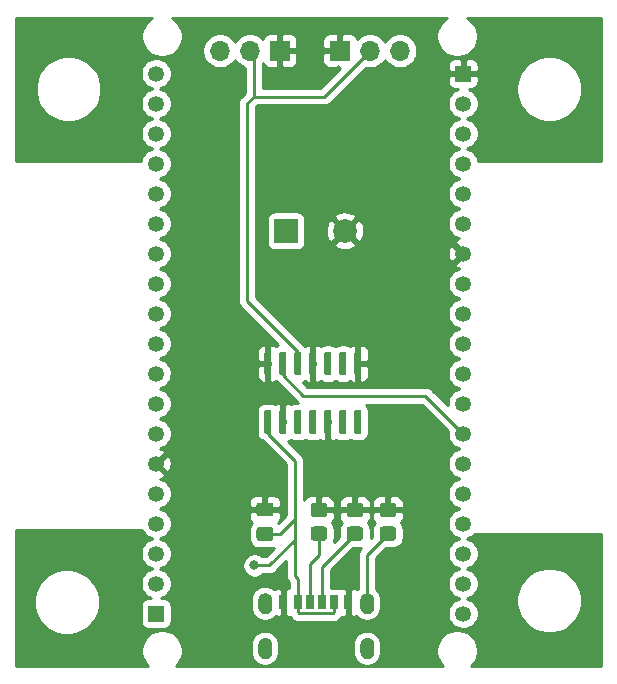
<source format=gbr>
%TF.GenerationSoftware,KiCad,Pcbnew,(5.1.12)-1*%
%TF.CreationDate,2022-08-02T20:23:38+02:00*%
%TF.ProjectId,esp32-led,65737033-322d-46c6-9564-2e6b69636164,rev?*%
%TF.SameCoordinates,Original*%
%TF.FileFunction,Copper,L2,Bot*%
%TF.FilePolarity,Positive*%
%FSLAX46Y46*%
G04 Gerber Fmt 4.6, Leading zero omitted, Abs format (unit mm)*
G04 Created by KiCad (PCBNEW (5.1.12)-1) date 2022-08-02 20:23:38*
%MOMM*%
%LPD*%
G01*
G04 APERTURE LIST*
%TA.AperFunction,EtchedComponent*%
%ADD10C,0.010000*%
%TD*%
%TA.AperFunction,ComponentPad*%
%ADD11O,1.700000X1.700000*%
%TD*%
%TA.AperFunction,ComponentPad*%
%ADD12R,1.700000X1.700000*%
%TD*%
%TA.AperFunction,ComponentPad*%
%ADD13R,1.350000X1.350000*%
%TD*%
%TA.AperFunction,ComponentPad*%
%ADD14C,1.350000*%
%TD*%
%TA.AperFunction,ComponentPad*%
%ADD15O,0.800000X1.600000*%
%TD*%
%TA.AperFunction,SMDPad,CuDef*%
%ADD16R,0.700000X1.200000*%
%TD*%
%TA.AperFunction,SMDPad,CuDef*%
%ADD17R,0.760000X1.200000*%
%TD*%
%TA.AperFunction,SMDPad,CuDef*%
%ADD18R,0.800000X1.200000*%
%TD*%
%TA.AperFunction,ComponentPad*%
%ADD19C,2.000000*%
%TD*%
%TA.AperFunction,ComponentPad*%
%ADD20R,2.000000X2.000000*%
%TD*%
%TA.AperFunction,ViaPad*%
%ADD21C,0.800000*%
%TD*%
%TA.AperFunction,Conductor*%
%ADD22C,0.250000*%
%TD*%
%TA.AperFunction,Conductor*%
%ADD23C,0.254000*%
%TD*%
%TA.AperFunction,Conductor*%
%ADD24C,0.100000*%
%TD*%
G04 APERTURE END LIST*
D10*
%TO.C,J2*%
G36*
X171960000Y-98248000D02*
G01*
X171989000Y-98249000D01*
X172017000Y-98251000D01*
X172046000Y-98255000D01*
X172074000Y-98260000D01*
X172102000Y-98267000D01*
X172130000Y-98275000D01*
X172157000Y-98285000D01*
X172184000Y-98296000D01*
X172210000Y-98308000D01*
X172235000Y-98322000D01*
X172260000Y-98337000D01*
X172283000Y-98353000D01*
X172306000Y-98371000D01*
X172328000Y-98389000D01*
X172349000Y-98409000D01*
X172369000Y-98430000D01*
X172387000Y-98452000D01*
X172405000Y-98475000D01*
X172421000Y-98498000D01*
X172436000Y-98523000D01*
X172450000Y-98548000D01*
X172462000Y-98574000D01*
X172473000Y-98601000D01*
X172483000Y-98628000D01*
X172491000Y-98656000D01*
X172498000Y-98684000D01*
X172503000Y-98712000D01*
X172507000Y-98741000D01*
X172509000Y-98769000D01*
X172510000Y-98798000D01*
X172510000Y-99398000D01*
X172509000Y-99427000D01*
X172507000Y-99455000D01*
X172503000Y-99484000D01*
X172498000Y-99512000D01*
X172491000Y-99540000D01*
X172483000Y-99568000D01*
X172473000Y-99595000D01*
X172462000Y-99622000D01*
X172450000Y-99648000D01*
X172436000Y-99673000D01*
X172421000Y-99698000D01*
X172405000Y-99721000D01*
X172387000Y-99744000D01*
X172369000Y-99766000D01*
X172349000Y-99787000D01*
X172328000Y-99807000D01*
X172306000Y-99825000D01*
X172283000Y-99843000D01*
X172260000Y-99859000D01*
X172235000Y-99874000D01*
X172210000Y-99888000D01*
X172184000Y-99900000D01*
X172157000Y-99911000D01*
X172130000Y-99921000D01*
X172102000Y-99929000D01*
X172074000Y-99936000D01*
X172046000Y-99941000D01*
X172017000Y-99945000D01*
X171989000Y-99947000D01*
X171960000Y-99948000D01*
X171931000Y-99947000D01*
X171903000Y-99945000D01*
X171874000Y-99941000D01*
X171846000Y-99936000D01*
X171818000Y-99929000D01*
X171790000Y-99921000D01*
X171763000Y-99911000D01*
X171736000Y-99900000D01*
X171710000Y-99888000D01*
X171685000Y-99874000D01*
X171660000Y-99859000D01*
X171637000Y-99843000D01*
X171614000Y-99825000D01*
X171592000Y-99807000D01*
X171571000Y-99787000D01*
X171551000Y-99766000D01*
X171533000Y-99744000D01*
X171515000Y-99721000D01*
X171499000Y-99698000D01*
X171484000Y-99673000D01*
X171470000Y-99648000D01*
X171458000Y-99622000D01*
X171447000Y-99595000D01*
X171437000Y-99568000D01*
X171429000Y-99540000D01*
X171422000Y-99512000D01*
X171417000Y-99484000D01*
X171413000Y-99455000D01*
X171411000Y-99427000D01*
X171410000Y-99398000D01*
X171410000Y-98798000D01*
X171411000Y-98769000D01*
X171413000Y-98741000D01*
X171417000Y-98712000D01*
X171422000Y-98684000D01*
X171429000Y-98656000D01*
X171437000Y-98628000D01*
X171447000Y-98601000D01*
X171458000Y-98574000D01*
X171470000Y-98548000D01*
X171484000Y-98523000D01*
X171499000Y-98498000D01*
X171515000Y-98475000D01*
X171533000Y-98452000D01*
X171551000Y-98430000D01*
X171571000Y-98409000D01*
X171592000Y-98389000D01*
X171614000Y-98371000D01*
X171637000Y-98353000D01*
X171660000Y-98337000D01*
X171685000Y-98322000D01*
X171710000Y-98308000D01*
X171736000Y-98296000D01*
X171763000Y-98285000D01*
X171790000Y-98275000D01*
X171818000Y-98267000D01*
X171846000Y-98260000D01*
X171874000Y-98255000D01*
X171903000Y-98251000D01*
X171931000Y-98249000D01*
X171960000Y-98248000D01*
G37*
X171960000Y-98248000D02*
X171989000Y-98249000D01*
X172017000Y-98251000D01*
X172046000Y-98255000D01*
X172074000Y-98260000D01*
X172102000Y-98267000D01*
X172130000Y-98275000D01*
X172157000Y-98285000D01*
X172184000Y-98296000D01*
X172210000Y-98308000D01*
X172235000Y-98322000D01*
X172260000Y-98337000D01*
X172283000Y-98353000D01*
X172306000Y-98371000D01*
X172328000Y-98389000D01*
X172349000Y-98409000D01*
X172369000Y-98430000D01*
X172387000Y-98452000D01*
X172405000Y-98475000D01*
X172421000Y-98498000D01*
X172436000Y-98523000D01*
X172450000Y-98548000D01*
X172462000Y-98574000D01*
X172473000Y-98601000D01*
X172483000Y-98628000D01*
X172491000Y-98656000D01*
X172498000Y-98684000D01*
X172503000Y-98712000D01*
X172507000Y-98741000D01*
X172509000Y-98769000D01*
X172510000Y-98798000D01*
X172510000Y-99398000D01*
X172509000Y-99427000D01*
X172507000Y-99455000D01*
X172503000Y-99484000D01*
X172498000Y-99512000D01*
X172491000Y-99540000D01*
X172483000Y-99568000D01*
X172473000Y-99595000D01*
X172462000Y-99622000D01*
X172450000Y-99648000D01*
X172436000Y-99673000D01*
X172421000Y-99698000D01*
X172405000Y-99721000D01*
X172387000Y-99744000D01*
X172369000Y-99766000D01*
X172349000Y-99787000D01*
X172328000Y-99807000D01*
X172306000Y-99825000D01*
X172283000Y-99843000D01*
X172260000Y-99859000D01*
X172235000Y-99874000D01*
X172210000Y-99888000D01*
X172184000Y-99900000D01*
X172157000Y-99911000D01*
X172130000Y-99921000D01*
X172102000Y-99929000D01*
X172074000Y-99936000D01*
X172046000Y-99941000D01*
X172017000Y-99945000D01*
X171989000Y-99947000D01*
X171960000Y-99948000D01*
X171931000Y-99947000D01*
X171903000Y-99945000D01*
X171874000Y-99941000D01*
X171846000Y-99936000D01*
X171818000Y-99929000D01*
X171790000Y-99921000D01*
X171763000Y-99911000D01*
X171736000Y-99900000D01*
X171710000Y-99888000D01*
X171685000Y-99874000D01*
X171660000Y-99859000D01*
X171637000Y-99843000D01*
X171614000Y-99825000D01*
X171592000Y-99807000D01*
X171571000Y-99787000D01*
X171551000Y-99766000D01*
X171533000Y-99744000D01*
X171515000Y-99721000D01*
X171499000Y-99698000D01*
X171484000Y-99673000D01*
X171470000Y-99648000D01*
X171458000Y-99622000D01*
X171447000Y-99595000D01*
X171437000Y-99568000D01*
X171429000Y-99540000D01*
X171422000Y-99512000D01*
X171417000Y-99484000D01*
X171413000Y-99455000D01*
X171411000Y-99427000D01*
X171410000Y-99398000D01*
X171410000Y-98798000D01*
X171411000Y-98769000D01*
X171413000Y-98741000D01*
X171417000Y-98712000D01*
X171422000Y-98684000D01*
X171429000Y-98656000D01*
X171437000Y-98628000D01*
X171447000Y-98601000D01*
X171458000Y-98574000D01*
X171470000Y-98548000D01*
X171484000Y-98523000D01*
X171499000Y-98498000D01*
X171515000Y-98475000D01*
X171533000Y-98452000D01*
X171551000Y-98430000D01*
X171571000Y-98409000D01*
X171592000Y-98389000D01*
X171614000Y-98371000D01*
X171637000Y-98353000D01*
X171660000Y-98337000D01*
X171685000Y-98322000D01*
X171710000Y-98308000D01*
X171736000Y-98296000D01*
X171763000Y-98285000D01*
X171790000Y-98275000D01*
X171818000Y-98267000D01*
X171846000Y-98260000D01*
X171874000Y-98255000D01*
X171903000Y-98251000D01*
X171931000Y-98249000D01*
X171960000Y-98248000D01*
G36*
X163320000Y-98248000D02*
G01*
X163349000Y-98249000D01*
X163377000Y-98251000D01*
X163406000Y-98255000D01*
X163434000Y-98260000D01*
X163462000Y-98267000D01*
X163490000Y-98275000D01*
X163517000Y-98285000D01*
X163544000Y-98296000D01*
X163570000Y-98308000D01*
X163595000Y-98322000D01*
X163620000Y-98337000D01*
X163643000Y-98353000D01*
X163666000Y-98371000D01*
X163688000Y-98389000D01*
X163709000Y-98409000D01*
X163729000Y-98430000D01*
X163747000Y-98452000D01*
X163765000Y-98475000D01*
X163781000Y-98498000D01*
X163796000Y-98523000D01*
X163810000Y-98548000D01*
X163822000Y-98574000D01*
X163833000Y-98601000D01*
X163843000Y-98628000D01*
X163851000Y-98656000D01*
X163858000Y-98684000D01*
X163863000Y-98712000D01*
X163867000Y-98741000D01*
X163869000Y-98769000D01*
X163870000Y-98798000D01*
X163870000Y-99398000D01*
X163869000Y-99427000D01*
X163867000Y-99455000D01*
X163863000Y-99484000D01*
X163858000Y-99512000D01*
X163851000Y-99540000D01*
X163843000Y-99568000D01*
X163833000Y-99595000D01*
X163822000Y-99622000D01*
X163810000Y-99648000D01*
X163796000Y-99673000D01*
X163781000Y-99698000D01*
X163765000Y-99721000D01*
X163747000Y-99744000D01*
X163729000Y-99766000D01*
X163709000Y-99787000D01*
X163688000Y-99807000D01*
X163666000Y-99825000D01*
X163643000Y-99843000D01*
X163620000Y-99859000D01*
X163595000Y-99874000D01*
X163570000Y-99888000D01*
X163544000Y-99900000D01*
X163517000Y-99911000D01*
X163490000Y-99921000D01*
X163462000Y-99929000D01*
X163434000Y-99936000D01*
X163406000Y-99941000D01*
X163377000Y-99945000D01*
X163349000Y-99947000D01*
X163320000Y-99948000D01*
X163291000Y-99947000D01*
X163263000Y-99945000D01*
X163234000Y-99941000D01*
X163206000Y-99936000D01*
X163178000Y-99929000D01*
X163150000Y-99921000D01*
X163123000Y-99911000D01*
X163096000Y-99900000D01*
X163070000Y-99888000D01*
X163045000Y-99874000D01*
X163020000Y-99859000D01*
X162997000Y-99843000D01*
X162974000Y-99825000D01*
X162952000Y-99807000D01*
X162931000Y-99787000D01*
X162911000Y-99766000D01*
X162893000Y-99744000D01*
X162875000Y-99721000D01*
X162859000Y-99698000D01*
X162844000Y-99673000D01*
X162830000Y-99648000D01*
X162818000Y-99622000D01*
X162807000Y-99595000D01*
X162797000Y-99568000D01*
X162789000Y-99540000D01*
X162782000Y-99512000D01*
X162777000Y-99484000D01*
X162773000Y-99455000D01*
X162771000Y-99427000D01*
X162770000Y-99398000D01*
X162770000Y-98798000D01*
X162771000Y-98769000D01*
X162773000Y-98741000D01*
X162777000Y-98712000D01*
X162782000Y-98684000D01*
X162789000Y-98656000D01*
X162797000Y-98628000D01*
X162807000Y-98601000D01*
X162818000Y-98574000D01*
X162830000Y-98548000D01*
X162844000Y-98523000D01*
X162859000Y-98498000D01*
X162875000Y-98475000D01*
X162893000Y-98452000D01*
X162911000Y-98430000D01*
X162931000Y-98409000D01*
X162952000Y-98389000D01*
X162974000Y-98371000D01*
X162997000Y-98353000D01*
X163020000Y-98337000D01*
X163045000Y-98322000D01*
X163070000Y-98308000D01*
X163096000Y-98296000D01*
X163123000Y-98285000D01*
X163150000Y-98275000D01*
X163178000Y-98267000D01*
X163206000Y-98260000D01*
X163234000Y-98255000D01*
X163263000Y-98251000D01*
X163291000Y-98249000D01*
X163320000Y-98248000D01*
G37*
X163320000Y-98248000D02*
X163349000Y-98249000D01*
X163377000Y-98251000D01*
X163406000Y-98255000D01*
X163434000Y-98260000D01*
X163462000Y-98267000D01*
X163490000Y-98275000D01*
X163517000Y-98285000D01*
X163544000Y-98296000D01*
X163570000Y-98308000D01*
X163595000Y-98322000D01*
X163620000Y-98337000D01*
X163643000Y-98353000D01*
X163666000Y-98371000D01*
X163688000Y-98389000D01*
X163709000Y-98409000D01*
X163729000Y-98430000D01*
X163747000Y-98452000D01*
X163765000Y-98475000D01*
X163781000Y-98498000D01*
X163796000Y-98523000D01*
X163810000Y-98548000D01*
X163822000Y-98574000D01*
X163833000Y-98601000D01*
X163843000Y-98628000D01*
X163851000Y-98656000D01*
X163858000Y-98684000D01*
X163863000Y-98712000D01*
X163867000Y-98741000D01*
X163869000Y-98769000D01*
X163870000Y-98798000D01*
X163870000Y-99398000D01*
X163869000Y-99427000D01*
X163867000Y-99455000D01*
X163863000Y-99484000D01*
X163858000Y-99512000D01*
X163851000Y-99540000D01*
X163843000Y-99568000D01*
X163833000Y-99595000D01*
X163822000Y-99622000D01*
X163810000Y-99648000D01*
X163796000Y-99673000D01*
X163781000Y-99698000D01*
X163765000Y-99721000D01*
X163747000Y-99744000D01*
X163729000Y-99766000D01*
X163709000Y-99787000D01*
X163688000Y-99807000D01*
X163666000Y-99825000D01*
X163643000Y-99843000D01*
X163620000Y-99859000D01*
X163595000Y-99874000D01*
X163570000Y-99888000D01*
X163544000Y-99900000D01*
X163517000Y-99911000D01*
X163490000Y-99921000D01*
X163462000Y-99929000D01*
X163434000Y-99936000D01*
X163406000Y-99941000D01*
X163377000Y-99945000D01*
X163349000Y-99947000D01*
X163320000Y-99948000D01*
X163291000Y-99947000D01*
X163263000Y-99945000D01*
X163234000Y-99941000D01*
X163206000Y-99936000D01*
X163178000Y-99929000D01*
X163150000Y-99921000D01*
X163123000Y-99911000D01*
X163096000Y-99900000D01*
X163070000Y-99888000D01*
X163045000Y-99874000D01*
X163020000Y-99859000D01*
X162997000Y-99843000D01*
X162974000Y-99825000D01*
X162952000Y-99807000D01*
X162931000Y-99787000D01*
X162911000Y-99766000D01*
X162893000Y-99744000D01*
X162875000Y-99721000D01*
X162859000Y-99698000D01*
X162844000Y-99673000D01*
X162830000Y-99648000D01*
X162818000Y-99622000D01*
X162807000Y-99595000D01*
X162797000Y-99568000D01*
X162789000Y-99540000D01*
X162782000Y-99512000D01*
X162777000Y-99484000D01*
X162773000Y-99455000D01*
X162771000Y-99427000D01*
X162770000Y-99398000D01*
X162770000Y-98798000D01*
X162771000Y-98769000D01*
X162773000Y-98741000D01*
X162777000Y-98712000D01*
X162782000Y-98684000D01*
X162789000Y-98656000D01*
X162797000Y-98628000D01*
X162807000Y-98601000D01*
X162818000Y-98574000D01*
X162830000Y-98548000D01*
X162844000Y-98523000D01*
X162859000Y-98498000D01*
X162875000Y-98475000D01*
X162893000Y-98452000D01*
X162911000Y-98430000D01*
X162931000Y-98409000D01*
X162952000Y-98389000D01*
X162974000Y-98371000D01*
X162997000Y-98353000D01*
X163020000Y-98337000D01*
X163045000Y-98322000D01*
X163070000Y-98308000D01*
X163096000Y-98296000D01*
X163123000Y-98285000D01*
X163150000Y-98275000D01*
X163178000Y-98267000D01*
X163206000Y-98260000D01*
X163234000Y-98255000D01*
X163263000Y-98251000D01*
X163291000Y-98249000D01*
X163320000Y-98248000D01*
G36*
X171960000Y-94448000D02*
G01*
X171989000Y-94449000D01*
X172017000Y-94451000D01*
X172046000Y-94455000D01*
X172074000Y-94460000D01*
X172102000Y-94467000D01*
X172130000Y-94475000D01*
X172157000Y-94485000D01*
X172184000Y-94496000D01*
X172210000Y-94508000D01*
X172235000Y-94522000D01*
X172260000Y-94537000D01*
X172283000Y-94553000D01*
X172306000Y-94571000D01*
X172328000Y-94589000D01*
X172349000Y-94609000D01*
X172369000Y-94630000D01*
X172387000Y-94652000D01*
X172405000Y-94675000D01*
X172421000Y-94698000D01*
X172436000Y-94723000D01*
X172450000Y-94748000D01*
X172462000Y-94774000D01*
X172473000Y-94801000D01*
X172483000Y-94828000D01*
X172491000Y-94856000D01*
X172498000Y-94884000D01*
X172503000Y-94912000D01*
X172507000Y-94941000D01*
X172509000Y-94969000D01*
X172510000Y-94998000D01*
X172510000Y-95598000D01*
X172509000Y-95627000D01*
X172507000Y-95655000D01*
X172503000Y-95684000D01*
X172498000Y-95712000D01*
X172491000Y-95740000D01*
X172483000Y-95768000D01*
X172473000Y-95795000D01*
X172462000Y-95822000D01*
X172450000Y-95848000D01*
X172436000Y-95873000D01*
X172421000Y-95898000D01*
X172405000Y-95921000D01*
X172387000Y-95944000D01*
X172369000Y-95966000D01*
X172349000Y-95987000D01*
X172328000Y-96007000D01*
X172306000Y-96025000D01*
X172283000Y-96043000D01*
X172260000Y-96059000D01*
X172235000Y-96074000D01*
X172210000Y-96088000D01*
X172184000Y-96100000D01*
X172157000Y-96111000D01*
X172130000Y-96121000D01*
X172102000Y-96129000D01*
X172074000Y-96136000D01*
X172046000Y-96141000D01*
X172017000Y-96145000D01*
X171989000Y-96147000D01*
X171960000Y-96148000D01*
X171931000Y-96147000D01*
X171903000Y-96145000D01*
X171874000Y-96141000D01*
X171846000Y-96136000D01*
X171818000Y-96129000D01*
X171790000Y-96121000D01*
X171763000Y-96111000D01*
X171736000Y-96100000D01*
X171710000Y-96088000D01*
X171685000Y-96074000D01*
X171660000Y-96059000D01*
X171637000Y-96043000D01*
X171614000Y-96025000D01*
X171592000Y-96007000D01*
X171571000Y-95987000D01*
X171551000Y-95966000D01*
X171533000Y-95944000D01*
X171515000Y-95921000D01*
X171499000Y-95898000D01*
X171484000Y-95873000D01*
X171470000Y-95848000D01*
X171458000Y-95822000D01*
X171447000Y-95795000D01*
X171437000Y-95768000D01*
X171429000Y-95740000D01*
X171422000Y-95712000D01*
X171417000Y-95684000D01*
X171413000Y-95655000D01*
X171411000Y-95627000D01*
X171410000Y-95598000D01*
X171410000Y-94998000D01*
X171411000Y-94969000D01*
X171413000Y-94941000D01*
X171417000Y-94912000D01*
X171422000Y-94884000D01*
X171429000Y-94856000D01*
X171437000Y-94828000D01*
X171447000Y-94801000D01*
X171458000Y-94774000D01*
X171470000Y-94748000D01*
X171484000Y-94723000D01*
X171499000Y-94698000D01*
X171515000Y-94675000D01*
X171533000Y-94652000D01*
X171551000Y-94630000D01*
X171571000Y-94609000D01*
X171592000Y-94589000D01*
X171614000Y-94571000D01*
X171637000Y-94553000D01*
X171660000Y-94537000D01*
X171685000Y-94522000D01*
X171710000Y-94508000D01*
X171736000Y-94496000D01*
X171763000Y-94485000D01*
X171790000Y-94475000D01*
X171818000Y-94467000D01*
X171846000Y-94460000D01*
X171874000Y-94455000D01*
X171903000Y-94451000D01*
X171931000Y-94449000D01*
X171960000Y-94448000D01*
G37*
X171960000Y-94448000D02*
X171989000Y-94449000D01*
X172017000Y-94451000D01*
X172046000Y-94455000D01*
X172074000Y-94460000D01*
X172102000Y-94467000D01*
X172130000Y-94475000D01*
X172157000Y-94485000D01*
X172184000Y-94496000D01*
X172210000Y-94508000D01*
X172235000Y-94522000D01*
X172260000Y-94537000D01*
X172283000Y-94553000D01*
X172306000Y-94571000D01*
X172328000Y-94589000D01*
X172349000Y-94609000D01*
X172369000Y-94630000D01*
X172387000Y-94652000D01*
X172405000Y-94675000D01*
X172421000Y-94698000D01*
X172436000Y-94723000D01*
X172450000Y-94748000D01*
X172462000Y-94774000D01*
X172473000Y-94801000D01*
X172483000Y-94828000D01*
X172491000Y-94856000D01*
X172498000Y-94884000D01*
X172503000Y-94912000D01*
X172507000Y-94941000D01*
X172509000Y-94969000D01*
X172510000Y-94998000D01*
X172510000Y-95598000D01*
X172509000Y-95627000D01*
X172507000Y-95655000D01*
X172503000Y-95684000D01*
X172498000Y-95712000D01*
X172491000Y-95740000D01*
X172483000Y-95768000D01*
X172473000Y-95795000D01*
X172462000Y-95822000D01*
X172450000Y-95848000D01*
X172436000Y-95873000D01*
X172421000Y-95898000D01*
X172405000Y-95921000D01*
X172387000Y-95944000D01*
X172369000Y-95966000D01*
X172349000Y-95987000D01*
X172328000Y-96007000D01*
X172306000Y-96025000D01*
X172283000Y-96043000D01*
X172260000Y-96059000D01*
X172235000Y-96074000D01*
X172210000Y-96088000D01*
X172184000Y-96100000D01*
X172157000Y-96111000D01*
X172130000Y-96121000D01*
X172102000Y-96129000D01*
X172074000Y-96136000D01*
X172046000Y-96141000D01*
X172017000Y-96145000D01*
X171989000Y-96147000D01*
X171960000Y-96148000D01*
X171931000Y-96147000D01*
X171903000Y-96145000D01*
X171874000Y-96141000D01*
X171846000Y-96136000D01*
X171818000Y-96129000D01*
X171790000Y-96121000D01*
X171763000Y-96111000D01*
X171736000Y-96100000D01*
X171710000Y-96088000D01*
X171685000Y-96074000D01*
X171660000Y-96059000D01*
X171637000Y-96043000D01*
X171614000Y-96025000D01*
X171592000Y-96007000D01*
X171571000Y-95987000D01*
X171551000Y-95966000D01*
X171533000Y-95944000D01*
X171515000Y-95921000D01*
X171499000Y-95898000D01*
X171484000Y-95873000D01*
X171470000Y-95848000D01*
X171458000Y-95822000D01*
X171447000Y-95795000D01*
X171437000Y-95768000D01*
X171429000Y-95740000D01*
X171422000Y-95712000D01*
X171417000Y-95684000D01*
X171413000Y-95655000D01*
X171411000Y-95627000D01*
X171410000Y-95598000D01*
X171410000Y-94998000D01*
X171411000Y-94969000D01*
X171413000Y-94941000D01*
X171417000Y-94912000D01*
X171422000Y-94884000D01*
X171429000Y-94856000D01*
X171437000Y-94828000D01*
X171447000Y-94801000D01*
X171458000Y-94774000D01*
X171470000Y-94748000D01*
X171484000Y-94723000D01*
X171499000Y-94698000D01*
X171515000Y-94675000D01*
X171533000Y-94652000D01*
X171551000Y-94630000D01*
X171571000Y-94609000D01*
X171592000Y-94589000D01*
X171614000Y-94571000D01*
X171637000Y-94553000D01*
X171660000Y-94537000D01*
X171685000Y-94522000D01*
X171710000Y-94508000D01*
X171736000Y-94496000D01*
X171763000Y-94485000D01*
X171790000Y-94475000D01*
X171818000Y-94467000D01*
X171846000Y-94460000D01*
X171874000Y-94455000D01*
X171903000Y-94451000D01*
X171931000Y-94449000D01*
X171960000Y-94448000D01*
G36*
X163320000Y-94448000D02*
G01*
X163349000Y-94449000D01*
X163377000Y-94451000D01*
X163406000Y-94455000D01*
X163434000Y-94460000D01*
X163462000Y-94467000D01*
X163490000Y-94475000D01*
X163517000Y-94485000D01*
X163544000Y-94496000D01*
X163570000Y-94508000D01*
X163595000Y-94522000D01*
X163620000Y-94537000D01*
X163643000Y-94553000D01*
X163666000Y-94571000D01*
X163688000Y-94589000D01*
X163709000Y-94609000D01*
X163729000Y-94630000D01*
X163747000Y-94652000D01*
X163765000Y-94675000D01*
X163781000Y-94698000D01*
X163796000Y-94723000D01*
X163810000Y-94748000D01*
X163822000Y-94774000D01*
X163833000Y-94801000D01*
X163843000Y-94828000D01*
X163851000Y-94856000D01*
X163858000Y-94884000D01*
X163863000Y-94912000D01*
X163867000Y-94941000D01*
X163869000Y-94969000D01*
X163870000Y-94998000D01*
X163870000Y-95598000D01*
X163869000Y-95627000D01*
X163867000Y-95655000D01*
X163863000Y-95684000D01*
X163858000Y-95712000D01*
X163851000Y-95740000D01*
X163843000Y-95768000D01*
X163833000Y-95795000D01*
X163822000Y-95822000D01*
X163810000Y-95848000D01*
X163796000Y-95873000D01*
X163781000Y-95898000D01*
X163765000Y-95921000D01*
X163747000Y-95944000D01*
X163729000Y-95966000D01*
X163709000Y-95987000D01*
X163688000Y-96007000D01*
X163666000Y-96025000D01*
X163643000Y-96043000D01*
X163620000Y-96059000D01*
X163595000Y-96074000D01*
X163570000Y-96088000D01*
X163544000Y-96100000D01*
X163517000Y-96111000D01*
X163490000Y-96121000D01*
X163462000Y-96129000D01*
X163434000Y-96136000D01*
X163406000Y-96141000D01*
X163377000Y-96145000D01*
X163349000Y-96147000D01*
X163320000Y-96148000D01*
X163291000Y-96147000D01*
X163263000Y-96145000D01*
X163234000Y-96141000D01*
X163206000Y-96136000D01*
X163178000Y-96129000D01*
X163150000Y-96121000D01*
X163123000Y-96111000D01*
X163096000Y-96100000D01*
X163070000Y-96088000D01*
X163045000Y-96074000D01*
X163020000Y-96059000D01*
X162997000Y-96043000D01*
X162974000Y-96025000D01*
X162952000Y-96007000D01*
X162931000Y-95987000D01*
X162911000Y-95966000D01*
X162893000Y-95944000D01*
X162875000Y-95921000D01*
X162859000Y-95898000D01*
X162844000Y-95873000D01*
X162830000Y-95848000D01*
X162818000Y-95822000D01*
X162807000Y-95795000D01*
X162797000Y-95768000D01*
X162789000Y-95740000D01*
X162782000Y-95712000D01*
X162777000Y-95684000D01*
X162773000Y-95655000D01*
X162771000Y-95627000D01*
X162770000Y-95598000D01*
X162770000Y-94998000D01*
X162771000Y-94969000D01*
X162773000Y-94941000D01*
X162777000Y-94912000D01*
X162782000Y-94884000D01*
X162789000Y-94856000D01*
X162797000Y-94828000D01*
X162807000Y-94801000D01*
X162818000Y-94774000D01*
X162830000Y-94748000D01*
X162844000Y-94723000D01*
X162859000Y-94698000D01*
X162875000Y-94675000D01*
X162893000Y-94652000D01*
X162911000Y-94630000D01*
X162931000Y-94609000D01*
X162952000Y-94589000D01*
X162974000Y-94571000D01*
X162997000Y-94553000D01*
X163020000Y-94537000D01*
X163045000Y-94522000D01*
X163070000Y-94508000D01*
X163096000Y-94496000D01*
X163123000Y-94485000D01*
X163150000Y-94475000D01*
X163178000Y-94467000D01*
X163206000Y-94460000D01*
X163234000Y-94455000D01*
X163263000Y-94451000D01*
X163291000Y-94449000D01*
X163320000Y-94448000D01*
G37*
X163320000Y-94448000D02*
X163349000Y-94449000D01*
X163377000Y-94451000D01*
X163406000Y-94455000D01*
X163434000Y-94460000D01*
X163462000Y-94467000D01*
X163490000Y-94475000D01*
X163517000Y-94485000D01*
X163544000Y-94496000D01*
X163570000Y-94508000D01*
X163595000Y-94522000D01*
X163620000Y-94537000D01*
X163643000Y-94553000D01*
X163666000Y-94571000D01*
X163688000Y-94589000D01*
X163709000Y-94609000D01*
X163729000Y-94630000D01*
X163747000Y-94652000D01*
X163765000Y-94675000D01*
X163781000Y-94698000D01*
X163796000Y-94723000D01*
X163810000Y-94748000D01*
X163822000Y-94774000D01*
X163833000Y-94801000D01*
X163843000Y-94828000D01*
X163851000Y-94856000D01*
X163858000Y-94884000D01*
X163863000Y-94912000D01*
X163867000Y-94941000D01*
X163869000Y-94969000D01*
X163870000Y-94998000D01*
X163870000Y-95598000D01*
X163869000Y-95627000D01*
X163867000Y-95655000D01*
X163863000Y-95684000D01*
X163858000Y-95712000D01*
X163851000Y-95740000D01*
X163843000Y-95768000D01*
X163833000Y-95795000D01*
X163822000Y-95822000D01*
X163810000Y-95848000D01*
X163796000Y-95873000D01*
X163781000Y-95898000D01*
X163765000Y-95921000D01*
X163747000Y-95944000D01*
X163729000Y-95966000D01*
X163709000Y-95987000D01*
X163688000Y-96007000D01*
X163666000Y-96025000D01*
X163643000Y-96043000D01*
X163620000Y-96059000D01*
X163595000Y-96074000D01*
X163570000Y-96088000D01*
X163544000Y-96100000D01*
X163517000Y-96111000D01*
X163490000Y-96121000D01*
X163462000Y-96129000D01*
X163434000Y-96136000D01*
X163406000Y-96141000D01*
X163377000Y-96145000D01*
X163349000Y-96147000D01*
X163320000Y-96148000D01*
X163291000Y-96147000D01*
X163263000Y-96145000D01*
X163234000Y-96141000D01*
X163206000Y-96136000D01*
X163178000Y-96129000D01*
X163150000Y-96121000D01*
X163123000Y-96111000D01*
X163096000Y-96100000D01*
X163070000Y-96088000D01*
X163045000Y-96074000D01*
X163020000Y-96059000D01*
X162997000Y-96043000D01*
X162974000Y-96025000D01*
X162952000Y-96007000D01*
X162931000Y-95987000D01*
X162911000Y-95966000D01*
X162893000Y-95944000D01*
X162875000Y-95921000D01*
X162859000Y-95898000D01*
X162844000Y-95873000D01*
X162830000Y-95848000D01*
X162818000Y-95822000D01*
X162807000Y-95795000D01*
X162797000Y-95768000D01*
X162789000Y-95740000D01*
X162782000Y-95712000D01*
X162777000Y-95684000D01*
X162773000Y-95655000D01*
X162771000Y-95627000D01*
X162770000Y-95598000D01*
X162770000Y-94998000D01*
X162771000Y-94969000D01*
X162773000Y-94941000D01*
X162777000Y-94912000D01*
X162782000Y-94884000D01*
X162789000Y-94856000D01*
X162797000Y-94828000D01*
X162807000Y-94801000D01*
X162818000Y-94774000D01*
X162830000Y-94748000D01*
X162844000Y-94723000D01*
X162859000Y-94698000D01*
X162875000Y-94675000D01*
X162893000Y-94652000D01*
X162911000Y-94630000D01*
X162931000Y-94609000D01*
X162952000Y-94589000D01*
X162974000Y-94571000D01*
X162997000Y-94553000D01*
X163020000Y-94537000D01*
X163045000Y-94522000D01*
X163070000Y-94508000D01*
X163096000Y-94496000D01*
X163123000Y-94485000D01*
X163150000Y-94475000D01*
X163178000Y-94467000D01*
X163206000Y-94460000D01*
X163234000Y-94455000D01*
X163263000Y-94451000D01*
X163291000Y-94449000D01*
X163320000Y-94448000D01*
%TD*%
D11*
%TO.P,J3,3*%
%TO.N,+5V*%
X174752000Y-48514000D03*
%TO.P,J3,2*%
%TO.N,DATA*%
X172212000Y-48514000D03*
D12*
%TO.P,J3,1*%
%TO.N,GND*%
X169672000Y-48514000D03*
%TD*%
D13*
%TO.P,U2,J4_1*%
%TO.N,GND*%
X180105354Y-50440000D03*
D14*
%TO.P,U2,J4_2*%
%TO.N,Net-(U2-PadJ4_2)*%
X180105354Y-52980000D03*
%TO.P,U2,J4_3*%
%TO.N,Net-(U2-PadJ4_3)*%
X180105354Y-55520000D03*
%TO.P,U2,J4_4*%
%TO.N,Net-(U2-PadJ4_4)*%
X180105354Y-58060000D03*
%TO.P,U2,J4_5*%
%TO.N,Net-(U2-PadJ4_5)*%
X180105354Y-60600000D03*
%TO.P,U2,J4_6*%
%TO.N,Net-(U2-PadJ4_6)*%
X180105354Y-63140000D03*
%TO.P,U2,J4_7*%
%TO.N,GND*%
X180105354Y-65680000D03*
%TO.P,U2,J4_8*%
%TO.N,Net-(U2-PadJ4_8)*%
X180105354Y-68220000D03*
%TO.P,U2,J4_9*%
%TO.N,Net-(U2-PadJ4_9)*%
X180105354Y-70760000D03*
%TO.P,U2,J4_10*%
%TO.N,Net-(U2-PadJ4_10)*%
X180105354Y-73300000D03*
%TO.P,U2,J4_11*%
%TO.N,Net-(U2-PadJ4_11)*%
X180105354Y-75840000D03*
%TO.P,U2,J4_12*%
%TO.N,Net-(U2-PadJ4_12)*%
X180105354Y-78380000D03*
%TO.P,U2,J4_13*%
%TO.N,GPIO4*%
X180105354Y-80920000D03*
%TO.P,U2,J4_14*%
%TO.N,Net-(U2-PadJ4_14)*%
X180105354Y-83460000D03*
%TO.P,U2,J4_15*%
%TO.N,Net-(U2-PadJ4_15)*%
X180105354Y-86000000D03*
%TO.P,U2,J4_16*%
%TO.N,Net-(U2-PadJ4_16)*%
X180105354Y-88540000D03*
%TO.P,U2,J4_17*%
%TO.N,Net-(U2-PadJ4_17)*%
X180105354Y-91080000D03*
%TO.P,U2,J4_18*%
%TO.N,Net-(U2-PadJ4_18)*%
X180105354Y-93620000D03*
%TO.P,U2,J4_19*%
%TO.N,Net-(U2-PadJ4_19)*%
X180105354Y-96160000D03*
%TO.P,U2,J5_2*%
%TO.N,Net-(U2-PadJ5_2)*%
X154105354Y-93620000D03*
%TO.P,U2,J5_3*%
%TO.N,Net-(U2-PadJ5_3)*%
X154105354Y-91080000D03*
%TO.P,U2,J5_4*%
%TO.N,Net-(U2-PadJ5_4)*%
X154105354Y-88540000D03*
%TO.P,U2,J5_5*%
%TO.N,Net-(U2-PadJ5_5)*%
X154105354Y-86000000D03*
%TO.P,U2,J5_6*%
%TO.N,GND*%
X154105354Y-83460000D03*
%TO.P,U2,J5_7*%
%TO.N,Net-(U2-PadJ5_7)*%
X154105354Y-80920000D03*
%TO.P,U2,J5_8*%
%TO.N,Net-(U2-PadJ5_8)*%
X154105354Y-78380000D03*
%TO.P,U2,J5_9*%
%TO.N,Net-(U2-PadJ5_9)*%
X154105354Y-75840000D03*
%TO.P,U2,J5_10*%
%TO.N,Net-(U2-PadJ5_10)*%
X154105354Y-73300000D03*
%TO.P,U2,J5_11*%
%TO.N,Net-(U2-PadJ5_11)*%
X154105354Y-70760000D03*
%TO.P,U2,J5_12*%
%TO.N,Net-(U2-PadJ5_12)*%
X154105354Y-68220000D03*
%TO.P,U2,J5_13*%
%TO.N,Net-(U2-PadJ5_13)*%
X154105354Y-65680000D03*
%TO.P,U2,J5_14*%
%TO.N,Net-(U2-PadJ5_14)*%
X154105354Y-63140000D03*
%TO.P,U2,J5_15*%
%TO.N,Net-(U2-PadJ5_15)*%
X154105354Y-60600000D03*
%TO.P,U2,J5_16*%
%TO.N,Net-(U2-PadJ5_16)*%
X154105354Y-58060000D03*
%TO.P,U2,J5_17*%
%TO.N,Net-(U2-PadJ5_17)*%
X154105354Y-55520000D03*
D13*
%TO.P,U2,J5_1*%
%TO.N,+5V*%
X154105354Y-96160000D03*
D14*
%TO.P,U2,J5_18*%
%TO.N,Net-(U2-PadJ5_18)*%
X154105354Y-52980000D03*
%TO.P,U2,J5_19*%
%TO.N,Net-(U2-PadJ5_19)*%
X154105354Y-50440000D03*
%TD*%
D15*
%TO.P,J2,S4*%
%TO.N,Net-(J2-PadS1)*%
X163320000Y-99098000D03*
%TO.P,J2,S3*%
X171960000Y-99098000D03*
%TO.P,J2,S2*%
X163320000Y-95298000D03*
%TO.P,J2,S1*%
X171960000Y-95298000D03*
D16*
%TO.P,J2,B5*%
%TO.N,Net-(J2-PadB5)*%
X167140000Y-95218000D03*
%TO.P,J2,A5*%
%TO.N,Net-(J2-PadA5)*%
X168140000Y-95218000D03*
D17*
%TO.P,J2,A9*%
%TO.N,+5V*%
X166120000Y-95218000D03*
%TO.P,J2,B9*%
X169160000Y-95218000D03*
D18*
%TO.P,J2,A12*%
%TO.N,GND*%
X164890000Y-95218000D03*
%TO.P,J2,B12*%
X170390000Y-95218000D03*
%TD*%
D11*
%TO.P,J1,3*%
%TO.N,+5V*%
X159512000Y-48514000D03*
%TO.P,J1,2*%
%TO.N,DATA*%
X162052000Y-48514000D03*
D12*
%TO.P,J1,1*%
%TO.N,GND*%
X164592000Y-48514000D03*
%TD*%
%TO.P,U1,14*%
%TO.N,+5V*%
%TA.AperFunction,SMDPad,CuDef*%
G36*
G01*
X163366000Y-78960000D02*
X163786000Y-78960000D01*
G75*
G02*
X163876000Y-79050000I0J-90000D01*
G01*
X163876000Y-80840000D01*
G75*
G02*
X163786000Y-80930000I-90000J0D01*
G01*
X163366000Y-80930000D01*
G75*
G02*
X163276000Y-80840000I0J90000D01*
G01*
X163276000Y-79050000D01*
G75*
G02*
X163366000Y-78960000I90000J0D01*
G01*
G37*
%TD.AperFunction*%
%TO.P,U1,13*%
%TO.N,GND*%
%TA.AperFunction,SMDPad,CuDef*%
G36*
G01*
X164636000Y-78960000D02*
X165056000Y-78960000D01*
G75*
G02*
X165146000Y-79050000I0J-90000D01*
G01*
X165146000Y-80840000D01*
G75*
G02*
X165056000Y-80930000I-90000J0D01*
G01*
X164636000Y-80930000D01*
G75*
G02*
X164546000Y-80840000I0J90000D01*
G01*
X164546000Y-79050000D01*
G75*
G02*
X164636000Y-78960000I90000J0D01*
G01*
G37*
%TD.AperFunction*%
%TO.P,U1,12*%
%TO.N,Net-(U1-Pad12)*%
%TA.AperFunction,SMDPad,CuDef*%
G36*
G01*
X165906000Y-78960000D02*
X166326000Y-78960000D01*
G75*
G02*
X166416000Y-79050000I0J-90000D01*
G01*
X166416000Y-80840000D01*
G75*
G02*
X166326000Y-80930000I-90000J0D01*
G01*
X165906000Y-80930000D01*
G75*
G02*
X165816000Y-80840000I0J90000D01*
G01*
X165816000Y-79050000D01*
G75*
G02*
X165906000Y-78960000I90000J0D01*
G01*
G37*
%TD.AperFunction*%
%TO.P,U1,11*%
%TO.N,Net-(U1-Pad11)*%
%TA.AperFunction,SMDPad,CuDef*%
G36*
G01*
X167176000Y-78960000D02*
X167596000Y-78960000D01*
G75*
G02*
X167686000Y-79050000I0J-90000D01*
G01*
X167686000Y-80840000D01*
G75*
G02*
X167596000Y-80930000I-90000J0D01*
G01*
X167176000Y-80930000D01*
G75*
G02*
X167086000Y-80840000I0J90000D01*
G01*
X167086000Y-79050000D01*
G75*
G02*
X167176000Y-78960000I90000J0D01*
G01*
G37*
%TD.AperFunction*%
%TO.P,U1,10*%
%TO.N,GND*%
%TA.AperFunction,SMDPad,CuDef*%
G36*
G01*
X168446000Y-78960000D02*
X168866000Y-78960000D01*
G75*
G02*
X168956000Y-79050000I0J-90000D01*
G01*
X168956000Y-80840000D01*
G75*
G02*
X168866000Y-80930000I-90000J0D01*
G01*
X168446000Y-80930000D01*
G75*
G02*
X168356000Y-80840000I0J90000D01*
G01*
X168356000Y-79050000D01*
G75*
G02*
X168446000Y-78960000I90000J0D01*
G01*
G37*
%TD.AperFunction*%
%TO.P,U1,9*%
%TO.N,Net-(U1-Pad9)*%
%TA.AperFunction,SMDPad,CuDef*%
G36*
G01*
X169716000Y-78960000D02*
X170136000Y-78960000D01*
G75*
G02*
X170226000Y-79050000I0J-90000D01*
G01*
X170226000Y-80840000D01*
G75*
G02*
X170136000Y-80930000I-90000J0D01*
G01*
X169716000Y-80930000D01*
G75*
G02*
X169626000Y-80840000I0J90000D01*
G01*
X169626000Y-79050000D01*
G75*
G02*
X169716000Y-78960000I90000J0D01*
G01*
G37*
%TD.AperFunction*%
%TO.P,U1,8*%
%TO.N,Net-(U1-Pad8)*%
%TA.AperFunction,SMDPad,CuDef*%
G36*
G01*
X170986000Y-78960000D02*
X171406000Y-78960000D01*
G75*
G02*
X171496000Y-79050000I0J-90000D01*
G01*
X171496000Y-80840000D01*
G75*
G02*
X171406000Y-80930000I-90000J0D01*
G01*
X170986000Y-80930000D01*
G75*
G02*
X170896000Y-80840000I0J90000D01*
G01*
X170896000Y-79050000D01*
G75*
G02*
X170986000Y-78960000I90000J0D01*
G01*
G37*
%TD.AperFunction*%
%TO.P,U1,7*%
%TO.N,GND*%
%TA.AperFunction,SMDPad,CuDef*%
G36*
G01*
X170986000Y-74010000D02*
X171406000Y-74010000D01*
G75*
G02*
X171496000Y-74100000I0J-90000D01*
G01*
X171496000Y-75890000D01*
G75*
G02*
X171406000Y-75980000I-90000J0D01*
G01*
X170986000Y-75980000D01*
G75*
G02*
X170896000Y-75890000I0J90000D01*
G01*
X170896000Y-74100000D01*
G75*
G02*
X170986000Y-74010000I90000J0D01*
G01*
G37*
%TD.AperFunction*%
%TO.P,U1,6*%
%TO.N,Net-(U1-Pad6)*%
%TA.AperFunction,SMDPad,CuDef*%
G36*
G01*
X169716000Y-74010000D02*
X170136000Y-74010000D01*
G75*
G02*
X170226000Y-74100000I0J-90000D01*
G01*
X170226000Y-75890000D01*
G75*
G02*
X170136000Y-75980000I-90000J0D01*
G01*
X169716000Y-75980000D01*
G75*
G02*
X169626000Y-75890000I0J90000D01*
G01*
X169626000Y-74100000D01*
G75*
G02*
X169716000Y-74010000I90000J0D01*
G01*
G37*
%TD.AperFunction*%
%TO.P,U1,5*%
%TO.N,Net-(U1-Pad5)*%
%TA.AperFunction,SMDPad,CuDef*%
G36*
G01*
X168446000Y-74010000D02*
X168866000Y-74010000D01*
G75*
G02*
X168956000Y-74100000I0J-90000D01*
G01*
X168956000Y-75890000D01*
G75*
G02*
X168866000Y-75980000I-90000J0D01*
G01*
X168446000Y-75980000D01*
G75*
G02*
X168356000Y-75890000I0J90000D01*
G01*
X168356000Y-74100000D01*
G75*
G02*
X168446000Y-74010000I90000J0D01*
G01*
G37*
%TD.AperFunction*%
%TO.P,U1,4*%
%TO.N,GND*%
%TA.AperFunction,SMDPad,CuDef*%
G36*
G01*
X167176000Y-74010000D02*
X167596000Y-74010000D01*
G75*
G02*
X167686000Y-74100000I0J-90000D01*
G01*
X167686000Y-75890000D01*
G75*
G02*
X167596000Y-75980000I-90000J0D01*
G01*
X167176000Y-75980000D01*
G75*
G02*
X167086000Y-75890000I0J90000D01*
G01*
X167086000Y-74100000D01*
G75*
G02*
X167176000Y-74010000I90000J0D01*
G01*
G37*
%TD.AperFunction*%
%TO.P,U1,3*%
%TO.N,DATA*%
%TA.AperFunction,SMDPad,CuDef*%
G36*
G01*
X165906000Y-74010000D02*
X166326000Y-74010000D01*
G75*
G02*
X166416000Y-74100000I0J-90000D01*
G01*
X166416000Y-75890000D01*
G75*
G02*
X166326000Y-75980000I-90000J0D01*
G01*
X165906000Y-75980000D01*
G75*
G02*
X165816000Y-75890000I0J90000D01*
G01*
X165816000Y-74100000D01*
G75*
G02*
X165906000Y-74010000I90000J0D01*
G01*
G37*
%TD.AperFunction*%
%TO.P,U1,2*%
%TO.N,GPIO4*%
%TA.AperFunction,SMDPad,CuDef*%
G36*
G01*
X164636000Y-74010000D02*
X165056000Y-74010000D01*
G75*
G02*
X165146000Y-74100000I0J-90000D01*
G01*
X165146000Y-75890000D01*
G75*
G02*
X165056000Y-75980000I-90000J0D01*
G01*
X164636000Y-75980000D01*
G75*
G02*
X164546000Y-75890000I0J90000D01*
G01*
X164546000Y-74100000D01*
G75*
G02*
X164636000Y-74010000I90000J0D01*
G01*
G37*
%TD.AperFunction*%
%TO.P,U1,1*%
%TO.N,GND*%
%TA.AperFunction,SMDPad,CuDef*%
G36*
G01*
X163366000Y-74010000D02*
X163786000Y-74010000D01*
G75*
G02*
X163876000Y-74100000I0J-90000D01*
G01*
X163876000Y-75890000D01*
G75*
G02*
X163786000Y-75980000I-90000J0D01*
G01*
X163366000Y-75980000D01*
G75*
G02*
X163276000Y-75890000I0J90000D01*
G01*
X163276000Y-74100000D01*
G75*
G02*
X163366000Y-74010000I90000J0D01*
G01*
G37*
%TD.AperFunction*%
%TD*%
%TO.P,R3,2*%
%TO.N,GND*%
%TA.AperFunction,SMDPad,CuDef*%
G36*
G01*
X174186001Y-87992000D02*
X173285999Y-87992000D01*
G75*
G02*
X173036000Y-87742001I0J249999D01*
G01*
X173036000Y-87041999D01*
G75*
G02*
X173285999Y-86792000I249999J0D01*
G01*
X174186001Y-86792000D01*
G75*
G02*
X174436000Y-87041999I0J-249999D01*
G01*
X174436000Y-87742001D01*
G75*
G02*
X174186001Y-87992000I-249999J0D01*
G01*
G37*
%TD.AperFunction*%
%TO.P,R3,1*%
%TO.N,Net-(J2-PadS1)*%
%TA.AperFunction,SMDPad,CuDef*%
G36*
G01*
X174186001Y-89992000D02*
X173285999Y-89992000D01*
G75*
G02*
X173036000Y-89742001I0J249999D01*
G01*
X173036000Y-89041999D01*
G75*
G02*
X173285999Y-88792000I249999J0D01*
G01*
X174186001Y-88792000D01*
G75*
G02*
X174436000Y-89041999I0J-249999D01*
G01*
X174436000Y-89742001D01*
G75*
G02*
X174186001Y-89992000I-249999J0D01*
G01*
G37*
%TD.AperFunction*%
%TD*%
%TO.P,R2,2*%
%TO.N,GND*%
%TA.AperFunction,SMDPad,CuDef*%
G36*
G01*
X168344001Y-87992000D02*
X167443999Y-87992000D01*
G75*
G02*
X167194000Y-87742001I0J249999D01*
G01*
X167194000Y-87041999D01*
G75*
G02*
X167443999Y-86792000I249999J0D01*
G01*
X168344001Y-86792000D01*
G75*
G02*
X168594000Y-87041999I0J-249999D01*
G01*
X168594000Y-87742001D01*
G75*
G02*
X168344001Y-87992000I-249999J0D01*
G01*
G37*
%TD.AperFunction*%
%TO.P,R2,1*%
%TO.N,Net-(J2-PadB5)*%
%TA.AperFunction,SMDPad,CuDef*%
G36*
G01*
X168344001Y-89992000D02*
X167443999Y-89992000D01*
G75*
G02*
X167194000Y-89742001I0J249999D01*
G01*
X167194000Y-89041999D01*
G75*
G02*
X167443999Y-88792000I249999J0D01*
G01*
X168344001Y-88792000D01*
G75*
G02*
X168594000Y-89041999I0J-249999D01*
G01*
X168594000Y-89742001D01*
G75*
G02*
X168344001Y-89992000I-249999J0D01*
G01*
G37*
%TD.AperFunction*%
%TD*%
%TO.P,R1,2*%
%TO.N,GND*%
%TA.AperFunction,SMDPad,CuDef*%
G36*
G01*
X171392001Y-87992000D02*
X170491999Y-87992000D01*
G75*
G02*
X170242000Y-87742001I0J249999D01*
G01*
X170242000Y-87041999D01*
G75*
G02*
X170491999Y-86792000I249999J0D01*
G01*
X171392001Y-86792000D01*
G75*
G02*
X171642000Y-87041999I0J-249999D01*
G01*
X171642000Y-87742001D01*
G75*
G02*
X171392001Y-87992000I-249999J0D01*
G01*
G37*
%TD.AperFunction*%
%TO.P,R1,1*%
%TO.N,Net-(J2-PadA5)*%
%TA.AperFunction,SMDPad,CuDef*%
G36*
G01*
X171392001Y-89992000D02*
X170491999Y-89992000D01*
G75*
G02*
X170242000Y-89742001I0J249999D01*
G01*
X170242000Y-89041999D01*
G75*
G02*
X170491999Y-88792000I249999J0D01*
G01*
X171392001Y-88792000D01*
G75*
G02*
X171642000Y-89041999I0J-249999D01*
G01*
X171642000Y-89742001D01*
G75*
G02*
X171392001Y-89992000I-249999J0D01*
G01*
G37*
%TD.AperFunction*%
%TD*%
%TO.P,C2,2*%
%TO.N,GND*%
%TA.AperFunction,SMDPad,CuDef*%
G36*
G01*
X163797000Y-87942000D02*
X162847000Y-87942000D01*
G75*
G02*
X162597000Y-87692000I0J250000D01*
G01*
X162597000Y-87017000D01*
G75*
G02*
X162847000Y-86767000I250000J0D01*
G01*
X163797000Y-86767000D01*
G75*
G02*
X164047000Y-87017000I0J-250000D01*
G01*
X164047000Y-87692000D01*
G75*
G02*
X163797000Y-87942000I-250000J0D01*
G01*
G37*
%TD.AperFunction*%
%TO.P,C2,1*%
%TO.N,+5V*%
%TA.AperFunction,SMDPad,CuDef*%
G36*
G01*
X163797000Y-90017000D02*
X162847000Y-90017000D01*
G75*
G02*
X162597000Y-89767000I0J250000D01*
G01*
X162597000Y-89092000D01*
G75*
G02*
X162847000Y-88842000I250000J0D01*
G01*
X163797000Y-88842000D01*
G75*
G02*
X164047000Y-89092000I0J-250000D01*
G01*
X164047000Y-89767000D01*
G75*
G02*
X163797000Y-90017000I-250000J0D01*
G01*
G37*
%TD.AperFunction*%
%TD*%
D19*
%TO.P,C1,2*%
%TO.N,GND*%
X170100000Y-63754000D03*
D20*
%TO.P,C1,1*%
%TO.N,+5V*%
X165100000Y-63754000D03*
%TD*%
D21*
%TO.N,+5V*%
X162437000Y-92079000D03*
%TD*%
D22*
%TO.N,GND*%
X173720000Y-87376000D02*
X173736000Y-87392000D01*
X170958000Y-87376000D02*
X170942000Y-87392000D01*
X163359500Y-87392000D02*
X163322000Y-87354500D01*
%TO.N,+5V*%
X169160000Y-96068000D02*
X169160000Y-95218000D01*
X169084999Y-96143001D02*
X169160000Y-96068000D01*
X166195001Y-96143001D02*
X169084999Y-96143001D01*
X166120000Y-96068000D02*
X166195001Y-96143001D01*
X166120000Y-95218000D02*
X166120000Y-96068000D01*
X165866000Y-83220000D02*
X163576000Y-80930000D01*
X163576000Y-80930000D02*
X163576000Y-79945000D01*
X164578500Y-89429500D02*
X165866000Y-88142000D01*
X163322000Y-89429500D02*
X164578500Y-89429500D01*
X165866000Y-88142000D02*
X165866000Y-83220000D01*
X165866000Y-89920000D02*
X165866000Y-88142000D01*
X163707000Y-92079000D02*
X162437000Y-92079000D01*
X163707000Y-92079000D02*
X165866000Y-89920000D01*
X162437000Y-92079000D02*
X162437000Y-92079000D01*
X165866000Y-92968000D02*
X165866000Y-89920000D01*
X166120000Y-93222000D02*
X165866000Y-92968000D01*
X166120000Y-95218000D02*
X166120000Y-93222000D01*
%TO.N,DATA*%
X161798000Y-52959000D02*
X162369500Y-52387500D01*
X161798000Y-69692000D02*
X161798000Y-52959000D01*
X166116000Y-74010000D02*
X161798000Y-69692000D01*
X166116000Y-74995000D02*
X166116000Y-74010000D01*
X162369500Y-48831500D02*
X162052000Y-48514000D01*
X162369500Y-52387500D02*
X162369500Y-48831500D01*
X168338500Y-52387500D02*
X172212000Y-48514000D01*
X162369500Y-52387500D02*
X168338500Y-52387500D01*
%TO.N,Net-(J2-PadS1)*%
X171960000Y-91168000D02*
X173736000Y-89392000D01*
X171960000Y-95298000D02*
X171960000Y-91168000D01*
%TO.N,Net-(J2-PadB5)*%
X167140000Y-95218000D02*
X167140000Y-91940000D01*
X167894000Y-91186000D02*
X167894000Y-89392000D01*
X167140000Y-91940000D02*
X167894000Y-91186000D01*
%TO.N,Net-(J2-PadA5)*%
X168140000Y-92194000D02*
X170942000Y-89392000D01*
X168140000Y-95218000D02*
X168140000Y-92194000D01*
%TO.N,GPIO4*%
X164846000Y-75980000D02*
X166590000Y-77724000D01*
X164846000Y-74995000D02*
X164846000Y-75980000D01*
X176909354Y-77724000D02*
X180105354Y-80920000D01*
X166590000Y-77724000D02*
X176909354Y-77724000D01*
%TD*%
D23*
%TO.N,GND*%
X153483419Y-45932919D02*
X153238273Y-46178065D01*
X153045662Y-46466327D01*
X152912990Y-46786627D01*
X152845354Y-47126655D01*
X152845354Y-47473345D01*
X152912990Y-47813373D01*
X153045662Y-48133673D01*
X153238273Y-48421935D01*
X153483419Y-48667081D01*
X153771681Y-48859692D01*
X154091981Y-48992364D01*
X154432009Y-49060000D01*
X154778699Y-49060000D01*
X155118727Y-48992364D01*
X155439027Y-48859692D01*
X155727289Y-48667081D01*
X155972435Y-48421935D01*
X156165046Y-48133673D01*
X156297718Y-47813373D01*
X156365354Y-47473345D01*
X156365354Y-47126655D01*
X156297718Y-46786627D01*
X156165046Y-46466327D01*
X155972435Y-46178065D01*
X155727289Y-45932919D01*
X155446049Y-45745000D01*
X178764659Y-45745000D01*
X178483419Y-45932919D01*
X178238273Y-46178065D01*
X178045662Y-46466327D01*
X177912990Y-46786627D01*
X177845354Y-47126655D01*
X177845354Y-47473345D01*
X177912990Y-47813373D01*
X178045662Y-48133673D01*
X178238273Y-48421935D01*
X178483419Y-48667081D01*
X178771681Y-48859692D01*
X179091981Y-48992364D01*
X179432009Y-49060000D01*
X179778699Y-49060000D01*
X180118727Y-48992364D01*
X180439027Y-48859692D01*
X180727289Y-48667081D01*
X180972435Y-48421935D01*
X181165046Y-48133673D01*
X181297718Y-47813373D01*
X181365354Y-47473345D01*
X181365354Y-47126655D01*
X181297718Y-46786627D01*
X181165046Y-46466327D01*
X180972435Y-46178065D01*
X180727289Y-45932919D01*
X180446049Y-45745000D01*
X191745001Y-45745000D01*
X191745000Y-57823500D01*
X181393976Y-57823500D01*
X181365012Y-57677887D01*
X181266261Y-57439482D01*
X181122898Y-57224923D01*
X180940431Y-57042456D01*
X180725872Y-56899093D01*
X180487467Y-56800342D01*
X180435474Y-56790000D01*
X180487467Y-56779658D01*
X180725872Y-56680907D01*
X180940431Y-56537544D01*
X181122898Y-56355077D01*
X181266261Y-56140518D01*
X181365012Y-55902113D01*
X181415354Y-55649024D01*
X181415354Y-55390976D01*
X181365012Y-55137887D01*
X181266261Y-54899482D01*
X181122898Y-54684923D01*
X180940431Y-54502456D01*
X180725872Y-54359093D01*
X180487467Y-54260342D01*
X180435474Y-54250000D01*
X180487467Y-54239658D01*
X180725872Y-54140907D01*
X180940431Y-53997544D01*
X181122898Y-53815077D01*
X181266261Y-53600518D01*
X181365012Y-53362113D01*
X181415354Y-53109024D01*
X181415354Y-52850976D01*
X181365012Y-52597887D01*
X181266261Y-52359482D01*
X181122898Y-52144923D01*
X180940431Y-51962456D01*
X180725872Y-51819093D01*
X180562330Y-51751351D01*
X180780354Y-51753072D01*
X180904836Y-51740812D01*
X181024534Y-51704502D01*
X181134848Y-51645537D01*
X181231539Y-51566185D01*
X181303745Y-51478201D01*
X184603500Y-51478201D01*
X184603500Y-52026799D01*
X184710526Y-52564854D01*
X184920465Y-53071692D01*
X185225250Y-53527834D01*
X185613166Y-53915750D01*
X186069308Y-54220535D01*
X186576146Y-54430474D01*
X187114201Y-54537500D01*
X187662799Y-54537500D01*
X188200854Y-54430474D01*
X188707692Y-54220535D01*
X189163834Y-53915750D01*
X189551750Y-53527834D01*
X189856535Y-53071692D01*
X190066474Y-52564854D01*
X190173500Y-52026799D01*
X190173500Y-51478201D01*
X190066474Y-50940146D01*
X189856535Y-50433308D01*
X189551750Y-49977166D01*
X189163834Y-49589250D01*
X188707692Y-49284465D01*
X188200854Y-49074526D01*
X187662799Y-48967500D01*
X187114201Y-48967500D01*
X186576146Y-49074526D01*
X186069308Y-49284465D01*
X185613166Y-49589250D01*
X185225250Y-49977166D01*
X184920465Y-50433308D01*
X184710526Y-50940146D01*
X184603500Y-51478201D01*
X181303745Y-51478201D01*
X181310891Y-51469494D01*
X181369856Y-51359180D01*
X181406166Y-51239482D01*
X181418426Y-51115000D01*
X181415354Y-50725750D01*
X181256604Y-50567000D01*
X180232354Y-50567000D01*
X180232354Y-50587000D01*
X179978354Y-50587000D01*
X179978354Y-50567000D01*
X178954104Y-50567000D01*
X178795354Y-50725750D01*
X178792282Y-51115000D01*
X178804542Y-51239482D01*
X178840852Y-51359180D01*
X178899817Y-51469494D01*
X178979169Y-51566185D01*
X179075860Y-51645537D01*
X179186174Y-51704502D01*
X179305872Y-51740812D01*
X179430354Y-51753072D01*
X179648378Y-51751351D01*
X179484836Y-51819093D01*
X179270277Y-51962456D01*
X179087810Y-52144923D01*
X178944447Y-52359482D01*
X178845696Y-52597887D01*
X178795354Y-52850976D01*
X178795354Y-53109024D01*
X178845696Y-53362113D01*
X178944447Y-53600518D01*
X179087810Y-53815077D01*
X179270277Y-53997544D01*
X179484836Y-54140907D01*
X179723241Y-54239658D01*
X179775234Y-54250000D01*
X179723241Y-54260342D01*
X179484836Y-54359093D01*
X179270277Y-54502456D01*
X179087810Y-54684923D01*
X178944447Y-54899482D01*
X178845696Y-55137887D01*
X178795354Y-55390976D01*
X178795354Y-55649024D01*
X178845696Y-55902113D01*
X178944447Y-56140518D01*
X179087810Y-56355077D01*
X179270277Y-56537544D01*
X179484836Y-56680907D01*
X179723241Y-56779658D01*
X179775234Y-56790000D01*
X179723241Y-56800342D01*
X179484836Y-56899093D01*
X179270277Y-57042456D01*
X179087810Y-57224923D01*
X178944447Y-57439482D01*
X178845696Y-57677887D01*
X178795354Y-57930976D01*
X178795354Y-58189024D01*
X178845696Y-58442113D01*
X178944447Y-58680518D01*
X179087810Y-58895077D01*
X179270277Y-59077544D01*
X179484836Y-59220907D01*
X179723241Y-59319658D01*
X179775234Y-59330000D01*
X179723241Y-59340342D01*
X179484836Y-59439093D01*
X179270277Y-59582456D01*
X179087810Y-59764923D01*
X178944447Y-59979482D01*
X178845696Y-60217887D01*
X178795354Y-60470976D01*
X178795354Y-60729024D01*
X178845696Y-60982113D01*
X178944447Y-61220518D01*
X179087810Y-61435077D01*
X179270277Y-61617544D01*
X179484836Y-61760907D01*
X179723241Y-61859658D01*
X179775234Y-61870000D01*
X179723241Y-61880342D01*
X179484836Y-61979093D01*
X179270277Y-62122456D01*
X179087810Y-62304923D01*
X178944447Y-62519482D01*
X178845696Y-62757887D01*
X178795354Y-63010976D01*
X178795354Y-63269024D01*
X178845696Y-63522113D01*
X178944447Y-63760518D01*
X179087810Y-63975077D01*
X179270277Y-64157544D01*
X179484836Y-64300907D01*
X179723241Y-64399658D01*
X179767634Y-64408488D01*
X179532721Y-64494741D01*
X179437984Y-64545379D01*
X179381559Y-64776600D01*
X180105354Y-65500395D01*
X180119497Y-65486253D01*
X180299102Y-65665858D01*
X180284959Y-65680000D01*
X180299102Y-65694143D01*
X180119497Y-65873748D01*
X180105354Y-65859605D01*
X179381559Y-66583400D01*
X179437984Y-66814621D01*
X179672162Y-66923017D01*
X179779930Y-66949066D01*
X179723241Y-66960342D01*
X179484836Y-67059093D01*
X179270277Y-67202456D01*
X179087810Y-67384923D01*
X178944447Y-67599482D01*
X178845696Y-67837887D01*
X178795354Y-68090976D01*
X178795354Y-68349024D01*
X178845696Y-68602113D01*
X178944447Y-68840518D01*
X179087810Y-69055077D01*
X179270277Y-69237544D01*
X179484836Y-69380907D01*
X179723241Y-69479658D01*
X179775234Y-69490000D01*
X179723241Y-69500342D01*
X179484836Y-69599093D01*
X179270277Y-69742456D01*
X179087810Y-69924923D01*
X178944447Y-70139482D01*
X178845696Y-70377887D01*
X178795354Y-70630976D01*
X178795354Y-70889024D01*
X178845696Y-71142113D01*
X178944447Y-71380518D01*
X179087810Y-71595077D01*
X179270277Y-71777544D01*
X179484836Y-71920907D01*
X179723241Y-72019658D01*
X179775234Y-72030000D01*
X179723241Y-72040342D01*
X179484836Y-72139093D01*
X179270277Y-72282456D01*
X179087810Y-72464923D01*
X178944447Y-72679482D01*
X178845696Y-72917887D01*
X178795354Y-73170976D01*
X178795354Y-73429024D01*
X178845696Y-73682113D01*
X178944447Y-73920518D01*
X179087810Y-74135077D01*
X179270277Y-74317544D01*
X179484836Y-74460907D01*
X179723241Y-74559658D01*
X179775234Y-74570000D01*
X179723241Y-74580342D01*
X179484836Y-74679093D01*
X179270277Y-74822456D01*
X179087810Y-75004923D01*
X178944447Y-75219482D01*
X178845696Y-75457887D01*
X178795354Y-75710976D01*
X178795354Y-75969024D01*
X178845696Y-76222113D01*
X178944447Y-76460518D01*
X179087810Y-76675077D01*
X179270277Y-76857544D01*
X179484836Y-77000907D01*
X179723241Y-77099658D01*
X179775234Y-77110000D01*
X179723241Y-77120342D01*
X179484836Y-77219093D01*
X179270277Y-77362456D01*
X179087810Y-77544923D01*
X178944447Y-77759482D01*
X178845696Y-77997887D01*
X178795354Y-78250976D01*
X178795354Y-78509024D01*
X178801853Y-78541698D01*
X177473158Y-77213003D01*
X177449355Y-77183999D01*
X177333630Y-77089026D01*
X177201601Y-77018454D01*
X177058340Y-76974997D01*
X176946687Y-76964000D01*
X176946676Y-76964000D01*
X176909354Y-76960324D01*
X176872032Y-76964000D01*
X166904803Y-76964000D01*
X166526999Y-76586197D01*
X166604621Y-76562651D01*
X166719915Y-76501025D01*
X166731506Y-76510537D01*
X166841820Y-76569502D01*
X166961518Y-76605812D01*
X167086000Y-76618072D01*
X167100250Y-76615000D01*
X167259000Y-76456250D01*
X167259000Y-75122000D01*
X167239000Y-75122000D01*
X167239000Y-74868000D01*
X167259000Y-74868000D01*
X167259000Y-73533750D01*
X167513000Y-73533750D01*
X167513000Y-74868000D01*
X167533000Y-74868000D01*
X167533000Y-75122000D01*
X167513000Y-75122000D01*
X167513000Y-76456250D01*
X167671750Y-76615000D01*
X167686000Y-76618072D01*
X167810482Y-76605812D01*
X167930180Y-76569502D01*
X168040494Y-76510537D01*
X168052085Y-76501025D01*
X168167379Y-76562651D01*
X168303960Y-76604082D01*
X168446000Y-76618072D01*
X168866000Y-76618072D01*
X169008040Y-76604082D01*
X169144621Y-76562651D01*
X169270495Y-76495370D01*
X169291000Y-76478542D01*
X169311505Y-76495370D01*
X169437379Y-76562651D01*
X169573960Y-76604082D01*
X169716000Y-76618072D01*
X170136000Y-76618072D01*
X170278040Y-76604082D01*
X170414621Y-76562651D01*
X170529915Y-76501025D01*
X170541506Y-76510537D01*
X170651820Y-76569502D01*
X170771518Y-76605812D01*
X170896000Y-76618072D01*
X170910250Y-76615000D01*
X171069000Y-76456250D01*
X171069000Y-75122000D01*
X171323000Y-75122000D01*
X171323000Y-76456250D01*
X171481750Y-76615000D01*
X171496000Y-76618072D01*
X171620482Y-76605812D01*
X171740180Y-76569502D01*
X171850494Y-76510537D01*
X171947185Y-76431185D01*
X172026537Y-76334494D01*
X172085502Y-76224180D01*
X172121812Y-76104482D01*
X172134072Y-75980000D01*
X172131000Y-75280750D01*
X171972250Y-75122000D01*
X171323000Y-75122000D01*
X171069000Y-75122000D01*
X171049000Y-75122000D01*
X171049000Y-74868000D01*
X171069000Y-74868000D01*
X171069000Y-73533750D01*
X171323000Y-73533750D01*
X171323000Y-74868000D01*
X171972250Y-74868000D01*
X172131000Y-74709250D01*
X172134072Y-74010000D01*
X172121812Y-73885518D01*
X172085502Y-73765820D01*
X172026537Y-73655506D01*
X171947185Y-73558815D01*
X171850494Y-73479463D01*
X171740180Y-73420498D01*
X171620482Y-73384188D01*
X171496000Y-73371928D01*
X171481750Y-73375000D01*
X171323000Y-73533750D01*
X171069000Y-73533750D01*
X170910250Y-73375000D01*
X170896000Y-73371928D01*
X170771518Y-73384188D01*
X170651820Y-73420498D01*
X170541506Y-73479463D01*
X170529915Y-73488975D01*
X170414621Y-73427349D01*
X170278040Y-73385918D01*
X170136000Y-73371928D01*
X169716000Y-73371928D01*
X169573960Y-73385918D01*
X169437379Y-73427349D01*
X169311505Y-73494630D01*
X169291000Y-73511458D01*
X169270495Y-73494630D01*
X169144621Y-73427349D01*
X169008040Y-73385918D01*
X168866000Y-73371928D01*
X168446000Y-73371928D01*
X168303960Y-73385918D01*
X168167379Y-73427349D01*
X168052085Y-73488975D01*
X168040494Y-73479463D01*
X167930180Y-73420498D01*
X167810482Y-73384188D01*
X167686000Y-73371928D01*
X167671750Y-73375000D01*
X167513000Y-73533750D01*
X167259000Y-73533750D01*
X167100250Y-73375000D01*
X167086000Y-73371928D01*
X166961518Y-73384188D01*
X166841820Y-73420498D01*
X166731506Y-73479463D01*
X166719915Y-73488975D01*
X166612204Y-73431402D01*
X162558000Y-69377199D01*
X162558000Y-65755465D01*
X178791180Y-65755465D01*
X178831154Y-66010398D01*
X178920095Y-66252633D01*
X178970733Y-66347370D01*
X179201954Y-66403795D01*
X179925749Y-65680000D01*
X179201954Y-64956205D01*
X178970733Y-65012630D01*
X178862337Y-65246808D01*
X178801709Y-65497633D01*
X178791180Y-65755465D01*
X162558000Y-65755465D01*
X162558000Y-62754000D01*
X163461928Y-62754000D01*
X163461928Y-64754000D01*
X163474188Y-64878482D01*
X163510498Y-64998180D01*
X163569463Y-65108494D01*
X163648815Y-65205185D01*
X163745506Y-65284537D01*
X163855820Y-65343502D01*
X163975518Y-65379812D01*
X164100000Y-65392072D01*
X166100000Y-65392072D01*
X166224482Y-65379812D01*
X166344180Y-65343502D01*
X166454494Y-65284537D01*
X166551185Y-65205185D01*
X166630537Y-65108494D01*
X166689502Y-64998180D01*
X166722496Y-64889413D01*
X169144192Y-64889413D01*
X169239956Y-65153814D01*
X169529571Y-65294704D01*
X169841108Y-65376384D01*
X170162595Y-65395718D01*
X170481675Y-65351961D01*
X170786088Y-65246795D01*
X170960044Y-65153814D01*
X171055808Y-64889413D01*
X170100000Y-63933605D01*
X169144192Y-64889413D01*
X166722496Y-64889413D01*
X166725812Y-64878482D01*
X166738072Y-64754000D01*
X166738072Y-63816595D01*
X168458282Y-63816595D01*
X168502039Y-64135675D01*
X168607205Y-64440088D01*
X168700186Y-64614044D01*
X168964587Y-64709808D01*
X169920395Y-63754000D01*
X170279605Y-63754000D01*
X171235413Y-64709808D01*
X171499814Y-64614044D01*
X171640704Y-64324429D01*
X171722384Y-64012892D01*
X171741718Y-63691405D01*
X171697961Y-63372325D01*
X171592795Y-63067912D01*
X171499814Y-62893956D01*
X171235413Y-62798192D01*
X170279605Y-63754000D01*
X169920395Y-63754000D01*
X168964587Y-62798192D01*
X168700186Y-62893956D01*
X168559296Y-63183571D01*
X168477616Y-63495108D01*
X168458282Y-63816595D01*
X166738072Y-63816595D01*
X166738072Y-62754000D01*
X166725812Y-62629518D01*
X166722497Y-62618587D01*
X169144192Y-62618587D01*
X170100000Y-63574395D01*
X171055808Y-62618587D01*
X170960044Y-62354186D01*
X170670429Y-62213296D01*
X170358892Y-62131616D01*
X170037405Y-62112282D01*
X169718325Y-62156039D01*
X169413912Y-62261205D01*
X169239956Y-62354186D01*
X169144192Y-62618587D01*
X166722497Y-62618587D01*
X166689502Y-62509820D01*
X166630537Y-62399506D01*
X166551185Y-62302815D01*
X166454494Y-62223463D01*
X166344180Y-62164498D01*
X166224482Y-62128188D01*
X166100000Y-62115928D01*
X164100000Y-62115928D01*
X163975518Y-62128188D01*
X163855820Y-62164498D01*
X163745506Y-62223463D01*
X163648815Y-62302815D01*
X163569463Y-62399506D01*
X163510498Y-62509820D01*
X163474188Y-62629518D01*
X163461928Y-62754000D01*
X162558000Y-62754000D01*
X162558000Y-53273801D01*
X162684302Y-53147500D01*
X168301178Y-53147500D01*
X168338500Y-53151176D01*
X168375822Y-53147500D01*
X168375833Y-53147500D01*
X168487486Y-53136503D01*
X168630747Y-53093046D01*
X168762776Y-53022474D01*
X168878501Y-52927501D01*
X168902304Y-52898497D01*
X171845592Y-49955210D01*
X172065740Y-49999000D01*
X172358260Y-49999000D01*
X172645158Y-49941932D01*
X172915411Y-49829990D01*
X173158632Y-49667475D01*
X173365475Y-49460632D01*
X173482000Y-49286240D01*
X173598525Y-49460632D01*
X173805368Y-49667475D01*
X174048589Y-49829990D01*
X174318842Y-49941932D01*
X174605740Y-49999000D01*
X174898260Y-49999000D01*
X175185158Y-49941932D01*
X175455411Y-49829990D01*
X175552675Y-49765000D01*
X178792282Y-49765000D01*
X178795354Y-50154250D01*
X178954104Y-50313000D01*
X179978354Y-50313000D01*
X179978354Y-49288750D01*
X180232354Y-49288750D01*
X180232354Y-50313000D01*
X181256604Y-50313000D01*
X181415354Y-50154250D01*
X181418426Y-49765000D01*
X181406166Y-49640518D01*
X181369856Y-49520820D01*
X181310891Y-49410506D01*
X181231539Y-49313815D01*
X181134848Y-49234463D01*
X181024534Y-49175498D01*
X180904836Y-49139188D01*
X180780354Y-49126928D01*
X180391104Y-49130000D01*
X180232354Y-49288750D01*
X179978354Y-49288750D01*
X179819604Y-49130000D01*
X179430354Y-49126928D01*
X179305872Y-49139188D01*
X179186174Y-49175498D01*
X179075860Y-49234463D01*
X178979169Y-49313815D01*
X178899817Y-49410506D01*
X178840852Y-49520820D01*
X178804542Y-49640518D01*
X178792282Y-49765000D01*
X175552675Y-49765000D01*
X175698632Y-49667475D01*
X175905475Y-49460632D01*
X176067990Y-49217411D01*
X176179932Y-48947158D01*
X176237000Y-48660260D01*
X176237000Y-48367740D01*
X176179932Y-48080842D01*
X176067990Y-47810589D01*
X175905475Y-47567368D01*
X175698632Y-47360525D01*
X175455411Y-47198010D01*
X175185158Y-47086068D01*
X174898260Y-47029000D01*
X174605740Y-47029000D01*
X174318842Y-47086068D01*
X174048589Y-47198010D01*
X173805368Y-47360525D01*
X173598525Y-47567368D01*
X173482000Y-47741760D01*
X173365475Y-47567368D01*
X173158632Y-47360525D01*
X172915411Y-47198010D01*
X172645158Y-47086068D01*
X172358260Y-47029000D01*
X172065740Y-47029000D01*
X171778842Y-47086068D01*
X171508589Y-47198010D01*
X171265368Y-47360525D01*
X171133513Y-47492380D01*
X171111502Y-47419820D01*
X171052537Y-47309506D01*
X170973185Y-47212815D01*
X170876494Y-47133463D01*
X170766180Y-47074498D01*
X170646482Y-47038188D01*
X170522000Y-47025928D01*
X169957750Y-47029000D01*
X169799000Y-47187750D01*
X169799000Y-48387000D01*
X169819000Y-48387000D01*
X169819000Y-48641000D01*
X169799000Y-48641000D01*
X169799000Y-48661000D01*
X169545000Y-48661000D01*
X169545000Y-48641000D01*
X168345750Y-48641000D01*
X168187000Y-48799750D01*
X168183928Y-49364000D01*
X168196188Y-49488482D01*
X168232498Y-49608180D01*
X168291463Y-49718494D01*
X168370815Y-49815185D01*
X168467506Y-49894537D01*
X168577820Y-49953502D01*
X168697518Y-49989812D01*
X168822000Y-50002072D01*
X169386250Y-49999000D01*
X169544998Y-49840252D01*
X169544998Y-49999000D01*
X169652198Y-49999000D01*
X168023699Y-51627500D01*
X163129500Y-51627500D01*
X163129500Y-49536607D01*
X163130487Y-49535620D01*
X163152498Y-49608180D01*
X163211463Y-49718494D01*
X163290815Y-49815185D01*
X163387506Y-49894537D01*
X163497820Y-49953502D01*
X163617518Y-49989812D01*
X163742000Y-50002072D01*
X164306250Y-49999000D01*
X164465000Y-49840250D01*
X164465000Y-48641000D01*
X164719000Y-48641000D01*
X164719000Y-49840250D01*
X164877750Y-49999000D01*
X165442000Y-50002072D01*
X165566482Y-49989812D01*
X165686180Y-49953502D01*
X165796494Y-49894537D01*
X165893185Y-49815185D01*
X165972537Y-49718494D01*
X166031502Y-49608180D01*
X166067812Y-49488482D01*
X166080072Y-49364000D01*
X166077000Y-48799750D01*
X165918250Y-48641000D01*
X164719000Y-48641000D01*
X164465000Y-48641000D01*
X164445000Y-48641000D01*
X164445000Y-48387000D01*
X164465000Y-48387000D01*
X164465000Y-47187750D01*
X164719000Y-47187750D01*
X164719000Y-48387000D01*
X165918250Y-48387000D01*
X166077000Y-48228250D01*
X166080072Y-47664000D01*
X168183928Y-47664000D01*
X168187000Y-48228250D01*
X168345750Y-48387000D01*
X169545000Y-48387000D01*
X169545000Y-47187750D01*
X169386250Y-47029000D01*
X168822000Y-47025928D01*
X168697518Y-47038188D01*
X168577820Y-47074498D01*
X168467506Y-47133463D01*
X168370815Y-47212815D01*
X168291463Y-47309506D01*
X168232498Y-47419820D01*
X168196188Y-47539518D01*
X168183928Y-47664000D01*
X166080072Y-47664000D01*
X166067812Y-47539518D01*
X166031502Y-47419820D01*
X165972537Y-47309506D01*
X165893185Y-47212815D01*
X165796494Y-47133463D01*
X165686180Y-47074498D01*
X165566482Y-47038188D01*
X165442000Y-47025928D01*
X164877750Y-47029000D01*
X164719000Y-47187750D01*
X164465000Y-47187750D01*
X164306250Y-47029000D01*
X163742000Y-47025928D01*
X163617518Y-47038188D01*
X163497820Y-47074498D01*
X163387506Y-47133463D01*
X163290815Y-47212815D01*
X163211463Y-47309506D01*
X163152498Y-47419820D01*
X163130487Y-47492380D01*
X162998632Y-47360525D01*
X162755411Y-47198010D01*
X162485158Y-47086068D01*
X162198260Y-47029000D01*
X161905740Y-47029000D01*
X161618842Y-47086068D01*
X161348589Y-47198010D01*
X161105368Y-47360525D01*
X160898525Y-47567368D01*
X160782000Y-47741760D01*
X160665475Y-47567368D01*
X160458632Y-47360525D01*
X160215411Y-47198010D01*
X159945158Y-47086068D01*
X159658260Y-47029000D01*
X159365740Y-47029000D01*
X159078842Y-47086068D01*
X158808589Y-47198010D01*
X158565368Y-47360525D01*
X158358525Y-47567368D01*
X158196010Y-47810589D01*
X158084068Y-48080842D01*
X158027000Y-48367740D01*
X158027000Y-48660260D01*
X158084068Y-48947158D01*
X158196010Y-49217411D01*
X158358525Y-49460632D01*
X158565368Y-49667475D01*
X158808589Y-49829990D01*
X159078842Y-49941932D01*
X159365740Y-49999000D01*
X159658260Y-49999000D01*
X159945158Y-49941932D01*
X160215411Y-49829990D01*
X160458632Y-49667475D01*
X160665475Y-49460632D01*
X160782000Y-49286240D01*
X160898525Y-49460632D01*
X161105368Y-49667475D01*
X161348589Y-49829990D01*
X161609501Y-49938063D01*
X161609500Y-52072698D01*
X161286998Y-52395201D01*
X161258000Y-52418999D01*
X161234202Y-52447997D01*
X161234201Y-52447998D01*
X161163026Y-52534724D01*
X161092454Y-52666754D01*
X161088513Y-52679747D01*
X161048998Y-52810014D01*
X161038001Y-52921667D01*
X161034324Y-52959000D01*
X161038001Y-52996333D01*
X161038000Y-69654678D01*
X161034324Y-69692000D01*
X161038000Y-69729322D01*
X161038000Y-69729332D01*
X161048997Y-69840985D01*
X161074459Y-69924923D01*
X161092454Y-69984246D01*
X161163026Y-70116276D01*
X161182071Y-70139482D01*
X161257999Y-70232001D01*
X161287003Y-70255804D01*
X164435001Y-73403803D01*
X164357379Y-73427349D01*
X164242085Y-73488975D01*
X164230494Y-73479463D01*
X164120180Y-73420498D01*
X164000482Y-73384188D01*
X163876000Y-73371928D01*
X163861750Y-73375000D01*
X163703000Y-73533750D01*
X163703000Y-74868000D01*
X163723000Y-74868000D01*
X163723000Y-75122000D01*
X163703000Y-75122000D01*
X163703000Y-76456250D01*
X163861750Y-76615000D01*
X163876000Y-76618072D01*
X164000482Y-76605812D01*
X164120180Y-76569502D01*
X164230494Y-76510537D01*
X164242085Y-76501025D01*
X164349798Y-76558599D01*
X166026205Y-78235008D01*
X166049999Y-78264001D01*
X166078992Y-78287795D01*
X166078996Y-78287799D01*
X166120583Y-78321928D01*
X165906000Y-78321928D01*
X165763960Y-78335918D01*
X165627379Y-78377349D01*
X165512085Y-78438975D01*
X165500494Y-78429463D01*
X165390180Y-78370498D01*
X165270482Y-78334188D01*
X165146000Y-78321928D01*
X165131750Y-78325000D01*
X164973000Y-78483750D01*
X164973000Y-79818000D01*
X164993000Y-79818000D01*
X164993000Y-80072000D01*
X164973000Y-80072000D01*
X164973000Y-80092000D01*
X164719000Y-80092000D01*
X164719000Y-80072000D01*
X164699000Y-80072000D01*
X164699000Y-79818000D01*
X164719000Y-79818000D01*
X164719000Y-78483750D01*
X164560250Y-78325000D01*
X164546000Y-78321928D01*
X164421518Y-78334188D01*
X164301820Y-78370498D01*
X164191506Y-78429463D01*
X164179915Y-78438975D01*
X164064621Y-78377349D01*
X163928040Y-78335918D01*
X163786000Y-78321928D01*
X163366000Y-78321928D01*
X163223960Y-78335918D01*
X163087379Y-78377349D01*
X162961505Y-78444630D01*
X162851175Y-78535175D01*
X162760630Y-78645505D01*
X162693349Y-78771379D01*
X162651918Y-78907960D01*
X162637928Y-79050000D01*
X162637928Y-80840000D01*
X162651918Y-80982040D01*
X162693349Y-81118621D01*
X162760630Y-81244495D01*
X162851175Y-81354825D01*
X162961505Y-81445370D01*
X163079798Y-81508599D01*
X165106001Y-83534803D01*
X165106000Y-87827198D01*
X164444885Y-88488314D01*
X164424962Y-88464038D01*
X164418406Y-88458658D01*
X164498185Y-88393185D01*
X164577537Y-88296494D01*
X164636502Y-88186180D01*
X164672812Y-88066482D01*
X164685072Y-87942000D01*
X164682000Y-87640250D01*
X164523250Y-87481500D01*
X163449000Y-87481500D01*
X163449000Y-87501500D01*
X163195000Y-87501500D01*
X163195000Y-87481500D01*
X162120750Y-87481500D01*
X161962000Y-87640250D01*
X161958928Y-87942000D01*
X161971188Y-88066482D01*
X162007498Y-88186180D01*
X162066463Y-88296494D01*
X162145815Y-88393185D01*
X162225594Y-88458658D01*
X162219038Y-88464038D01*
X162108595Y-88598614D01*
X162026528Y-88752150D01*
X161975992Y-88918746D01*
X161958928Y-89092000D01*
X161958928Y-89767000D01*
X161975992Y-89940254D01*
X162026528Y-90106850D01*
X162108595Y-90260386D01*
X162219038Y-90394962D01*
X162353614Y-90505405D01*
X162507150Y-90587472D01*
X162673746Y-90638008D01*
X162847000Y-90655072D01*
X163797000Y-90655072D01*
X163970254Y-90638008D01*
X164118012Y-90593186D01*
X163392199Y-91319000D01*
X163140711Y-91319000D01*
X163096774Y-91275063D01*
X162927256Y-91161795D01*
X162738898Y-91083774D01*
X162538939Y-91044000D01*
X162335061Y-91044000D01*
X162135102Y-91083774D01*
X161946744Y-91161795D01*
X161777226Y-91275063D01*
X161633063Y-91419226D01*
X161519795Y-91588744D01*
X161441774Y-91777102D01*
X161402000Y-91977061D01*
X161402000Y-92180939D01*
X161441774Y-92380898D01*
X161519795Y-92569256D01*
X161633063Y-92738774D01*
X161777226Y-92882937D01*
X161946744Y-92996205D01*
X162135102Y-93074226D01*
X162335061Y-93114000D01*
X162538939Y-93114000D01*
X162738898Y-93074226D01*
X162927256Y-92996205D01*
X163096774Y-92882937D01*
X163140711Y-92839000D01*
X163669678Y-92839000D01*
X163707000Y-92842676D01*
X163744322Y-92839000D01*
X163744333Y-92839000D01*
X163855986Y-92828003D01*
X163999247Y-92784546D01*
X164131276Y-92713974D01*
X164247001Y-92619001D01*
X164270804Y-92589997D01*
X165106000Y-91754801D01*
X165106000Y-92930677D01*
X165102324Y-92968000D01*
X165106000Y-93005322D01*
X165106000Y-93005332D01*
X165116997Y-93116985D01*
X165137528Y-93184667D01*
X165160454Y-93260246D01*
X165231026Y-93392276D01*
X165246529Y-93411166D01*
X165325999Y-93508001D01*
X165355003Y-93531804D01*
X165360001Y-93536802D01*
X165360001Y-93986822D01*
X165290000Y-93979928D01*
X165175750Y-93983000D01*
X165017000Y-94141750D01*
X165017000Y-95091000D01*
X165037000Y-95091000D01*
X165037000Y-95345000D01*
X165017000Y-95345000D01*
X165017000Y-96294250D01*
X165175750Y-96453000D01*
X165290000Y-96456072D01*
X165414482Y-96443812D01*
X165452893Y-96432160D01*
X165485026Y-96492276D01*
X165553129Y-96575259D01*
X165580000Y-96608001D01*
X165608996Y-96631797D01*
X165631200Y-96654002D01*
X165655000Y-96683002D01*
X165770725Y-96777975D01*
X165902754Y-96848547D01*
X166046015Y-96892004D01*
X166157668Y-96903001D01*
X166157678Y-96903001D01*
X166195000Y-96906677D01*
X166232323Y-96903001D01*
X169047677Y-96903001D01*
X169084999Y-96906677D01*
X169122321Y-96903001D01*
X169122332Y-96903001D01*
X169233985Y-96892004D01*
X169377246Y-96848547D01*
X169509275Y-96777975D01*
X169625000Y-96683002D01*
X169648801Y-96654001D01*
X169671002Y-96631800D01*
X169700001Y-96608001D01*
X169794974Y-96492276D01*
X169827107Y-96432160D01*
X169865518Y-96443812D01*
X169990000Y-96456072D01*
X170104250Y-96453000D01*
X170263000Y-96294250D01*
X170263000Y-95345000D01*
X170243000Y-95345000D01*
X170243000Y-95091000D01*
X170263000Y-95091000D01*
X170263000Y-94141750D01*
X170104250Y-93983000D01*
X169990000Y-93979928D01*
X169865518Y-93992188D01*
X169765000Y-94022680D01*
X169664482Y-93992188D01*
X169540000Y-93979928D01*
X168900000Y-93979928D01*
X168900000Y-92508801D01*
X170778730Y-90630072D01*
X171392001Y-90630072D01*
X171420948Y-90627221D01*
X171420000Y-90627999D01*
X171396202Y-90656997D01*
X171396201Y-90656998D01*
X171325026Y-90743724D01*
X171254454Y-90875754D01*
X171210998Y-91019015D01*
X171196324Y-91168000D01*
X171200001Y-91205332D01*
X171200000Y-94082808D01*
X171186728Y-94093667D01*
X171172799Y-94107543D01*
X171170805Y-94109056D01*
X171144494Y-94087463D01*
X171034180Y-94028498D01*
X170914482Y-93992188D01*
X170790000Y-93979928D01*
X170675750Y-93983000D01*
X170517000Y-94141750D01*
X170517000Y-95091000D01*
X170537000Y-95091000D01*
X170537000Y-95345000D01*
X170517000Y-95345000D01*
X170517000Y-96294250D01*
X170675750Y-96453000D01*
X170790000Y-96456072D01*
X170914482Y-96443812D01*
X171034180Y-96407502D01*
X171071378Y-96387619D01*
X171081434Y-96400866D01*
X171087552Y-96407379D01*
X171107552Y-96428379D01*
X171116008Y-96435677D01*
X171123193Y-96444241D01*
X171129621Y-96450448D01*
X171150621Y-96470448D01*
X171166112Y-96482552D01*
X171179851Y-96496626D01*
X171186728Y-96502333D01*
X171208728Y-96520332D01*
X171210789Y-96521706D01*
X171212564Y-96523447D01*
X171219563Y-96529003D01*
X171242563Y-96547003D01*
X171254013Y-96554282D01*
X171264219Y-96563225D01*
X171271519Y-96568379D01*
X171294519Y-96584379D01*
X171309468Y-96592742D01*
X171323092Y-96603145D01*
X171330723Y-96607795D01*
X171355723Y-96622796D01*
X171360356Y-96624992D01*
X171364527Y-96627984D01*
X171372294Y-96632404D01*
X171397294Y-96646404D01*
X171416123Y-96654649D01*
X171433715Y-96665293D01*
X171441803Y-96669094D01*
X171467803Y-96681094D01*
X171477375Y-96684423D01*
X171486278Y-96689270D01*
X171494530Y-96692699D01*
X171521530Y-96703699D01*
X171527137Y-96705367D01*
X171532361Y-96707997D01*
X171540719Y-96711159D01*
X171567718Y-96721159D01*
X171587081Y-96726247D01*
X171605603Y-96733861D01*
X171614178Y-96736375D01*
X171642178Y-96744375D01*
X171648292Y-96745491D01*
X171654123Y-96747664D01*
X171662777Y-96749891D01*
X171690777Y-96756891D01*
X171708004Y-96759446D01*
X171724708Y-96764402D01*
X171733494Y-96766034D01*
X171761494Y-96771034D01*
X171769715Y-96771685D01*
X171777708Y-96773715D01*
X171786552Y-96774998D01*
X171815552Y-96778998D01*
X171832156Y-96779651D01*
X171848493Y-96782675D01*
X171857402Y-96783374D01*
X171885402Y-96785374D01*
X171892747Y-96785180D01*
X171900016Y-96786250D01*
X171908944Y-96786620D01*
X171937944Y-96787620D01*
X171955540Y-96786505D01*
X171973123Y-96787866D01*
X171982056Y-96787620D01*
X172011056Y-96786620D01*
X172018340Y-96785651D01*
X172025680Y-96785948D01*
X172034598Y-96785374D01*
X172062598Y-96783374D01*
X172078978Y-96780578D01*
X172095587Y-96780157D01*
X172104448Y-96778998D01*
X172133448Y-96774997D01*
X172141466Y-96773079D01*
X172149698Y-96772543D01*
X172158506Y-96771034D01*
X172186506Y-96766034D01*
X172203276Y-96761312D01*
X172220539Y-96758998D01*
X172229223Y-96756891D01*
X172257223Y-96749891D01*
X172263075Y-96747803D01*
X172269212Y-96746771D01*
X172277822Y-96744375D01*
X172305821Y-96736375D01*
X172324438Y-96729025D01*
X172343880Y-96724205D01*
X172352281Y-96721159D01*
X172379281Y-96711159D01*
X172384540Y-96708603D01*
X172390171Y-96707013D01*
X172398470Y-96703699D01*
X172425470Y-96692699D01*
X172434438Y-96687977D01*
X172444058Y-96684782D01*
X172452197Y-96681094D01*
X172478198Y-96669094D01*
X172495934Y-96658698D01*
X172514879Y-96650716D01*
X172522706Y-96646404D01*
X172547706Y-96632404D01*
X172551914Y-96629474D01*
X172556583Y-96627340D01*
X172564277Y-96622795D01*
X172589277Y-96607795D01*
X172603038Y-96597589D01*
X172618110Y-96589431D01*
X172625481Y-96584379D01*
X172648481Y-96568379D01*
X172658805Y-96559585D01*
X172670362Y-96552462D01*
X172677437Y-96547003D01*
X172700437Y-96529003D01*
X172702231Y-96527292D01*
X172704317Y-96525943D01*
X172711272Y-96520333D01*
X172733272Y-96502333D01*
X172747201Y-96488457D01*
X172762866Y-96476566D01*
X172769379Y-96470448D01*
X172790379Y-96450448D01*
X172797677Y-96441992D01*
X172806241Y-96434807D01*
X172812448Y-96428379D01*
X172832448Y-96407379D01*
X172844552Y-96391888D01*
X172858626Y-96378149D01*
X172864333Y-96371272D01*
X172882332Y-96349272D01*
X172883706Y-96347211D01*
X172885447Y-96345436D01*
X172891003Y-96338437D01*
X172909003Y-96315437D01*
X172916282Y-96303987D01*
X172925225Y-96293781D01*
X172930379Y-96286481D01*
X172946379Y-96263481D01*
X172954742Y-96248532D01*
X172965145Y-96234908D01*
X172969795Y-96227277D01*
X172984796Y-96202277D01*
X172986992Y-96197644D01*
X172989984Y-96193473D01*
X172994404Y-96185706D01*
X173008404Y-96160706D01*
X173016649Y-96141877D01*
X173027293Y-96124285D01*
X173031094Y-96116197D01*
X173043094Y-96090197D01*
X173046423Y-96080625D01*
X173051270Y-96071722D01*
X173054699Y-96063470D01*
X173065699Y-96036470D01*
X173067367Y-96030863D01*
X173069997Y-96025639D01*
X173073159Y-96017281D01*
X173083159Y-95990282D01*
X173088247Y-95970919D01*
X173095861Y-95952397D01*
X173098375Y-95943822D01*
X173106375Y-95915822D01*
X173107491Y-95909708D01*
X173109664Y-95903877D01*
X173111891Y-95895223D01*
X173118891Y-95867223D01*
X173121446Y-95849996D01*
X173126402Y-95833292D01*
X173128034Y-95824506D01*
X173133034Y-95796506D01*
X173133685Y-95788285D01*
X173135715Y-95780292D01*
X173136998Y-95771448D01*
X173140998Y-95742448D01*
X173141651Y-95725844D01*
X173144675Y-95709507D01*
X173145374Y-95700598D01*
X173147374Y-95672598D01*
X173147180Y-95665253D01*
X173148250Y-95657984D01*
X173148620Y-95649056D01*
X173149620Y-95620056D01*
X173149204Y-95613483D01*
X173149938Y-95606936D01*
X173150000Y-95598000D01*
X173150000Y-94998000D01*
X173149357Y-94991447D01*
X173149866Y-94984877D01*
X173149620Y-94975944D01*
X173148620Y-94946944D01*
X173147651Y-94939660D01*
X173147948Y-94932319D01*
X173147374Y-94923402D01*
X173145374Y-94895402D01*
X173142578Y-94879022D01*
X173142157Y-94862413D01*
X173140998Y-94853552D01*
X173136998Y-94824552D01*
X173135079Y-94816528D01*
X173134543Y-94808302D01*
X173133034Y-94799494D01*
X173128034Y-94771494D01*
X173123312Y-94754724D01*
X173120998Y-94737462D01*
X173118891Y-94728777D01*
X173111891Y-94700777D01*
X173109801Y-94694920D01*
X173108770Y-94688787D01*
X173106375Y-94680178D01*
X173098375Y-94652178D01*
X173091024Y-94633559D01*
X173086205Y-94614120D01*
X173083159Y-94605718D01*
X173073159Y-94578719D01*
X173070603Y-94573460D01*
X173069013Y-94567829D01*
X173065699Y-94559530D01*
X173054699Y-94532530D01*
X173049979Y-94523566D01*
X173046783Y-94513943D01*
X173043094Y-94505803D01*
X173031094Y-94479803D01*
X173020700Y-94462069D01*
X173012716Y-94443121D01*
X173008404Y-94435294D01*
X172994404Y-94410294D01*
X172991474Y-94406086D01*
X172989340Y-94401417D01*
X172984796Y-94393723D01*
X172969795Y-94368723D01*
X172959592Y-94354966D01*
X172951432Y-94339890D01*
X172946379Y-94332519D01*
X172930379Y-94309519D01*
X172921585Y-94299195D01*
X172914462Y-94287638D01*
X172909003Y-94280563D01*
X172891003Y-94257563D01*
X172889292Y-94255769D01*
X172887943Y-94253683D01*
X172882332Y-94246728D01*
X172864333Y-94224728D01*
X172850457Y-94210799D01*
X172838566Y-94195134D01*
X172832448Y-94188621D01*
X172812448Y-94167621D01*
X172803992Y-94160323D01*
X172796807Y-94151759D01*
X172790379Y-94145552D01*
X172769379Y-94125552D01*
X172753888Y-94113448D01*
X172740149Y-94099374D01*
X172733272Y-94093667D01*
X172720000Y-94082808D01*
X172720000Y-91482801D01*
X173572730Y-90630072D01*
X174186001Y-90630072D01*
X174359255Y-90613008D01*
X174525851Y-90562472D01*
X174679387Y-90480405D01*
X174813962Y-90369962D01*
X174924405Y-90235387D01*
X175006472Y-90081851D01*
X175057008Y-89915255D01*
X175074072Y-89742001D01*
X175074072Y-89041999D01*
X175057008Y-88868745D01*
X175006472Y-88702149D01*
X174924405Y-88548613D01*
X174857724Y-88467363D01*
X174887185Y-88443185D01*
X174966537Y-88346494D01*
X175025502Y-88236180D01*
X175061812Y-88116482D01*
X175074072Y-87992000D01*
X175071000Y-87677750D01*
X174912250Y-87519000D01*
X173863000Y-87519000D01*
X173863000Y-87539000D01*
X173609000Y-87539000D01*
X173609000Y-87519000D01*
X172559750Y-87519000D01*
X172401000Y-87677750D01*
X172397928Y-87992000D01*
X172410188Y-88116482D01*
X172446498Y-88236180D01*
X172505463Y-88346494D01*
X172584815Y-88443185D01*
X172614276Y-88467363D01*
X172547595Y-88548613D01*
X172465528Y-88702149D01*
X172414992Y-88868745D01*
X172397928Y-89041999D01*
X172397928Y-89655270D01*
X172276671Y-89776527D01*
X172280072Y-89742001D01*
X172280072Y-89041999D01*
X172263008Y-88868745D01*
X172212472Y-88702149D01*
X172130405Y-88548613D01*
X172063724Y-88467363D01*
X172093185Y-88443185D01*
X172172537Y-88346494D01*
X172231502Y-88236180D01*
X172267812Y-88116482D01*
X172280072Y-87992000D01*
X172277000Y-87677750D01*
X172118250Y-87519000D01*
X171069000Y-87519000D01*
X171069000Y-87539000D01*
X170815000Y-87539000D01*
X170815000Y-87519000D01*
X169765750Y-87519000D01*
X169607000Y-87677750D01*
X169603928Y-87992000D01*
X169616188Y-88116482D01*
X169652498Y-88236180D01*
X169711463Y-88346494D01*
X169790815Y-88443185D01*
X169820276Y-88467363D01*
X169753595Y-88548613D01*
X169671528Y-88702149D01*
X169620992Y-88868745D01*
X169603928Y-89041999D01*
X169603928Y-89655270D01*
X169149688Y-90109510D01*
X169164472Y-90081851D01*
X169215008Y-89915255D01*
X169232072Y-89742001D01*
X169232072Y-89041999D01*
X169215008Y-88868745D01*
X169164472Y-88702149D01*
X169082405Y-88548613D01*
X169015724Y-88467363D01*
X169045185Y-88443185D01*
X169124537Y-88346494D01*
X169183502Y-88236180D01*
X169219812Y-88116482D01*
X169232072Y-87992000D01*
X169229000Y-87677750D01*
X169070250Y-87519000D01*
X168021000Y-87519000D01*
X168021000Y-87539000D01*
X167767000Y-87539000D01*
X167767000Y-87519000D01*
X167747000Y-87519000D01*
X167747000Y-87265000D01*
X167767000Y-87265000D01*
X167767000Y-86315750D01*
X168021000Y-86315750D01*
X168021000Y-87265000D01*
X169070250Y-87265000D01*
X169229000Y-87106250D01*
X169232072Y-86792000D01*
X169603928Y-86792000D01*
X169607000Y-87106250D01*
X169765750Y-87265000D01*
X170815000Y-87265000D01*
X170815000Y-86315750D01*
X171069000Y-86315750D01*
X171069000Y-87265000D01*
X172118250Y-87265000D01*
X172277000Y-87106250D01*
X172280072Y-86792000D01*
X172397928Y-86792000D01*
X172401000Y-87106250D01*
X172559750Y-87265000D01*
X173609000Y-87265000D01*
X173609000Y-86315750D01*
X173863000Y-86315750D01*
X173863000Y-87265000D01*
X174912250Y-87265000D01*
X175071000Y-87106250D01*
X175074072Y-86792000D01*
X175061812Y-86667518D01*
X175025502Y-86547820D01*
X174966537Y-86437506D01*
X174887185Y-86340815D01*
X174790494Y-86261463D01*
X174680180Y-86202498D01*
X174560482Y-86166188D01*
X174436000Y-86153928D01*
X174021750Y-86157000D01*
X173863000Y-86315750D01*
X173609000Y-86315750D01*
X173450250Y-86157000D01*
X173036000Y-86153928D01*
X172911518Y-86166188D01*
X172791820Y-86202498D01*
X172681506Y-86261463D01*
X172584815Y-86340815D01*
X172505463Y-86437506D01*
X172446498Y-86547820D01*
X172410188Y-86667518D01*
X172397928Y-86792000D01*
X172280072Y-86792000D01*
X172267812Y-86667518D01*
X172231502Y-86547820D01*
X172172537Y-86437506D01*
X172093185Y-86340815D01*
X171996494Y-86261463D01*
X171886180Y-86202498D01*
X171766482Y-86166188D01*
X171642000Y-86153928D01*
X171227750Y-86157000D01*
X171069000Y-86315750D01*
X170815000Y-86315750D01*
X170656250Y-86157000D01*
X170242000Y-86153928D01*
X170117518Y-86166188D01*
X169997820Y-86202498D01*
X169887506Y-86261463D01*
X169790815Y-86340815D01*
X169711463Y-86437506D01*
X169652498Y-86547820D01*
X169616188Y-86667518D01*
X169603928Y-86792000D01*
X169232072Y-86792000D01*
X169219812Y-86667518D01*
X169183502Y-86547820D01*
X169124537Y-86437506D01*
X169045185Y-86340815D01*
X168948494Y-86261463D01*
X168838180Y-86202498D01*
X168718482Y-86166188D01*
X168594000Y-86153928D01*
X168179750Y-86157000D01*
X168021000Y-86315750D01*
X167767000Y-86315750D01*
X167608250Y-86157000D01*
X167194000Y-86153928D01*
X167069518Y-86166188D01*
X166949820Y-86202498D01*
X166839506Y-86261463D01*
X166742815Y-86340815D01*
X166663463Y-86437506D01*
X166626000Y-86507593D01*
X166626000Y-83257322D01*
X166629676Y-83219999D01*
X166626000Y-83182676D01*
X166626000Y-83182667D01*
X166615003Y-83071014D01*
X166571546Y-82927753D01*
X166549959Y-82887367D01*
X166500974Y-82795723D01*
X166429799Y-82708997D01*
X166406001Y-82679999D01*
X166377003Y-82656201D01*
X165275186Y-81554385D01*
X165390180Y-81519502D01*
X165500494Y-81460537D01*
X165512085Y-81451025D01*
X165627379Y-81512651D01*
X165763960Y-81554082D01*
X165906000Y-81568072D01*
X166326000Y-81568072D01*
X166468040Y-81554082D01*
X166604621Y-81512651D01*
X166730495Y-81445370D01*
X166751000Y-81428542D01*
X166771505Y-81445370D01*
X166897379Y-81512651D01*
X167033960Y-81554082D01*
X167176000Y-81568072D01*
X167596000Y-81568072D01*
X167738040Y-81554082D01*
X167874621Y-81512651D01*
X167989915Y-81451025D01*
X168001506Y-81460537D01*
X168111820Y-81519502D01*
X168231518Y-81555812D01*
X168356000Y-81568072D01*
X168370250Y-81565000D01*
X168529000Y-81406250D01*
X168529000Y-80072000D01*
X168509000Y-80072000D01*
X168509000Y-79818000D01*
X168529000Y-79818000D01*
X168529000Y-79798000D01*
X168783000Y-79798000D01*
X168783000Y-79818000D01*
X168803000Y-79818000D01*
X168803000Y-80072000D01*
X168783000Y-80072000D01*
X168783000Y-81406250D01*
X168941750Y-81565000D01*
X168956000Y-81568072D01*
X169080482Y-81555812D01*
X169200180Y-81519502D01*
X169310494Y-81460537D01*
X169322085Y-81451025D01*
X169437379Y-81512651D01*
X169573960Y-81554082D01*
X169716000Y-81568072D01*
X170136000Y-81568072D01*
X170278040Y-81554082D01*
X170414621Y-81512651D01*
X170540495Y-81445370D01*
X170561000Y-81428542D01*
X170581505Y-81445370D01*
X170707379Y-81512651D01*
X170843960Y-81554082D01*
X170986000Y-81568072D01*
X171406000Y-81568072D01*
X171548040Y-81554082D01*
X171684621Y-81512651D01*
X171810495Y-81445370D01*
X171920825Y-81354825D01*
X172011370Y-81244495D01*
X172078651Y-81118621D01*
X172120082Y-80982040D01*
X172134072Y-80840000D01*
X172134072Y-79050000D01*
X172120082Y-78907960D01*
X172078651Y-78771379D01*
X172011370Y-78645505D01*
X171920825Y-78535175D01*
X171858468Y-78484000D01*
X176594553Y-78484000D01*
X178812969Y-80702417D01*
X178795354Y-80790976D01*
X178795354Y-81049024D01*
X178845696Y-81302113D01*
X178944447Y-81540518D01*
X179087810Y-81755077D01*
X179270277Y-81937544D01*
X179484836Y-82080907D01*
X179723241Y-82179658D01*
X179775234Y-82190000D01*
X179723241Y-82200342D01*
X179484836Y-82299093D01*
X179270277Y-82442456D01*
X179087810Y-82624923D01*
X178944447Y-82839482D01*
X178845696Y-83077887D01*
X178795354Y-83330976D01*
X178795354Y-83589024D01*
X178845696Y-83842113D01*
X178944447Y-84080518D01*
X179087810Y-84295077D01*
X179270277Y-84477544D01*
X179484836Y-84620907D01*
X179723241Y-84719658D01*
X179775234Y-84730000D01*
X179723241Y-84740342D01*
X179484836Y-84839093D01*
X179270277Y-84982456D01*
X179087810Y-85164923D01*
X178944447Y-85379482D01*
X178845696Y-85617887D01*
X178795354Y-85870976D01*
X178795354Y-86129024D01*
X178845696Y-86382113D01*
X178944447Y-86620518D01*
X179087810Y-86835077D01*
X179270277Y-87017544D01*
X179484836Y-87160907D01*
X179723241Y-87259658D01*
X179775234Y-87270000D01*
X179723241Y-87280342D01*
X179484836Y-87379093D01*
X179270277Y-87522456D01*
X179087810Y-87704923D01*
X178944447Y-87919482D01*
X178845696Y-88157887D01*
X178795354Y-88410976D01*
X178795354Y-88669024D01*
X178845696Y-88922113D01*
X178944447Y-89160518D01*
X179087810Y-89375077D01*
X179270277Y-89557544D01*
X179484836Y-89700907D01*
X179723241Y-89799658D01*
X179775234Y-89810000D01*
X179723241Y-89820342D01*
X179484836Y-89919093D01*
X179270277Y-90062456D01*
X179087810Y-90244923D01*
X178944447Y-90459482D01*
X178845696Y-90697887D01*
X178795354Y-90950976D01*
X178795354Y-91209024D01*
X178845696Y-91462113D01*
X178944447Y-91700518D01*
X179087810Y-91915077D01*
X179270277Y-92097544D01*
X179484836Y-92240907D01*
X179723241Y-92339658D01*
X179775234Y-92350000D01*
X179723241Y-92360342D01*
X179484836Y-92459093D01*
X179270277Y-92602456D01*
X179087810Y-92784923D01*
X178944447Y-92999482D01*
X178845696Y-93237887D01*
X178795354Y-93490976D01*
X178795354Y-93749024D01*
X178845696Y-94002113D01*
X178944447Y-94240518D01*
X179087810Y-94455077D01*
X179270277Y-94637544D01*
X179484836Y-94780907D01*
X179723241Y-94879658D01*
X179775234Y-94890000D01*
X179723241Y-94900342D01*
X179484836Y-94999093D01*
X179270277Y-95142456D01*
X179087810Y-95324923D01*
X178944447Y-95539482D01*
X178845696Y-95777887D01*
X178795354Y-96030976D01*
X178795354Y-96289024D01*
X178845696Y-96542113D01*
X178944447Y-96780518D01*
X179087810Y-96995077D01*
X179270277Y-97177544D01*
X179484836Y-97320907D01*
X179723241Y-97419658D01*
X179976330Y-97470000D01*
X180234378Y-97470000D01*
X180487467Y-97419658D01*
X180725872Y-97320907D01*
X180940431Y-97177544D01*
X181122898Y-96995077D01*
X181266261Y-96780518D01*
X181365012Y-96542113D01*
X181415354Y-96289024D01*
X181415354Y-96030976D01*
X181365012Y-95777887D01*
X181266261Y-95539482D01*
X181122898Y-95324923D01*
X180940431Y-95142456D01*
X180725872Y-94999093D01*
X180487467Y-94900342D01*
X180435474Y-94890000D01*
X180487467Y-94879658D01*
X180715505Y-94785201D01*
X184603500Y-94785201D01*
X184603500Y-95333799D01*
X184710526Y-95871854D01*
X184920465Y-96378692D01*
X185225250Y-96834834D01*
X185613166Y-97222750D01*
X186069308Y-97527535D01*
X186576146Y-97737474D01*
X187114201Y-97844500D01*
X187662799Y-97844500D01*
X188200854Y-97737474D01*
X188707692Y-97527535D01*
X189163834Y-97222750D01*
X189551750Y-96834834D01*
X189856535Y-96378692D01*
X190066474Y-95871854D01*
X190173500Y-95333799D01*
X190173500Y-94785201D01*
X190066474Y-94247146D01*
X189856535Y-93740308D01*
X189551750Y-93284166D01*
X189163834Y-92896250D01*
X188707692Y-92591465D01*
X188200854Y-92381526D01*
X187662799Y-92274500D01*
X187114201Y-92274500D01*
X186576146Y-92381526D01*
X186069308Y-92591465D01*
X185613166Y-92896250D01*
X185225250Y-93284166D01*
X184920465Y-93740308D01*
X184710526Y-94247146D01*
X184603500Y-94785201D01*
X180715505Y-94785201D01*
X180725872Y-94780907D01*
X180940431Y-94637544D01*
X181122898Y-94455077D01*
X181266261Y-94240518D01*
X181365012Y-94002113D01*
X181415354Y-93749024D01*
X181415354Y-93490976D01*
X181365012Y-93237887D01*
X181266261Y-92999482D01*
X181122898Y-92784923D01*
X180940431Y-92602456D01*
X180725872Y-92459093D01*
X180487467Y-92360342D01*
X180435474Y-92350000D01*
X180487467Y-92339658D01*
X180725872Y-92240907D01*
X180940431Y-92097544D01*
X181122898Y-91915077D01*
X181266261Y-91700518D01*
X181365012Y-91462113D01*
X181415354Y-91209024D01*
X181415354Y-90950976D01*
X181365012Y-90697887D01*
X181266261Y-90459482D01*
X181122898Y-90244923D01*
X180940431Y-90062456D01*
X180725872Y-89919093D01*
X180487467Y-89820342D01*
X180435474Y-89810000D01*
X180487467Y-89799658D01*
X180725872Y-89700907D01*
X180940431Y-89557544D01*
X181109924Y-89388051D01*
X181226617Y-89423450D01*
X181323581Y-89433000D01*
X181356000Y-89436193D01*
X181388419Y-89433000D01*
X191745001Y-89433000D01*
X191745000Y-95217581D01*
X191745000Y-95217582D01*
X191745001Y-100622500D01*
X180771870Y-100622500D01*
X180972435Y-100421935D01*
X181165046Y-100133673D01*
X181297718Y-99813373D01*
X181365354Y-99473345D01*
X181365354Y-99126655D01*
X181297718Y-98786627D01*
X181165046Y-98466327D01*
X180972435Y-98178065D01*
X180727289Y-97932919D01*
X180439027Y-97740308D01*
X180118727Y-97607636D01*
X179778699Y-97540000D01*
X179432009Y-97540000D01*
X179091981Y-97607636D01*
X178771681Y-97740308D01*
X178483419Y-97932919D01*
X178238273Y-98178065D01*
X178045662Y-98466327D01*
X177912990Y-98786627D01*
X177845354Y-99126655D01*
X177845354Y-99473345D01*
X177912990Y-99813373D01*
X178045662Y-100133673D01*
X178238273Y-100421935D01*
X178438838Y-100622500D01*
X155771870Y-100622500D01*
X155972435Y-100421935D01*
X156165046Y-100133673D01*
X156297718Y-99813373D01*
X156365354Y-99473345D01*
X156365354Y-99126655D01*
X156299981Y-98798000D01*
X162130000Y-98798000D01*
X162130000Y-99398000D01*
X162130643Y-99404553D01*
X162130134Y-99411123D01*
X162130380Y-99420056D01*
X162131380Y-99449056D01*
X162132349Y-99456340D01*
X162132052Y-99463680D01*
X162132626Y-99472598D01*
X162134626Y-99500598D01*
X162137422Y-99516978D01*
X162137843Y-99533587D01*
X162139002Y-99542448D01*
X162143003Y-99571448D01*
X162144921Y-99579466D01*
X162145457Y-99587698D01*
X162146966Y-99596506D01*
X162151966Y-99624506D01*
X162156688Y-99641276D01*
X162159002Y-99658539D01*
X162161109Y-99667223D01*
X162168109Y-99695223D01*
X162170197Y-99701075D01*
X162171229Y-99707212D01*
X162173625Y-99715822D01*
X162181625Y-99743821D01*
X162188975Y-99762438D01*
X162193795Y-99781880D01*
X162196841Y-99790281D01*
X162206841Y-99817281D01*
X162209397Y-99822540D01*
X162210987Y-99828171D01*
X162214301Y-99836470D01*
X162225301Y-99863470D01*
X162230023Y-99872438D01*
X162233218Y-99882058D01*
X162236906Y-99890197D01*
X162248906Y-99916198D01*
X162259302Y-99933934D01*
X162267284Y-99952879D01*
X162271596Y-99960706D01*
X162285596Y-99985706D01*
X162288526Y-99989914D01*
X162290660Y-99994583D01*
X162295205Y-100002277D01*
X162310205Y-100027277D01*
X162320411Y-100041038D01*
X162328569Y-100056110D01*
X162333621Y-100063481D01*
X162349621Y-100086481D01*
X162358415Y-100096805D01*
X162365538Y-100108362D01*
X162370997Y-100115437D01*
X162388997Y-100138437D01*
X162390708Y-100140231D01*
X162392057Y-100142317D01*
X162397667Y-100149272D01*
X162415667Y-100171272D01*
X162429543Y-100185201D01*
X162441434Y-100200866D01*
X162447552Y-100207379D01*
X162467552Y-100228379D01*
X162476008Y-100235677D01*
X162483193Y-100244241D01*
X162489621Y-100250448D01*
X162510621Y-100270448D01*
X162526112Y-100282552D01*
X162539851Y-100296626D01*
X162546728Y-100302333D01*
X162568728Y-100320332D01*
X162570789Y-100321706D01*
X162572564Y-100323447D01*
X162579563Y-100329003D01*
X162602563Y-100347003D01*
X162614013Y-100354282D01*
X162624219Y-100363225D01*
X162631519Y-100368379D01*
X162654519Y-100384379D01*
X162669468Y-100392742D01*
X162683092Y-100403145D01*
X162690723Y-100407795D01*
X162715723Y-100422796D01*
X162720356Y-100424992D01*
X162724527Y-100427984D01*
X162732294Y-100432404D01*
X162757294Y-100446404D01*
X162776123Y-100454649D01*
X162793715Y-100465293D01*
X162801803Y-100469094D01*
X162827803Y-100481094D01*
X162837375Y-100484423D01*
X162846278Y-100489270D01*
X162854530Y-100492699D01*
X162881530Y-100503699D01*
X162887137Y-100505367D01*
X162892361Y-100507997D01*
X162900719Y-100511159D01*
X162927718Y-100521159D01*
X162947081Y-100526247D01*
X162965603Y-100533861D01*
X162974178Y-100536375D01*
X163002178Y-100544375D01*
X163008292Y-100545491D01*
X163014123Y-100547664D01*
X163022777Y-100549891D01*
X163050777Y-100556891D01*
X163068004Y-100559446D01*
X163084708Y-100564402D01*
X163093494Y-100566034D01*
X163121494Y-100571034D01*
X163129715Y-100571685D01*
X163137708Y-100573715D01*
X163146552Y-100574998D01*
X163175552Y-100578998D01*
X163192156Y-100579651D01*
X163208493Y-100582675D01*
X163217402Y-100583374D01*
X163245402Y-100585374D01*
X163252747Y-100585180D01*
X163260016Y-100586250D01*
X163268944Y-100586620D01*
X163297944Y-100587620D01*
X163315540Y-100586505D01*
X163333123Y-100587866D01*
X163342056Y-100587620D01*
X163371056Y-100586620D01*
X163378340Y-100585651D01*
X163385680Y-100585948D01*
X163394598Y-100585374D01*
X163422598Y-100583374D01*
X163438978Y-100580578D01*
X163455587Y-100580157D01*
X163464448Y-100578998D01*
X163493448Y-100574997D01*
X163501466Y-100573079D01*
X163509698Y-100572543D01*
X163518506Y-100571034D01*
X163546506Y-100566034D01*
X163563276Y-100561312D01*
X163580539Y-100558998D01*
X163589223Y-100556891D01*
X163617223Y-100549891D01*
X163623075Y-100547803D01*
X163629212Y-100546771D01*
X163637822Y-100544375D01*
X163665821Y-100536375D01*
X163684438Y-100529025D01*
X163703880Y-100524205D01*
X163712281Y-100521159D01*
X163739281Y-100511159D01*
X163744540Y-100508603D01*
X163750171Y-100507013D01*
X163758470Y-100503699D01*
X163785470Y-100492699D01*
X163794438Y-100487977D01*
X163804058Y-100484782D01*
X163812197Y-100481094D01*
X163838198Y-100469094D01*
X163855934Y-100458698D01*
X163874879Y-100450716D01*
X163882706Y-100446404D01*
X163907706Y-100432404D01*
X163911914Y-100429474D01*
X163916583Y-100427340D01*
X163924277Y-100422795D01*
X163949277Y-100407795D01*
X163963038Y-100397589D01*
X163978110Y-100389431D01*
X163985481Y-100384379D01*
X164008481Y-100368379D01*
X164018805Y-100359585D01*
X164030362Y-100352462D01*
X164037437Y-100347003D01*
X164060437Y-100329003D01*
X164062231Y-100327292D01*
X164064317Y-100325943D01*
X164071272Y-100320333D01*
X164093272Y-100302333D01*
X164107201Y-100288457D01*
X164122866Y-100276566D01*
X164129379Y-100270448D01*
X164150379Y-100250448D01*
X164157677Y-100241992D01*
X164166241Y-100234807D01*
X164172448Y-100228379D01*
X164192448Y-100207379D01*
X164204552Y-100191888D01*
X164218626Y-100178149D01*
X164224333Y-100171272D01*
X164242332Y-100149272D01*
X164243706Y-100147211D01*
X164245447Y-100145436D01*
X164251003Y-100138437D01*
X164269003Y-100115437D01*
X164276282Y-100103987D01*
X164285225Y-100093781D01*
X164290379Y-100086481D01*
X164306379Y-100063481D01*
X164314742Y-100048532D01*
X164325145Y-100034908D01*
X164329795Y-100027277D01*
X164344796Y-100002277D01*
X164346992Y-99997644D01*
X164349984Y-99993473D01*
X164354404Y-99985706D01*
X164368404Y-99960706D01*
X164376649Y-99941877D01*
X164387293Y-99924285D01*
X164391094Y-99916197D01*
X164403094Y-99890197D01*
X164406423Y-99880625D01*
X164411270Y-99871722D01*
X164414699Y-99863470D01*
X164425699Y-99836470D01*
X164427367Y-99830863D01*
X164429997Y-99825639D01*
X164433159Y-99817281D01*
X164443159Y-99790282D01*
X164448247Y-99770919D01*
X164455861Y-99752397D01*
X164458375Y-99743822D01*
X164466375Y-99715822D01*
X164467491Y-99709708D01*
X164469664Y-99703877D01*
X164471891Y-99695223D01*
X164478891Y-99667223D01*
X164481446Y-99649996D01*
X164486402Y-99633292D01*
X164488034Y-99624506D01*
X164493034Y-99596506D01*
X164493685Y-99588285D01*
X164495715Y-99580292D01*
X164496998Y-99571448D01*
X164500998Y-99542448D01*
X164501651Y-99525844D01*
X164504675Y-99509507D01*
X164505374Y-99500598D01*
X164507374Y-99472598D01*
X164507180Y-99465253D01*
X164508250Y-99457984D01*
X164508620Y-99449056D01*
X164509620Y-99420056D01*
X164509204Y-99413483D01*
X164509938Y-99406936D01*
X164510000Y-99398000D01*
X164510000Y-98798000D01*
X170770000Y-98798000D01*
X170770000Y-99398000D01*
X170770643Y-99404553D01*
X170770134Y-99411123D01*
X170770380Y-99420056D01*
X170771380Y-99449056D01*
X170772349Y-99456340D01*
X170772052Y-99463680D01*
X170772626Y-99472598D01*
X170774626Y-99500598D01*
X170777422Y-99516978D01*
X170777843Y-99533587D01*
X170779002Y-99542448D01*
X170783003Y-99571448D01*
X170784921Y-99579466D01*
X170785457Y-99587698D01*
X170786966Y-99596506D01*
X170791966Y-99624506D01*
X170796688Y-99641276D01*
X170799002Y-99658539D01*
X170801109Y-99667223D01*
X170808109Y-99695223D01*
X170810197Y-99701075D01*
X170811229Y-99707212D01*
X170813625Y-99715822D01*
X170821625Y-99743821D01*
X170828975Y-99762438D01*
X170833795Y-99781880D01*
X170836841Y-99790281D01*
X170846841Y-99817281D01*
X170849397Y-99822540D01*
X170850987Y-99828171D01*
X170854301Y-99836470D01*
X170865301Y-99863470D01*
X170870023Y-99872438D01*
X170873218Y-99882058D01*
X170876906Y-99890197D01*
X170888906Y-99916198D01*
X170899302Y-99933934D01*
X170907284Y-99952879D01*
X170911596Y-99960706D01*
X170925596Y-99985706D01*
X170928526Y-99989914D01*
X170930660Y-99994583D01*
X170935205Y-100002277D01*
X170950205Y-100027277D01*
X170960411Y-100041038D01*
X170968569Y-100056110D01*
X170973621Y-100063481D01*
X170989621Y-100086481D01*
X170998415Y-100096805D01*
X171005538Y-100108362D01*
X171010997Y-100115437D01*
X171028997Y-100138437D01*
X171030708Y-100140231D01*
X171032057Y-100142317D01*
X171037667Y-100149272D01*
X171055667Y-100171272D01*
X171069543Y-100185201D01*
X171081434Y-100200866D01*
X171087552Y-100207379D01*
X171107552Y-100228379D01*
X171116008Y-100235677D01*
X171123193Y-100244241D01*
X171129621Y-100250448D01*
X171150621Y-100270448D01*
X171166112Y-100282552D01*
X171179851Y-100296626D01*
X171186728Y-100302333D01*
X171208728Y-100320332D01*
X171210789Y-100321706D01*
X171212564Y-100323447D01*
X171219563Y-100329003D01*
X171242563Y-100347003D01*
X171254013Y-100354282D01*
X171264219Y-100363225D01*
X171271519Y-100368379D01*
X171294519Y-100384379D01*
X171309468Y-100392742D01*
X171323092Y-100403145D01*
X171330723Y-100407795D01*
X171355723Y-100422796D01*
X171360356Y-100424992D01*
X171364527Y-100427984D01*
X171372294Y-100432404D01*
X171397294Y-100446404D01*
X171416123Y-100454649D01*
X171433715Y-100465293D01*
X171441803Y-100469094D01*
X171467803Y-100481094D01*
X171477375Y-100484423D01*
X171486278Y-100489270D01*
X171494530Y-100492699D01*
X171521530Y-100503699D01*
X171527137Y-100505367D01*
X171532361Y-100507997D01*
X171540719Y-100511159D01*
X171567718Y-100521159D01*
X171587081Y-100526247D01*
X171605603Y-100533861D01*
X171614178Y-100536375D01*
X171642178Y-100544375D01*
X171648292Y-100545491D01*
X171654123Y-100547664D01*
X171662777Y-100549891D01*
X171690777Y-100556891D01*
X171708004Y-100559446D01*
X171724708Y-100564402D01*
X171733494Y-100566034D01*
X171761494Y-100571034D01*
X171769715Y-100571685D01*
X171777708Y-100573715D01*
X171786552Y-100574998D01*
X171815552Y-100578998D01*
X171832156Y-100579651D01*
X171848493Y-100582675D01*
X171857402Y-100583374D01*
X171885402Y-100585374D01*
X171892747Y-100585180D01*
X171900016Y-100586250D01*
X171908944Y-100586620D01*
X171937944Y-100587620D01*
X171955540Y-100586505D01*
X171973123Y-100587866D01*
X171982056Y-100587620D01*
X172011056Y-100586620D01*
X172018340Y-100585651D01*
X172025680Y-100585948D01*
X172034598Y-100585374D01*
X172062598Y-100583374D01*
X172078978Y-100580578D01*
X172095587Y-100580157D01*
X172104448Y-100578998D01*
X172133448Y-100574997D01*
X172141466Y-100573079D01*
X172149698Y-100572543D01*
X172158506Y-100571034D01*
X172186506Y-100566034D01*
X172203276Y-100561312D01*
X172220539Y-100558998D01*
X172229223Y-100556891D01*
X172257223Y-100549891D01*
X172263075Y-100547803D01*
X172269212Y-100546771D01*
X172277822Y-100544375D01*
X172305821Y-100536375D01*
X172324438Y-100529025D01*
X172343880Y-100524205D01*
X172352281Y-100521159D01*
X172379281Y-100511159D01*
X172384540Y-100508603D01*
X172390171Y-100507013D01*
X172398470Y-100503699D01*
X172425470Y-100492699D01*
X172434438Y-100487977D01*
X172444058Y-100484782D01*
X172452197Y-100481094D01*
X172478198Y-100469094D01*
X172495934Y-100458698D01*
X172514879Y-100450716D01*
X172522706Y-100446404D01*
X172547706Y-100432404D01*
X172551914Y-100429474D01*
X172556583Y-100427340D01*
X172564277Y-100422795D01*
X172589277Y-100407795D01*
X172603038Y-100397589D01*
X172618110Y-100389431D01*
X172625481Y-100384379D01*
X172648481Y-100368379D01*
X172658805Y-100359585D01*
X172670362Y-100352462D01*
X172677437Y-100347003D01*
X172700437Y-100329003D01*
X172702231Y-100327292D01*
X172704317Y-100325943D01*
X172711272Y-100320333D01*
X172733272Y-100302333D01*
X172747201Y-100288457D01*
X172762866Y-100276566D01*
X172769379Y-100270448D01*
X172790379Y-100250448D01*
X172797677Y-100241992D01*
X172806241Y-100234807D01*
X172812448Y-100228379D01*
X172832448Y-100207379D01*
X172844552Y-100191888D01*
X172858626Y-100178149D01*
X172864333Y-100171272D01*
X172882332Y-100149272D01*
X172883706Y-100147211D01*
X172885447Y-100145436D01*
X172891003Y-100138437D01*
X172909003Y-100115437D01*
X172916282Y-100103987D01*
X172925225Y-100093781D01*
X172930379Y-100086481D01*
X172946379Y-100063481D01*
X172954742Y-100048532D01*
X172965145Y-100034908D01*
X172969795Y-100027277D01*
X172984796Y-100002277D01*
X172986992Y-99997644D01*
X172989984Y-99993473D01*
X172994404Y-99985706D01*
X173008404Y-99960706D01*
X173016649Y-99941877D01*
X173027293Y-99924285D01*
X173031094Y-99916197D01*
X173043094Y-99890197D01*
X173046423Y-99880625D01*
X173051270Y-99871722D01*
X173054699Y-99863470D01*
X173065699Y-99836470D01*
X173067367Y-99830863D01*
X173069997Y-99825639D01*
X173073159Y-99817281D01*
X173083159Y-99790282D01*
X173088247Y-99770919D01*
X173095861Y-99752397D01*
X173098375Y-99743822D01*
X173106375Y-99715822D01*
X173107491Y-99709708D01*
X173109664Y-99703877D01*
X173111891Y-99695223D01*
X173118891Y-99667223D01*
X173121446Y-99649996D01*
X173126402Y-99633292D01*
X173128034Y-99624506D01*
X173133034Y-99596506D01*
X173133685Y-99588285D01*
X173135715Y-99580292D01*
X173136998Y-99571448D01*
X173140998Y-99542448D01*
X173141651Y-99525844D01*
X173144675Y-99509507D01*
X173145374Y-99500598D01*
X173147374Y-99472598D01*
X173147180Y-99465253D01*
X173148250Y-99457984D01*
X173148620Y-99449056D01*
X173149620Y-99420056D01*
X173149204Y-99413483D01*
X173149938Y-99406936D01*
X173150000Y-99398000D01*
X173150000Y-98798000D01*
X173149357Y-98791447D01*
X173149866Y-98784877D01*
X173149620Y-98775944D01*
X173148620Y-98746944D01*
X173147651Y-98739660D01*
X173147948Y-98732319D01*
X173147374Y-98723402D01*
X173145374Y-98695402D01*
X173142578Y-98679022D01*
X173142157Y-98662413D01*
X173140998Y-98653552D01*
X173136998Y-98624552D01*
X173135079Y-98616528D01*
X173134543Y-98608302D01*
X173133034Y-98599494D01*
X173128034Y-98571494D01*
X173123312Y-98554724D01*
X173120998Y-98537462D01*
X173118891Y-98528777D01*
X173111891Y-98500777D01*
X173109801Y-98494920D01*
X173108770Y-98488787D01*
X173106375Y-98480178D01*
X173098375Y-98452178D01*
X173091024Y-98433559D01*
X173086205Y-98414120D01*
X173083159Y-98405718D01*
X173073159Y-98378719D01*
X173070603Y-98373460D01*
X173069013Y-98367829D01*
X173065699Y-98359530D01*
X173054699Y-98332530D01*
X173049979Y-98323566D01*
X173046783Y-98313943D01*
X173043094Y-98305803D01*
X173031094Y-98279803D01*
X173020700Y-98262069D01*
X173012716Y-98243121D01*
X173008404Y-98235294D01*
X172994404Y-98210294D01*
X172991474Y-98206086D01*
X172989340Y-98201417D01*
X172984796Y-98193723D01*
X172969795Y-98168723D01*
X172959592Y-98154966D01*
X172951432Y-98139890D01*
X172946379Y-98132519D01*
X172930379Y-98109519D01*
X172921585Y-98099195D01*
X172914462Y-98087638D01*
X172909003Y-98080563D01*
X172891003Y-98057563D01*
X172889292Y-98055769D01*
X172887943Y-98053683D01*
X172882332Y-98046728D01*
X172864333Y-98024728D01*
X172850457Y-98010799D01*
X172838566Y-97995134D01*
X172832448Y-97988621D01*
X172812448Y-97967621D01*
X172803992Y-97960323D01*
X172796807Y-97951759D01*
X172790379Y-97945552D01*
X172769379Y-97925552D01*
X172753888Y-97913448D01*
X172740149Y-97899374D01*
X172733272Y-97893667D01*
X172711272Y-97875667D01*
X172709208Y-97874291D01*
X172707436Y-97872553D01*
X172700437Y-97866997D01*
X172677437Y-97848997D01*
X172665990Y-97841720D01*
X172655782Y-97832775D01*
X172648481Y-97827621D01*
X172625481Y-97811621D01*
X172610532Y-97803258D01*
X172596908Y-97792855D01*
X172589277Y-97788205D01*
X172564277Y-97773205D01*
X172559646Y-97771009D01*
X172555472Y-97768016D01*
X172547706Y-97763596D01*
X172522706Y-97749596D01*
X172503877Y-97741351D01*
X172486285Y-97730707D01*
X172478198Y-97726906D01*
X172452197Y-97714906D01*
X172442625Y-97711577D01*
X172433722Y-97706730D01*
X172425470Y-97703301D01*
X172398470Y-97692301D01*
X172392868Y-97690634D01*
X172387639Y-97688002D01*
X172379281Y-97684841D01*
X172352281Y-97674841D01*
X172332918Y-97669753D01*
X172314396Y-97662139D01*
X172305821Y-97659625D01*
X172277822Y-97651625D01*
X172271708Y-97650509D01*
X172265877Y-97648336D01*
X172257223Y-97646109D01*
X172229223Y-97639109D01*
X172211996Y-97636554D01*
X172195292Y-97631598D01*
X172186506Y-97629966D01*
X172158506Y-97624966D01*
X172150285Y-97624315D01*
X172142292Y-97622285D01*
X172133448Y-97621003D01*
X172104448Y-97617002D01*
X172087844Y-97616349D01*
X172071507Y-97613325D01*
X172062598Y-97612626D01*
X172034598Y-97610626D01*
X172027253Y-97610820D01*
X172019984Y-97609750D01*
X172011056Y-97609380D01*
X171982056Y-97608380D01*
X171964460Y-97609495D01*
X171946877Y-97608134D01*
X171937944Y-97608380D01*
X171908944Y-97609380D01*
X171901660Y-97610349D01*
X171894319Y-97610052D01*
X171885402Y-97610626D01*
X171857402Y-97612626D01*
X171841022Y-97615422D01*
X171824413Y-97615843D01*
X171815552Y-97617002D01*
X171786552Y-97621002D01*
X171778528Y-97622921D01*
X171770302Y-97623457D01*
X171761494Y-97624966D01*
X171733494Y-97629966D01*
X171716724Y-97634688D01*
X171699462Y-97637002D01*
X171690777Y-97639109D01*
X171662777Y-97646109D01*
X171656920Y-97648199D01*
X171650787Y-97649230D01*
X171642178Y-97651625D01*
X171614178Y-97659625D01*
X171595559Y-97666976D01*
X171576120Y-97671795D01*
X171567718Y-97674841D01*
X171540719Y-97684841D01*
X171535460Y-97687397D01*
X171529829Y-97688987D01*
X171521530Y-97692301D01*
X171494530Y-97703301D01*
X171485566Y-97708021D01*
X171475943Y-97711217D01*
X171467803Y-97714906D01*
X171441803Y-97726906D01*
X171424069Y-97737300D01*
X171405121Y-97745284D01*
X171397294Y-97749596D01*
X171372294Y-97763596D01*
X171368086Y-97766526D01*
X171363417Y-97768660D01*
X171355723Y-97773204D01*
X171330723Y-97788205D01*
X171316966Y-97798408D01*
X171301890Y-97806568D01*
X171294519Y-97811621D01*
X171271519Y-97827621D01*
X171261195Y-97836415D01*
X171249638Y-97843538D01*
X171242563Y-97848997D01*
X171219563Y-97866997D01*
X171217769Y-97868708D01*
X171215683Y-97870057D01*
X171208728Y-97875668D01*
X171186728Y-97893667D01*
X171172799Y-97907543D01*
X171157134Y-97919434D01*
X171150621Y-97925552D01*
X171129621Y-97945552D01*
X171122323Y-97954008D01*
X171113759Y-97961193D01*
X171107552Y-97967621D01*
X171087552Y-97988621D01*
X171075448Y-98004112D01*
X171061374Y-98017851D01*
X171055667Y-98024728D01*
X171037667Y-98046728D01*
X171036291Y-98048792D01*
X171034553Y-98050564D01*
X171028997Y-98057563D01*
X171010997Y-98080563D01*
X171003720Y-98092010D01*
X170994775Y-98102218D01*
X170989621Y-98109519D01*
X170973621Y-98132519D01*
X170965258Y-98147468D01*
X170954855Y-98161092D01*
X170950205Y-98168723D01*
X170935205Y-98193723D01*
X170933009Y-98198354D01*
X170930016Y-98202528D01*
X170925596Y-98210294D01*
X170911596Y-98235294D01*
X170903351Y-98254123D01*
X170892707Y-98271715D01*
X170888906Y-98279802D01*
X170876906Y-98305803D01*
X170873577Y-98315375D01*
X170868730Y-98324278D01*
X170865301Y-98332530D01*
X170854301Y-98359530D01*
X170852634Y-98365132D01*
X170850002Y-98370361D01*
X170846841Y-98378719D01*
X170836841Y-98405719D01*
X170831754Y-98425078D01*
X170824139Y-98443604D01*
X170821625Y-98452179D01*
X170813625Y-98480178D01*
X170812509Y-98486292D01*
X170810336Y-98492123D01*
X170808109Y-98500777D01*
X170801109Y-98528777D01*
X170798554Y-98546004D01*
X170793598Y-98562708D01*
X170791966Y-98571494D01*
X170786966Y-98599494D01*
X170786315Y-98607715D01*
X170784285Y-98615708D01*
X170783003Y-98624552D01*
X170779002Y-98653552D01*
X170778349Y-98670156D01*
X170775325Y-98686493D01*
X170774626Y-98695402D01*
X170772626Y-98723402D01*
X170772820Y-98730747D01*
X170771750Y-98738016D01*
X170771380Y-98746944D01*
X170770380Y-98775944D01*
X170770796Y-98782517D01*
X170770062Y-98789064D01*
X170770000Y-98798000D01*
X164510000Y-98798000D01*
X164509357Y-98791447D01*
X164509866Y-98784877D01*
X164509620Y-98775944D01*
X164508620Y-98746944D01*
X164507651Y-98739660D01*
X164507948Y-98732319D01*
X164507374Y-98723402D01*
X164505374Y-98695402D01*
X164502578Y-98679022D01*
X164502157Y-98662413D01*
X164500998Y-98653552D01*
X164496998Y-98624552D01*
X164495079Y-98616528D01*
X164494543Y-98608302D01*
X164493034Y-98599494D01*
X164488034Y-98571494D01*
X164483312Y-98554724D01*
X164480998Y-98537462D01*
X164478891Y-98528777D01*
X164471891Y-98500777D01*
X164469801Y-98494920D01*
X164468770Y-98488787D01*
X164466375Y-98480178D01*
X164458375Y-98452178D01*
X164451024Y-98433559D01*
X164446205Y-98414120D01*
X164443159Y-98405718D01*
X164433159Y-98378719D01*
X164430603Y-98373460D01*
X164429013Y-98367829D01*
X164425699Y-98359530D01*
X164414699Y-98332530D01*
X164409979Y-98323566D01*
X164406783Y-98313943D01*
X164403094Y-98305803D01*
X164391094Y-98279803D01*
X164380700Y-98262069D01*
X164372716Y-98243121D01*
X164368404Y-98235294D01*
X164354404Y-98210294D01*
X164351474Y-98206086D01*
X164349340Y-98201417D01*
X164344796Y-98193723D01*
X164329795Y-98168723D01*
X164319592Y-98154966D01*
X164311432Y-98139890D01*
X164306379Y-98132519D01*
X164290379Y-98109519D01*
X164281585Y-98099195D01*
X164274462Y-98087638D01*
X164269003Y-98080563D01*
X164251003Y-98057563D01*
X164249292Y-98055769D01*
X164247943Y-98053683D01*
X164242332Y-98046728D01*
X164224333Y-98024728D01*
X164210457Y-98010799D01*
X164198566Y-97995134D01*
X164192448Y-97988621D01*
X164172448Y-97967621D01*
X164163992Y-97960323D01*
X164156807Y-97951759D01*
X164150379Y-97945552D01*
X164129379Y-97925552D01*
X164113888Y-97913448D01*
X164100149Y-97899374D01*
X164093272Y-97893667D01*
X164071272Y-97875667D01*
X164069208Y-97874291D01*
X164067436Y-97872553D01*
X164060437Y-97866997D01*
X164037437Y-97848997D01*
X164025990Y-97841720D01*
X164015782Y-97832775D01*
X164008481Y-97827621D01*
X163985481Y-97811621D01*
X163970532Y-97803258D01*
X163956908Y-97792855D01*
X163949277Y-97788205D01*
X163924277Y-97773205D01*
X163919646Y-97771009D01*
X163915472Y-97768016D01*
X163907706Y-97763596D01*
X163882706Y-97749596D01*
X163863877Y-97741351D01*
X163846285Y-97730707D01*
X163838198Y-97726906D01*
X163812197Y-97714906D01*
X163802625Y-97711577D01*
X163793722Y-97706730D01*
X163785470Y-97703301D01*
X163758470Y-97692301D01*
X163752868Y-97690634D01*
X163747639Y-97688002D01*
X163739281Y-97684841D01*
X163712281Y-97674841D01*
X163692918Y-97669753D01*
X163674396Y-97662139D01*
X163665821Y-97659625D01*
X163637822Y-97651625D01*
X163631708Y-97650509D01*
X163625877Y-97648336D01*
X163617223Y-97646109D01*
X163589223Y-97639109D01*
X163571996Y-97636554D01*
X163555292Y-97631598D01*
X163546506Y-97629966D01*
X163518506Y-97624966D01*
X163510285Y-97624315D01*
X163502292Y-97622285D01*
X163493448Y-97621003D01*
X163464448Y-97617002D01*
X163447844Y-97616349D01*
X163431507Y-97613325D01*
X163422598Y-97612626D01*
X163394598Y-97610626D01*
X163387253Y-97610820D01*
X163379984Y-97609750D01*
X163371056Y-97609380D01*
X163342056Y-97608380D01*
X163324460Y-97609495D01*
X163306877Y-97608134D01*
X163297944Y-97608380D01*
X163268944Y-97609380D01*
X163261660Y-97610349D01*
X163254319Y-97610052D01*
X163245402Y-97610626D01*
X163217402Y-97612626D01*
X163201022Y-97615422D01*
X163184413Y-97615843D01*
X163175552Y-97617002D01*
X163146552Y-97621002D01*
X163138528Y-97622921D01*
X163130302Y-97623457D01*
X163121494Y-97624966D01*
X163093494Y-97629966D01*
X163076724Y-97634688D01*
X163059462Y-97637002D01*
X163050777Y-97639109D01*
X163022777Y-97646109D01*
X163016920Y-97648199D01*
X163010787Y-97649230D01*
X163002178Y-97651625D01*
X162974178Y-97659625D01*
X162955559Y-97666976D01*
X162936120Y-97671795D01*
X162927718Y-97674841D01*
X162900719Y-97684841D01*
X162895460Y-97687397D01*
X162889829Y-97688987D01*
X162881530Y-97692301D01*
X162854530Y-97703301D01*
X162845566Y-97708021D01*
X162835943Y-97711217D01*
X162827803Y-97714906D01*
X162801803Y-97726906D01*
X162784069Y-97737300D01*
X162765121Y-97745284D01*
X162757294Y-97749596D01*
X162732294Y-97763596D01*
X162728086Y-97766526D01*
X162723417Y-97768660D01*
X162715723Y-97773204D01*
X162690723Y-97788205D01*
X162676966Y-97798408D01*
X162661890Y-97806568D01*
X162654519Y-97811621D01*
X162631519Y-97827621D01*
X162621195Y-97836415D01*
X162609638Y-97843538D01*
X162602563Y-97848997D01*
X162579563Y-97866997D01*
X162577769Y-97868708D01*
X162575683Y-97870057D01*
X162568728Y-97875668D01*
X162546728Y-97893667D01*
X162532799Y-97907543D01*
X162517134Y-97919434D01*
X162510621Y-97925552D01*
X162489621Y-97945552D01*
X162482323Y-97954008D01*
X162473759Y-97961193D01*
X162467552Y-97967621D01*
X162447552Y-97988621D01*
X162435448Y-98004112D01*
X162421374Y-98017851D01*
X162415667Y-98024728D01*
X162397667Y-98046728D01*
X162396291Y-98048792D01*
X162394553Y-98050564D01*
X162388997Y-98057563D01*
X162370997Y-98080563D01*
X162363720Y-98092010D01*
X162354775Y-98102218D01*
X162349621Y-98109519D01*
X162333621Y-98132519D01*
X162325258Y-98147468D01*
X162314855Y-98161092D01*
X162310205Y-98168723D01*
X162295205Y-98193723D01*
X162293009Y-98198354D01*
X162290016Y-98202528D01*
X162285596Y-98210294D01*
X162271596Y-98235294D01*
X162263351Y-98254123D01*
X162252707Y-98271715D01*
X162248906Y-98279802D01*
X162236906Y-98305803D01*
X162233577Y-98315375D01*
X162228730Y-98324278D01*
X162225301Y-98332530D01*
X162214301Y-98359530D01*
X162212634Y-98365132D01*
X162210002Y-98370361D01*
X162206841Y-98378719D01*
X162196841Y-98405719D01*
X162191754Y-98425078D01*
X162184139Y-98443604D01*
X162181625Y-98452179D01*
X162173625Y-98480178D01*
X162172509Y-98486292D01*
X162170336Y-98492123D01*
X162168109Y-98500777D01*
X162161109Y-98528777D01*
X162158554Y-98546004D01*
X162153598Y-98562708D01*
X162151966Y-98571494D01*
X162146966Y-98599494D01*
X162146315Y-98607715D01*
X162144285Y-98615708D01*
X162143003Y-98624552D01*
X162139002Y-98653552D01*
X162138349Y-98670156D01*
X162135325Y-98686493D01*
X162134626Y-98695402D01*
X162132626Y-98723402D01*
X162132820Y-98730747D01*
X162131750Y-98738016D01*
X162131380Y-98746944D01*
X162130380Y-98775944D01*
X162130796Y-98782517D01*
X162130062Y-98789064D01*
X162130000Y-98798000D01*
X156299981Y-98798000D01*
X156297718Y-98786627D01*
X156165046Y-98466327D01*
X155972435Y-98178065D01*
X155727289Y-97932919D01*
X155439027Y-97740308D01*
X155118727Y-97607636D01*
X154778699Y-97540000D01*
X154432009Y-97540000D01*
X154091981Y-97607636D01*
X153771681Y-97740308D01*
X153483419Y-97932919D01*
X153238273Y-98178065D01*
X153045662Y-98466327D01*
X152912990Y-98786627D01*
X152845354Y-99126655D01*
X152845354Y-99473345D01*
X152912990Y-99813373D01*
X153045662Y-100133673D01*
X153238273Y-100421935D01*
X153438838Y-100622500D01*
X142265000Y-100622500D01*
X142265000Y-94912201D01*
X143773000Y-94912201D01*
X143773000Y-95460799D01*
X143880026Y-95998854D01*
X144089965Y-96505692D01*
X144394750Y-96961834D01*
X144782666Y-97349750D01*
X145238808Y-97654535D01*
X145745646Y-97864474D01*
X146283701Y-97971500D01*
X146832299Y-97971500D01*
X147370354Y-97864474D01*
X147877192Y-97654535D01*
X148333334Y-97349750D01*
X148721250Y-96961834D01*
X149026035Y-96505692D01*
X149235974Y-95998854D01*
X149343000Y-95460799D01*
X149343000Y-94912201D01*
X149235974Y-94374146D01*
X149026035Y-93867308D01*
X148721250Y-93411166D01*
X148333334Y-93023250D01*
X147877192Y-92718465D01*
X147370354Y-92508526D01*
X146832299Y-92401500D01*
X146283701Y-92401500D01*
X145745646Y-92508526D01*
X145238808Y-92718465D01*
X144782666Y-93023250D01*
X144394750Y-93411166D01*
X144089965Y-93867308D01*
X143880026Y-94374146D01*
X143773000Y-94912201D01*
X142265000Y-94912201D01*
X142265000Y-89115500D01*
X152812081Y-89115500D01*
X152844500Y-89118693D01*
X152876919Y-89115500D01*
X152923884Y-89110874D01*
X152944447Y-89160518D01*
X153087810Y-89375077D01*
X153270277Y-89557544D01*
X153484836Y-89700907D01*
X153723241Y-89799658D01*
X153775234Y-89810000D01*
X153723241Y-89820342D01*
X153484836Y-89919093D01*
X153270277Y-90062456D01*
X153087810Y-90244923D01*
X152944447Y-90459482D01*
X152845696Y-90697887D01*
X152795354Y-90950976D01*
X152795354Y-91209024D01*
X152845696Y-91462113D01*
X152944447Y-91700518D01*
X153087810Y-91915077D01*
X153270277Y-92097544D01*
X153484836Y-92240907D01*
X153723241Y-92339658D01*
X153775234Y-92350000D01*
X153723241Y-92360342D01*
X153484836Y-92459093D01*
X153270277Y-92602456D01*
X153087810Y-92784923D01*
X152944447Y-92999482D01*
X152845696Y-93237887D01*
X152795354Y-93490976D01*
X152795354Y-93749024D01*
X152845696Y-94002113D01*
X152944447Y-94240518D01*
X153087810Y-94455077D01*
X153270277Y-94637544D01*
X153484836Y-94780907D01*
X153644224Y-94846928D01*
X153430354Y-94846928D01*
X153305872Y-94859188D01*
X153186174Y-94895498D01*
X153075860Y-94954463D01*
X152979169Y-95033815D01*
X152899817Y-95130506D01*
X152840852Y-95240820D01*
X152804542Y-95360518D01*
X152792282Y-95485000D01*
X152792282Y-96835000D01*
X152804542Y-96959482D01*
X152840852Y-97079180D01*
X152899817Y-97189494D01*
X152979169Y-97286185D01*
X153075860Y-97365537D01*
X153186174Y-97424502D01*
X153305872Y-97460812D01*
X153430354Y-97473072D01*
X154780354Y-97473072D01*
X154904836Y-97460812D01*
X155024534Y-97424502D01*
X155134848Y-97365537D01*
X155231539Y-97286185D01*
X155310891Y-97189494D01*
X155369856Y-97079180D01*
X155406166Y-96959482D01*
X155418426Y-96835000D01*
X155418426Y-95485000D01*
X155406166Y-95360518D01*
X155369856Y-95240820D01*
X155310891Y-95130506D01*
X155231539Y-95033815D01*
X155187899Y-94998000D01*
X162130000Y-94998000D01*
X162130000Y-95598000D01*
X162130643Y-95604553D01*
X162130134Y-95611123D01*
X162130380Y-95620056D01*
X162131380Y-95649056D01*
X162132349Y-95656340D01*
X162132052Y-95663680D01*
X162132626Y-95672598D01*
X162134626Y-95700598D01*
X162137422Y-95716978D01*
X162137843Y-95733587D01*
X162139002Y-95742448D01*
X162143003Y-95771448D01*
X162144921Y-95779466D01*
X162145457Y-95787698D01*
X162146966Y-95796506D01*
X162151966Y-95824506D01*
X162156688Y-95841276D01*
X162159002Y-95858539D01*
X162161109Y-95867223D01*
X162168109Y-95895223D01*
X162170197Y-95901075D01*
X162171229Y-95907212D01*
X162173625Y-95915822D01*
X162181625Y-95943821D01*
X162188975Y-95962438D01*
X162193795Y-95981880D01*
X162196841Y-95990281D01*
X162206841Y-96017281D01*
X162209397Y-96022540D01*
X162210987Y-96028171D01*
X162214301Y-96036470D01*
X162225301Y-96063470D01*
X162230023Y-96072438D01*
X162233218Y-96082058D01*
X162236906Y-96090197D01*
X162248906Y-96116198D01*
X162259302Y-96133934D01*
X162267284Y-96152879D01*
X162271596Y-96160706D01*
X162285596Y-96185706D01*
X162288526Y-96189914D01*
X162290660Y-96194583D01*
X162295205Y-96202277D01*
X162310205Y-96227277D01*
X162320411Y-96241038D01*
X162328569Y-96256110D01*
X162333621Y-96263481D01*
X162349621Y-96286481D01*
X162358415Y-96296805D01*
X162365538Y-96308362D01*
X162370997Y-96315437D01*
X162388997Y-96338437D01*
X162390708Y-96340231D01*
X162392057Y-96342317D01*
X162397667Y-96349272D01*
X162415667Y-96371272D01*
X162429543Y-96385201D01*
X162441434Y-96400866D01*
X162447552Y-96407379D01*
X162467552Y-96428379D01*
X162476008Y-96435677D01*
X162483193Y-96444241D01*
X162489621Y-96450448D01*
X162510621Y-96470448D01*
X162526112Y-96482552D01*
X162539851Y-96496626D01*
X162546728Y-96502333D01*
X162568728Y-96520332D01*
X162570789Y-96521706D01*
X162572564Y-96523447D01*
X162579563Y-96529003D01*
X162602563Y-96547003D01*
X162614013Y-96554282D01*
X162624219Y-96563225D01*
X162631519Y-96568379D01*
X162654519Y-96584379D01*
X162669468Y-96592742D01*
X162683092Y-96603145D01*
X162690723Y-96607795D01*
X162715723Y-96622796D01*
X162720356Y-96624992D01*
X162724527Y-96627984D01*
X162732294Y-96632404D01*
X162757294Y-96646404D01*
X162776123Y-96654649D01*
X162793715Y-96665293D01*
X162801803Y-96669094D01*
X162827803Y-96681094D01*
X162837375Y-96684423D01*
X162846278Y-96689270D01*
X162854530Y-96692699D01*
X162881530Y-96703699D01*
X162887137Y-96705367D01*
X162892361Y-96707997D01*
X162900719Y-96711159D01*
X162927718Y-96721159D01*
X162947081Y-96726247D01*
X162965603Y-96733861D01*
X162974178Y-96736375D01*
X163002178Y-96744375D01*
X163008292Y-96745491D01*
X163014123Y-96747664D01*
X163022777Y-96749891D01*
X163050777Y-96756891D01*
X163068004Y-96759446D01*
X163084708Y-96764402D01*
X163093494Y-96766034D01*
X163121494Y-96771034D01*
X163129715Y-96771685D01*
X163137708Y-96773715D01*
X163146552Y-96774998D01*
X163175552Y-96778998D01*
X163192156Y-96779651D01*
X163208493Y-96782675D01*
X163217402Y-96783374D01*
X163245402Y-96785374D01*
X163252747Y-96785180D01*
X163260016Y-96786250D01*
X163268944Y-96786620D01*
X163297944Y-96787620D01*
X163315540Y-96786505D01*
X163333123Y-96787866D01*
X163342056Y-96787620D01*
X163371056Y-96786620D01*
X163378340Y-96785651D01*
X163385680Y-96785948D01*
X163394598Y-96785374D01*
X163422598Y-96783374D01*
X163438978Y-96780578D01*
X163455587Y-96780157D01*
X163464448Y-96778998D01*
X163493448Y-96774997D01*
X163501466Y-96773079D01*
X163509698Y-96772543D01*
X163518506Y-96771034D01*
X163546506Y-96766034D01*
X163563276Y-96761312D01*
X163580539Y-96758998D01*
X163589223Y-96756891D01*
X163617223Y-96749891D01*
X163623075Y-96747803D01*
X163629212Y-96746771D01*
X163637822Y-96744375D01*
X163665821Y-96736375D01*
X163684438Y-96729025D01*
X163703880Y-96724205D01*
X163712281Y-96721159D01*
X163739281Y-96711159D01*
X163744540Y-96708603D01*
X163750171Y-96707013D01*
X163758470Y-96703699D01*
X163785470Y-96692699D01*
X163794438Y-96687977D01*
X163804058Y-96684782D01*
X163812197Y-96681094D01*
X163838198Y-96669094D01*
X163855934Y-96658698D01*
X163874879Y-96650716D01*
X163882706Y-96646404D01*
X163907706Y-96632404D01*
X163911914Y-96629474D01*
X163916583Y-96627340D01*
X163924277Y-96622795D01*
X163949277Y-96607795D01*
X163963038Y-96597589D01*
X163978110Y-96589431D01*
X163985481Y-96584379D01*
X164008481Y-96568379D01*
X164018805Y-96559585D01*
X164030362Y-96552462D01*
X164037437Y-96547003D01*
X164060437Y-96529003D01*
X164062231Y-96527292D01*
X164064317Y-96525943D01*
X164071272Y-96520333D01*
X164093272Y-96502333D01*
X164107201Y-96488457D01*
X164122866Y-96476566D01*
X164129379Y-96470448D01*
X164150379Y-96450448D01*
X164157677Y-96441992D01*
X164166241Y-96434807D01*
X164172448Y-96428379D01*
X164192448Y-96407379D01*
X164204552Y-96391888D01*
X164208818Y-96387724D01*
X164245820Y-96407502D01*
X164365518Y-96443812D01*
X164490000Y-96456072D01*
X164604250Y-96453000D01*
X164763000Y-96294250D01*
X164763000Y-95345000D01*
X164743000Y-95345000D01*
X164743000Y-95091000D01*
X164763000Y-95091000D01*
X164763000Y-94141750D01*
X164604250Y-93983000D01*
X164490000Y-93979928D01*
X164365518Y-93992188D01*
X164245820Y-94028498D01*
X164135506Y-94087463D01*
X164109420Y-94108871D01*
X164100149Y-94099374D01*
X164093272Y-94093667D01*
X164071272Y-94075667D01*
X164069208Y-94074291D01*
X164067436Y-94072553D01*
X164060437Y-94066997D01*
X164037437Y-94048997D01*
X164025990Y-94041720D01*
X164015782Y-94032775D01*
X164008481Y-94027621D01*
X163985481Y-94011621D01*
X163970532Y-94003258D01*
X163956908Y-93992855D01*
X163949277Y-93988205D01*
X163924277Y-93973205D01*
X163919646Y-93971009D01*
X163915472Y-93968016D01*
X163907706Y-93963596D01*
X163882706Y-93949596D01*
X163863877Y-93941351D01*
X163846285Y-93930707D01*
X163838198Y-93926906D01*
X163812197Y-93914906D01*
X163802625Y-93911577D01*
X163793722Y-93906730D01*
X163785470Y-93903301D01*
X163758470Y-93892301D01*
X163752868Y-93890634D01*
X163747639Y-93888002D01*
X163739281Y-93884841D01*
X163712281Y-93874841D01*
X163692918Y-93869753D01*
X163674396Y-93862139D01*
X163665821Y-93859625D01*
X163637822Y-93851625D01*
X163631708Y-93850509D01*
X163625877Y-93848336D01*
X163617223Y-93846109D01*
X163589223Y-93839109D01*
X163571996Y-93836554D01*
X163555292Y-93831598D01*
X163546506Y-93829966D01*
X163518506Y-93824966D01*
X163510285Y-93824315D01*
X163502292Y-93822285D01*
X163493448Y-93821003D01*
X163464448Y-93817002D01*
X163447844Y-93816349D01*
X163431507Y-93813325D01*
X163422598Y-93812626D01*
X163394598Y-93810626D01*
X163387253Y-93810820D01*
X163379984Y-93809750D01*
X163371056Y-93809380D01*
X163342056Y-93808380D01*
X163324460Y-93809495D01*
X163306877Y-93808134D01*
X163297944Y-93808380D01*
X163268944Y-93809380D01*
X163261660Y-93810349D01*
X163254319Y-93810052D01*
X163245402Y-93810626D01*
X163217402Y-93812626D01*
X163201022Y-93815422D01*
X163184413Y-93815843D01*
X163175552Y-93817002D01*
X163146552Y-93821002D01*
X163138528Y-93822921D01*
X163130302Y-93823457D01*
X163121494Y-93824966D01*
X163093494Y-93829966D01*
X163076724Y-93834688D01*
X163059462Y-93837002D01*
X163050777Y-93839109D01*
X163022777Y-93846109D01*
X163016920Y-93848199D01*
X163010787Y-93849230D01*
X163002178Y-93851625D01*
X162974178Y-93859625D01*
X162955559Y-93866976D01*
X162936120Y-93871795D01*
X162927718Y-93874841D01*
X162900719Y-93884841D01*
X162895460Y-93887397D01*
X162889829Y-93888987D01*
X162881530Y-93892301D01*
X162854530Y-93903301D01*
X162845566Y-93908021D01*
X162835943Y-93911217D01*
X162827803Y-93914906D01*
X162801803Y-93926906D01*
X162784069Y-93937300D01*
X162765121Y-93945284D01*
X162757294Y-93949596D01*
X162732294Y-93963596D01*
X162728086Y-93966526D01*
X162723417Y-93968660D01*
X162715723Y-93973204D01*
X162690723Y-93988205D01*
X162676966Y-93998408D01*
X162661890Y-94006568D01*
X162654519Y-94011621D01*
X162631519Y-94027621D01*
X162621195Y-94036415D01*
X162609638Y-94043538D01*
X162602563Y-94048997D01*
X162579563Y-94066997D01*
X162577769Y-94068708D01*
X162575683Y-94070057D01*
X162568728Y-94075668D01*
X162546728Y-94093667D01*
X162532799Y-94107543D01*
X162517134Y-94119434D01*
X162510621Y-94125552D01*
X162489621Y-94145552D01*
X162482323Y-94154008D01*
X162473759Y-94161193D01*
X162467552Y-94167621D01*
X162447552Y-94188621D01*
X162435448Y-94204112D01*
X162421374Y-94217851D01*
X162415667Y-94224728D01*
X162397667Y-94246728D01*
X162396291Y-94248792D01*
X162394553Y-94250564D01*
X162388997Y-94257563D01*
X162370997Y-94280563D01*
X162363720Y-94292010D01*
X162354775Y-94302218D01*
X162349621Y-94309519D01*
X162333621Y-94332519D01*
X162325258Y-94347468D01*
X162314855Y-94361092D01*
X162310205Y-94368723D01*
X162295205Y-94393723D01*
X162293009Y-94398354D01*
X162290016Y-94402528D01*
X162285596Y-94410294D01*
X162271596Y-94435294D01*
X162263351Y-94454123D01*
X162252707Y-94471715D01*
X162248906Y-94479802D01*
X162236906Y-94505803D01*
X162233577Y-94515375D01*
X162228730Y-94524278D01*
X162225301Y-94532530D01*
X162214301Y-94559530D01*
X162212634Y-94565132D01*
X162210002Y-94570361D01*
X162206841Y-94578719D01*
X162196841Y-94605719D01*
X162191754Y-94625078D01*
X162184139Y-94643604D01*
X162181625Y-94652179D01*
X162173625Y-94680178D01*
X162172509Y-94686292D01*
X162170336Y-94692123D01*
X162168109Y-94700777D01*
X162161109Y-94728777D01*
X162158554Y-94746004D01*
X162153598Y-94762708D01*
X162151966Y-94771494D01*
X162146966Y-94799494D01*
X162146315Y-94807715D01*
X162144285Y-94815708D01*
X162143003Y-94824552D01*
X162139002Y-94853552D01*
X162138349Y-94870156D01*
X162135325Y-94886493D01*
X162134626Y-94895402D01*
X162132626Y-94923402D01*
X162132820Y-94930747D01*
X162131750Y-94938016D01*
X162131380Y-94946944D01*
X162130380Y-94975944D01*
X162130796Y-94982517D01*
X162130062Y-94989064D01*
X162130000Y-94998000D01*
X155187899Y-94998000D01*
X155134848Y-94954463D01*
X155024534Y-94895498D01*
X154904836Y-94859188D01*
X154780354Y-94846928D01*
X154566484Y-94846928D01*
X154725872Y-94780907D01*
X154940431Y-94637544D01*
X155122898Y-94455077D01*
X155266261Y-94240518D01*
X155365012Y-94002113D01*
X155415354Y-93749024D01*
X155415354Y-93490976D01*
X155365012Y-93237887D01*
X155266261Y-92999482D01*
X155122898Y-92784923D01*
X154940431Y-92602456D01*
X154725872Y-92459093D01*
X154487467Y-92360342D01*
X154435474Y-92350000D01*
X154487467Y-92339658D01*
X154725872Y-92240907D01*
X154940431Y-92097544D01*
X155122898Y-91915077D01*
X155266261Y-91700518D01*
X155365012Y-91462113D01*
X155415354Y-91209024D01*
X155415354Y-90950976D01*
X155365012Y-90697887D01*
X155266261Y-90459482D01*
X155122898Y-90244923D01*
X154940431Y-90062456D01*
X154725872Y-89919093D01*
X154487467Y-89820342D01*
X154435474Y-89810000D01*
X154487467Y-89799658D01*
X154725872Y-89700907D01*
X154940431Y-89557544D01*
X155122898Y-89375077D01*
X155266261Y-89160518D01*
X155365012Y-88922113D01*
X155415354Y-88669024D01*
X155415354Y-88410976D01*
X155365012Y-88157887D01*
X155266261Y-87919482D01*
X155122898Y-87704923D01*
X154940431Y-87522456D01*
X154725872Y-87379093D01*
X154487467Y-87280342D01*
X154435474Y-87270000D01*
X154487467Y-87259658D01*
X154725872Y-87160907D01*
X154940431Y-87017544D01*
X155122898Y-86835077D01*
X155168385Y-86767000D01*
X161958928Y-86767000D01*
X161962000Y-87068750D01*
X162120750Y-87227500D01*
X163195000Y-87227500D01*
X163195000Y-86290750D01*
X163449000Y-86290750D01*
X163449000Y-87227500D01*
X164523250Y-87227500D01*
X164682000Y-87068750D01*
X164685072Y-86767000D01*
X164672812Y-86642518D01*
X164636502Y-86522820D01*
X164577537Y-86412506D01*
X164498185Y-86315815D01*
X164401494Y-86236463D01*
X164291180Y-86177498D01*
X164171482Y-86141188D01*
X164047000Y-86128928D01*
X163607750Y-86132000D01*
X163449000Y-86290750D01*
X163195000Y-86290750D01*
X163036250Y-86132000D01*
X162597000Y-86128928D01*
X162472518Y-86141188D01*
X162352820Y-86177498D01*
X162242506Y-86236463D01*
X162145815Y-86315815D01*
X162066463Y-86412506D01*
X162007498Y-86522820D01*
X161971188Y-86642518D01*
X161958928Y-86767000D01*
X155168385Y-86767000D01*
X155266261Y-86620518D01*
X155365012Y-86382113D01*
X155415354Y-86129024D01*
X155415354Y-85870976D01*
X155365012Y-85617887D01*
X155266261Y-85379482D01*
X155122898Y-85164923D01*
X154940431Y-84982456D01*
X154725872Y-84839093D01*
X154487467Y-84740342D01*
X154443074Y-84731512D01*
X154677987Y-84645259D01*
X154772724Y-84594621D01*
X154829149Y-84363400D01*
X154105354Y-83639605D01*
X154091212Y-83653748D01*
X153911607Y-83474143D01*
X153925749Y-83460000D01*
X154284959Y-83460000D01*
X155008754Y-84183795D01*
X155239975Y-84127370D01*
X155348371Y-83893192D01*
X155408999Y-83642367D01*
X155419528Y-83384535D01*
X155379554Y-83129602D01*
X155290613Y-82887367D01*
X155239975Y-82792630D01*
X155008754Y-82736205D01*
X154284959Y-83460000D01*
X153925749Y-83460000D01*
X153911607Y-83445858D01*
X154091212Y-83266253D01*
X154105354Y-83280395D01*
X154829149Y-82556600D01*
X154772724Y-82325379D01*
X154538546Y-82216983D01*
X154430778Y-82190934D01*
X154487467Y-82179658D01*
X154725872Y-82080907D01*
X154940431Y-81937544D01*
X155122898Y-81755077D01*
X155266261Y-81540518D01*
X155365012Y-81302113D01*
X155415354Y-81049024D01*
X155415354Y-80790976D01*
X155365012Y-80537887D01*
X155266261Y-80299482D01*
X155122898Y-80084923D01*
X154940431Y-79902456D01*
X154725872Y-79759093D01*
X154487467Y-79660342D01*
X154435474Y-79650000D01*
X154487467Y-79639658D01*
X154725872Y-79540907D01*
X154940431Y-79397544D01*
X155122898Y-79215077D01*
X155266261Y-79000518D01*
X155365012Y-78762113D01*
X155415354Y-78509024D01*
X155415354Y-78250976D01*
X155365012Y-77997887D01*
X155266261Y-77759482D01*
X155122898Y-77544923D01*
X154940431Y-77362456D01*
X154725872Y-77219093D01*
X154487467Y-77120342D01*
X154435474Y-77110000D01*
X154487467Y-77099658D01*
X154725872Y-77000907D01*
X154940431Y-76857544D01*
X155122898Y-76675077D01*
X155266261Y-76460518D01*
X155365012Y-76222113D01*
X155413170Y-75980000D01*
X162637928Y-75980000D01*
X162650188Y-76104482D01*
X162686498Y-76224180D01*
X162745463Y-76334494D01*
X162824815Y-76431185D01*
X162921506Y-76510537D01*
X163031820Y-76569502D01*
X163151518Y-76605812D01*
X163276000Y-76618072D01*
X163290250Y-76615000D01*
X163449000Y-76456250D01*
X163449000Y-75122000D01*
X162799750Y-75122000D01*
X162641000Y-75280750D01*
X162637928Y-75980000D01*
X155413170Y-75980000D01*
X155415354Y-75969024D01*
X155415354Y-75710976D01*
X155365012Y-75457887D01*
X155266261Y-75219482D01*
X155122898Y-75004923D01*
X154940431Y-74822456D01*
X154725872Y-74679093D01*
X154487467Y-74580342D01*
X154435474Y-74570000D01*
X154487467Y-74559658D01*
X154725872Y-74460907D01*
X154940431Y-74317544D01*
X155122898Y-74135077D01*
X155206471Y-74010000D01*
X162637928Y-74010000D01*
X162641000Y-74709250D01*
X162799750Y-74868000D01*
X163449000Y-74868000D01*
X163449000Y-73533750D01*
X163290250Y-73375000D01*
X163276000Y-73371928D01*
X163151518Y-73384188D01*
X163031820Y-73420498D01*
X162921506Y-73479463D01*
X162824815Y-73558815D01*
X162745463Y-73655506D01*
X162686498Y-73765820D01*
X162650188Y-73885518D01*
X162637928Y-74010000D01*
X155206471Y-74010000D01*
X155266261Y-73920518D01*
X155365012Y-73682113D01*
X155415354Y-73429024D01*
X155415354Y-73170976D01*
X155365012Y-72917887D01*
X155266261Y-72679482D01*
X155122898Y-72464923D01*
X154940431Y-72282456D01*
X154725872Y-72139093D01*
X154487467Y-72040342D01*
X154435474Y-72030000D01*
X154487467Y-72019658D01*
X154725872Y-71920907D01*
X154940431Y-71777544D01*
X155122898Y-71595077D01*
X155266261Y-71380518D01*
X155365012Y-71142113D01*
X155415354Y-70889024D01*
X155415354Y-70630976D01*
X155365012Y-70377887D01*
X155266261Y-70139482D01*
X155122898Y-69924923D01*
X154940431Y-69742456D01*
X154725872Y-69599093D01*
X154487467Y-69500342D01*
X154435474Y-69490000D01*
X154487467Y-69479658D01*
X154725872Y-69380907D01*
X154940431Y-69237544D01*
X155122898Y-69055077D01*
X155266261Y-68840518D01*
X155365012Y-68602113D01*
X155415354Y-68349024D01*
X155415354Y-68090976D01*
X155365012Y-67837887D01*
X155266261Y-67599482D01*
X155122898Y-67384923D01*
X154940431Y-67202456D01*
X154725872Y-67059093D01*
X154487467Y-66960342D01*
X154435474Y-66950000D01*
X154487467Y-66939658D01*
X154725872Y-66840907D01*
X154940431Y-66697544D01*
X155122898Y-66515077D01*
X155266261Y-66300518D01*
X155365012Y-66062113D01*
X155415354Y-65809024D01*
X155415354Y-65550976D01*
X155365012Y-65297887D01*
X155266261Y-65059482D01*
X155122898Y-64844923D01*
X154940431Y-64662456D01*
X154725872Y-64519093D01*
X154487467Y-64420342D01*
X154435474Y-64410000D01*
X154487467Y-64399658D01*
X154725872Y-64300907D01*
X154940431Y-64157544D01*
X155122898Y-63975077D01*
X155266261Y-63760518D01*
X155365012Y-63522113D01*
X155415354Y-63269024D01*
X155415354Y-63010976D01*
X155365012Y-62757887D01*
X155266261Y-62519482D01*
X155122898Y-62304923D01*
X154940431Y-62122456D01*
X154725872Y-61979093D01*
X154487467Y-61880342D01*
X154435474Y-61870000D01*
X154487467Y-61859658D01*
X154725872Y-61760907D01*
X154940431Y-61617544D01*
X155122898Y-61435077D01*
X155266261Y-61220518D01*
X155365012Y-60982113D01*
X155415354Y-60729024D01*
X155415354Y-60470976D01*
X155365012Y-60217887D01*
X155266261Y-59979482D01*
X155122898Y-59764923D01*
X154940431Y-59582456D01*
X154725872Y-59439093D01*
X154487467Y-59340342D01*
X154435474Y-59330000D01*
X154487467Y-59319658D01*
X154725872Y-59220907D01*
X154940431Y-59077544D01*
X155122898Y-58895077D01*
X155266261Y-58680518D01*
X155365012Y-58442113D01*
X155415354Y-58189024D01*
X155415354Y-57930976D01*
X155365012Y-57677887D01*
X155266261Y-57439482D01*
X155122898Y-57224923D01*
X154940431Y-57042456D01*
X154725872Y-56899093D01*
X154487467Y-56800342D01*
X154435474Y-56790000D01*
X154487467Y-56779658D01*
X154725872Y-56680907D01*
X154940431Y-56537544D01*
X155122898Y-56355077D01*
X155266261Y-56140518D01*
X155365012Y-55902113D01*
X155415354Y-55649024D01*
X155415354Y-55390976D01*
X155365012Y-55137887D01*
X155266261Y-54899482D01*
X155122898Y-54684923D01*
X154940431Y-54502456D01*
X154725872Y-54359093D01*
X154487467Y-54260342D01*
X154435474Y-54250000D01*
X154487467Y-54239658D01*
X154725872Y-54140907D01*
X154940431Y-53997544D01*
X155122898Y-53815077D01*
X155266261Y-53600518D01*
X155365012Y-53362113D01*
X155415354Y-53109024D01*
X155415354Y-52850976D01*
X155365012Y-52597887D01*
X155266261Y-52359482D01*
X155122898Y-52144923D01*
X154940431Y-51962456D01*
X154725872Y-51819093D01*
X154487467Y-51720342D01*
X154435474Y-51710000D01*
X154487467Y-51699658D01*
X154725872Y-51600907D01*
X154940431Y-51457544D01*
X155122898Y-51275077D01*
X155266261Y-51060518D01*
X155365012Y-50822113D01*
X155415354Y-50569024D01*
X155415354Y-50310976D01*
X155365012Y-50057887D01*
X155266261Y-49819482D01*
X155122898Y-49604923D01*
X154940431Y-49422456D01*
X154725872Y-49279093D01*
X154487467Y-49180342D01*
X154234378Y-49130000D01*
X153976330Y-49130000D01*
X153723241Y-49180342D01*
X153484836Y-49279093D01*
X153270277Y-49422456D01*
X153087810Y-49604923D01*
X152944447Y-49819482D01*
X152845696Y-50057887D01*
X152795354Y-50310976D01*
X152795354Y-50569024D01*
X152845696Y-50822113D01*
X152944447Y-51060518D01*
X153087810Y-51275077D01*
X153270277Y-51457544D01*
X153484836Y-51600907D01*
X153723241Y-51699658D01*
X153775234Y-51710000D01*
X153723241Y-51720342D01*
X153484836Y-51819093D01*
X153270277Y-51962456D01*
X153087810Y-52144923D01*
X152944447Y-52359482D01*
X152845696Y-52597887D01*
X152795354Y-52850976D01*
X152795354Y-53109024D01*
X152845696Y-53362113D01*
X152944447Y-53600518D01*
X153087810Y-53815077D01*
X153270277Y-53997544D01*
X153484836Y-54140907D01*
X153723241Y-54239658D01*
X153775234Y-54250000D01*
X153723241Y-54260342D01*
X153484836Y-54359093D01*
X153270277Y-54502456D01*
X153087810Y-54684923D01*
X152944447Y-54899482D01*
X152845696Y-55137887D01*
X152795354Y-55390976D01*
X152795354Y-55649024D01*
X152845696Y-55902113D01*
X152944447Y-56140518D01*
X153087810Y-56355077D01*
X153270277Y-56537544D01*
X153484836Y-56680907D01*
X153723241Y-56779658D01*
X153775234Y-56790000D01*
X153723241Y-56800342D01*
X153484836Y-56899093D01*
X153270277Y-57042456D01*
X153087810Y-57224923D01*
X152944447Y-57439482D01*
X152845696Y-57677887D01*
X152816825Y-57823033D01*
X152812081Y-57823500D01*
X142265000Y-57823500D01*
X142265000Y-51478201D01*
X143900000Y-51478201D01*
X143900000Y-52026799D01*
X144007026Y-52564854D01*
X144216965Y-53071692D01*
X144521750Y-53527834D01*
X144909666Y-53915750D01*
X145365808Y-54220535D01*
X145872646Y-54430474D01*
X146410701Y-54537500D01*
X146959299Y-54537500D01*
X147497354Y-54430474D01*
X148004192Y-54220535D01*
X148460334Y-53915750D01*
X148848250Y-53527834D01*
X149153035Y-53071692D01*
X149362974Y-52564854D01*
X149470000Y-52026799D01*
X149470000Y-51478201D01*
X149362974Y-50940146D01*
X149153035Y-50433308D01*
X148848250Y-49977166D01*
X148460334Y-49589250D01*
X148004192Y-49284465D01*
X147497354Y-49074526D01*
X146959299Y-48967500D01*
X146410701Y-48967500D01*
X145872646Y-49074526D01*
X145365808Y-49284465D01*
X144909666Y-49589250D01*
X144521750Y-49977166D01*
X144216965Y-50433308D01*
X144007026Y-50940146D01*
X143900000Y-51478201D01*
X142265000Y-51478201D01*
X142265000Y-45745000D01*
X153764659Y-45745000D01*
X153483419Y-45932919D01*
%TA.AperFunction,Conductor*%
D24*
G36*
X153483419Y-45932919D02*
G01*
X153238273Y-46178065D01*
X153045662Y-46466327D01*
X152912990Y-46786627D01*
X152845354Y-47126655D01*
X152845354Y-47473345D01*
X152912990Y-47813373D01*
X153045662Y-48133673D01*
X153238273Y-48421935D01*
X153483419Y-48667081D01*
X153771681Y-48859692D01*
X154091981Y-48992364D01*
X154432009Y-49060000D01*
X154778699Y-49060000D01*
X155118727Y-48992364D01*
X155439027Y-48859692D01*
X155727289Y-48667081D01*
X155972435Y-48421935D01*
X156165046Y-48133673D01*
X156297718Y-47813373D01*
X156365354Y-47473345D01*
X156365354Y-47126655D01*
X156297718Y-46786627D01*
X156165046Y-46466327D01*
X155972435Y-46178065D01*
X155727289Y-45932919D01*
X155446049Y-45745000D01*
X178764659Y-45745000D01*
X178483419Y-45932919D01*
X178238273Y-46178065D01*
X178045662Y-46466327D01*
X177912990Y-46786627D01*
X177845354Y-47126655D01*
X177845354Y-47473345D01*
X177912990Y-47813373D01*
X178045662Y-48133673D01*
X178238273Y-48421935D01*
X178483419Y-48667081D01*
X178771681Y-48859692D01*
X179091981Y-48992364D01*
X179432009Y-49060000D01*
X179778699Y-49060000D01*
X180118727Y-48992364D01*
X180439027Y-48859692D01*
X180727289Y-48667081D01*
X180972435Y-48421935D01*
X181165046Y-48133673D01*
X181297718Y-47813373D01*
X181365354Y-47473345D01*
X181365354Y-47126655D01*
X181297718Y-46786627D01*
X181165046Y-46466327D01*
X180972435Y-46178065D01*
X180727289Y-45932919D01*
X180446049Y-45745000D01*
X191745001Y-45745000D01*
X191745000Y-57823500D01*
X181393976Y-57823500D01*
X181365012Y-57677887D01*
X181266261Y-57439482D01*
X181122898Y-57224923D01*
X180940431Y-57042456D01*
X180725872Y-56899093D01*
X180487467Y-56800342D01*
X180435474Y-56790000D01*
X180487467Y-56779658D01*
X180725872Y-56680907D01*
X180940431Y-56537544D01*
X181122898Y-56355077D01*
X181266261Y-56140518D01*
X181365012Y-55902113D01*
X181415354Y-55649024D01*
X181415354Y-55390976D01*
X181365012Y-55137887D01*
X181266261Y-54899482D01*
X181122898Y-54684923D01*
X180940431Y-54502456D01*
X180725872Y-54359093D01*
X180487467Y-54260342D01*
X180435474Y-54250000D01*
X180487467Y-54239658D01*
X180725872Y-54140907D01*
X180940431Y-53997544D01*
X181122898Y-53815077D01*
X181266261Y-53600518D01*
X181365012Y-53362113D01*
X181415354Y-53109024D01*
X181415354Y-52850976D01*
X181365012Y-52597887D01*
X181266261Y-52359482D01*
X181122898Y-52144923D01*
X180940431Y-51962456D01*
X180725872Y-51819093D01*
X180562330Y-51751351D01*
X180780354Y-51753072D01*
X180904836Y-51740812D01*
X181024534Y-51704502D01*
X181134848Y-51645537D01*
X181231539Y-51566185D01*
X181303745Y-51478201D01*
X184603500Y-51478201D01*
X184603500Y-52026799D01*
X184710526Y-52564854D01*
X184920465Y-53071692D01*
X185225250Y-53527834D01*
X185613166Y-53915750D01*
X186069308Y-54220535D01*
X186576146Y-54430474D01*
X187114201Y-54537500D01*
X187662799Y-54537500D01*
X188200854Y-54430474D01*
X188707692Y-54220535D01*
X189163834Y-53915750D01*
X189551750Y-53527834D01*
X189856535Y-53071692D01*
X190066474Y-52564854D01*
X190173500Y-52026799D01*
X190173500Y-51478201D01*
X190066474Y-50940146D01*
X189856535Y-50433308D01*
X189551750Y-49977166D01*
X189163834Y-49589250D01*
X188707692Y-49284465D01*
X188200854Y-49074526D01*
X187662799Y-48967500D01*
X187114201Y-48967500D01*
X186576146Y-49074526D01*
X186069308Y-49284465D01*
X185613166Y-49589250D01*
X185225250Y-49977166D01*
X184920465Y-50433308D01*
X184710526Y-50940146D01*
X184603500Y-51478201D01*
X181303745Y-51478201D01*
X181310891Y-51469494D01*
X181369856Y-51359180D01*
X181406166Y-51239482D01*
X181418426Y-51115000D01*
X181415354Y-50725750D01*
X181256604Y-50567000D01*
X180232354Y-50567000D01*
X180232354Y-50587000D01*
X179978354Y-50587000D01*
X179978354Y-50567000D01*
X178954104Y-50567000D01*
X178795354Y-50725750D01*
X178792282Y-51115000D01*
X178804542Y-51239482D01*
X178840852Y-51359180D01*
X178899817Y-51469494D01*
X178979169Y-51566185D01*
X179075860Y-51645537D01*
X179186174Y-51704502D01*
X179305872Y-51740812D01*
X179430354Y-51753072D01*
X179648378Y-51751351D01*
X179484836Y-51819093D01*
X179270277Y-51962456D01*
X179087810Y-52144923D01*
X178944447Y-52359482D01*
X178845696Y-52597887D01*
X178795354Y-52850976D01*
X178795354Y-53109024D01*
X178845696Y-53362113D01*
X178944447Y-53600518D01*
X179087810Y-53815077D01*
X179270277Y-53997544D01*
X179484836Y-54140907D01*
X179723241Y-54239658D01*
X179775234Y-54250000D01*
X179723241Y-54260342D01*
X179484836Y-54359093D01*
X179270277Y-54502456D01*
X179087810Y-54684923D01*
X178944447Y-54899482D01*
X178845696Y-55137887D01*
X178795354Y-55390976D01*
X178795354Y-55649024D01*
X178845696Y-55902113D01*
X178944447Y-56140518D01*
X179087810Y-56355077D01*
X179270277Y-56537544D01*
X179484836Y-56680907D01*
X179723241Y-56779658D01*
X179775234Y-56790000D01*
X179723241Y-56800342D01*
X179484836Y-56899093D01*
X179270277Y-57042456D01*
X179087810Y-57224923D01*
X178944447Y-57439482D01*
X178845696Y-57677887D01*
X178795354Y-57930976D01*
X178795354Y-58189024D01*
X178845696Y-58442113D01*
X178944447Y-58680518D01*
X179087810Y-58895077D01*
X179270277Y-59077544D01*
X179484836Y-59220907D01*
X179723241Y-59319658D01*
X179775234Y-59330000D01*
X179723241Y-59340342D01*
X179484836Y-59439093D01*
X179270277Y-59582456D01*
X179087810Y-59764923D01*
X178944447Y-59979482D01*
X178845696Y-60217887D01*
X178795354Y-60470976D01*
X178795354Y-60729024D01*
X178845696Y-60982113D01*
X178944447Y-61220518D01*
X179087810Y-61435077D01*
X179270277Y-61617544D01*
X179484836Y-61760907D01*
X179723241Y-61859658D01*
X179775234Y-61870000D01*
X179723241Y-61880342D01*
X179484836Y-61979093D01*
X179270277Y-62122456D01*
X179087810Y-62304923D01*
X178944447Y-62519482D01*
X178845696Y-62757887D01*
X178795354Y-63010976D01*
X178795354Y-63269024D01*
X178845696Y-63522113D01*
X178944447Y-63760518D01*
X179087810Y-63975077D01*
X179270277Y-64157544D01*
X179484836Y-64300907D01*
X179723241Y-64399658D01*
X179767634Y-64408488D01*
X179532721Y-64494741D01*
X179437984Y-64545379D01*
X179381559Y-64776600D01*
X180105354Y-65500395D01*
X180119497Y-65486253D01*
X180299102Y-65665858D01*
X180284959Y-65680000D01*
X180299102Y-65694143D01*
X180119497Y-65873748D01*
X180105354Y-65859605D01*
X179381559Y-66583400D01*
X179437984Y-66814621D01*
X179672162Y-66923017D01*
X179779930Y-66949066D01*
X179723241Y-66960342D01*
X179484836Y-67059093D01*
X179270277Y-67202456D01*
X179087810Y-67384923D01*
X178944447Y-67599482D01*
X178845696Y-67837887D01*
X178795354Y-68090976D01*
X178795354Y-68349024D01*
X178845696Y-68602113D01*
X178944447Y-68840518D01*
X179087810Y-69055077D01*
X179270277Y-69237544D01*
X179484836Y-69380907D01*
X179723241Y-69479658D01*
X179775234Y-69490000D01*
X179723241Y-69500342D01*
X179484836Y-69599093D01*
X179270277Y-69742456D01*
X179087810Y-69924923D01*
X178944447Y-70139482D01*
X178845696Y-70377887D01*
X178795354Y-70630976D01*
X178795354Y-70889024D01*
X178845696Y-71142113D01*
X178944447Y-71380518D01*
X179087810Y-71595077D01*
X179270277Y-71777544D01*
X179484836Y-71920907D01*
X179723241Y-72019658D01*
X179775234Y-72030000D01*
X179723241Y-72040342D01*
X179484836Y-72139093D01*
X179270277Y-72282456D01*
X179087810Y-72464923D01*
X178944447Y-72679482D01*
X178845696Y-72917887D01*
X178795354Y-73170976D01*
X178795354Y-73429024D01*
X178845696Y-73682113D01*
X178944447Y-73920518D01*
X179087810Y-74135077D01*
X179270277Y-74317544D01*
X179484836Y-74460907D01*
X179723241Y-74559658D01*
X179775234Y-74570000D01*
X179723241Y-74580342D01*
X179484836Y-74679093D01*
X179270277Y-74822456D01*
X179087810Y-75004923D01*
X178944447Y-75219482D01*
X178845696Y-75457887D01*
X178795354Y-75710976D01*
X178795354Y-75969024D01*
X178845696Y-76222113D01*
X178944447Y-76460518D01*
X179087810Y-76675077D01*
X179270277Y-76857544D01*
X179484836Y-77000907D01*
X179723241Y-77099658D01*
X179775234Y-77110000D01*
X179723241Y-77120342D01*
X179484836Y-77219093D01*
X179270277Y-77362456D01*
X179087810Y-77544923D01*
X178944447Y-77759482D01*
X178845696Y-77997887D01*
X178795354Y-78250976D01*
X178795354Y-78509024D01*
X178801853Y-78541698D01*
X177473158Y-77213003D01*
X177449355Y-77183999D01*
X177333630Y-77089026D01*
X177201601Y-77018454D01*
X177058340Y-76974997D01*
X176946687Y-76964000D01*
X176946676Y-76964000D01*
X176909354Y-76960324D01*
X176872032Y-76964000D01*
X166904803Y-76964000D01*
X166526999Y-76586197D01*
X166604621Y-76562651D01*
X166719915Y-76501025D01*
X166731506Y-76510537D01*
X166841820Y-76569502D01*
X166961518Y-76605812D01*
X167086000Y-76618072D01*
X167100250Y-76615000D01*
X167259000Y-76456250D01*
X167259000Y-75122000D01*
X167239000Y-75122000D01*
X167239000Y-74868000D01*
X167259000Y-74868000D01*
X167259000Y-73533750D01*
X167513000Y-73533750D01*
X167513000Y-74868000D01*
X167533000Y-74868000D01*
X167533000Y-75122000D01*
X167513000Y-75122000D01*
X167513000Y-76456250D01*
X167671750Y-76615000D01*
X167686000Y-76618072D01*
X167810482Y-76605812D01*
X167930180Y-76569502D01*
X168040494Y-76510537D01*
X168052085Y-76501025D01*
X168167379Y-76562651D01*
X168303960Y-76604082D01*
X168446000Y-76618072D01*
X168866000Y-76618072D01*
X169008040Y-76604082D01*
X169144621Y-76562651D01*
X169270495Y-76495370D01*
X169291000Y-76478542D01*
X169311505Y-76495370D01*
X169437379Y-76562651D01*
X169573960Y-76604082D01*
X169716000Y-76618072D01*
X170136000Y-76618072D01*
X170278040Y-76604082D01*
X170414621Y-76562651D01*
X170529915Y-76501025D01*
X170541506Y-76510537D01*
X170651820Y-76569502D01*
X170771518Y-76605812D01*
X170896000Y-76618072D01*
X170910250Y-76615000D01*
X171069000Y-76456250D01*
X171069000Y-75122000D01*
X171323000Y-75122000D01*
X171323000Y-76456250D01*
X171481750Y-76615000D01*
X171496000Y-76618072D01*
X171620482Y-76605812D01*
X171740180Y-76569502D01*
X171850494Y-76510537D01*
X171947185Y-76431185D01*
X172026537Y-76334494D01*
X172085502Y-76224180D01*
X172121812Y-76104482D01*
X172134072Y-75980000D01*
X172131000Y-75280750D01*
X171972250Y-75122000D01*
X171323000Y-75122000D01*
X171069000Y-75122000D01*
X171049000Y-75122000D01*
X171049000Y-74868000D01*
X171069000Y-74868000D01*
X171069000Y-73533750D01*
X171323000Y-73533750D01*
X171323000Y-74868000D01*
X171972250Y-74868000D01*
X172131000Y-74709250D01*
X172134072Y-74010000D01*
X172121812Y-73885518D01*
X172085502Y-73765820D01*
X172026537Y-73655506D01*
X171947185Y-73558815D01*
X171850494Y-73479463D01*
X171740180Y-73420498D01*
X171620482Y-73384188D01*
X171496000Y-73371928D01*
X171481750Y-73375000D01*
X171323000Y-73533750D01*
X171069000Y-73533750D01*
X170910250Y-73375000D01*
X170896000Y-73371928D01*
X170771518Y-73384188D01*
X170651820Y-73420498D01*
X170541506Y-73479463D01*
X170529915Y-73488975D01*
X170414621Y-73427349D01*
X170278040Y-73385918D01*
X170136000Y-73371928D01*
X169716000Y-73371928D01*
X169573960Y-73385918D01*
X169437379Y-73427349D01*
X169311505Y-73494630D01*
X169291000Y-73511458D01*
X169270495Y-73494630D01*
X169144621Y-73427349D01*
X169008040Y-73385918D01*
X168866000Y-73371928D01*
X168446000Y-73371928D01*
X168303960Y-73385918D01*
X168167379Y-73427349D01*
X168052085Y-73488975D01*
X168040494Y-73479463D01*
X167930180Y-73420498D01*
X167810482Y-73384188D01*
X167686000Y-73371928D01*
X167671750Y-73375000D01*
X167513000Y-73533750D01*
X167259000Y-73533750D01*
X167100250Y-73375000D01*
X167086000Y-73371928D01*
X166961518Y-73384188D01*
X166841820Y-73420498D01*
X166731506Y-73479463D01*
X166719915Y-73488975D01*
X166612204Y-73431402D01*
X162558000Y-69377199D01*
X162558000Y-65755465D01*
X178791180Y-65755465D01*
X178831154Y-66010398D01*
X178920095Y-66252633D01*
X178970733Y-66347370D01*
X179201954Y-66403795D01*
X179925749Y-65680000D01*
X179201954Y-64956205D01*
X178970733Y-65012630D01*
X178862337Y-65246808D01*
X178801709Y-65497633D01*
X178791180Y-65755465D01*
X162558000Y-65755465D01*
X162558000Y-62754000D01*
X163461928Y-62754000D01*
X163461928Y-64754000D01*
X163474188Y-64878482D01*
X163510498Y-64998180D01*
X163569463Y-65108494D01*
X163648815Y-65205185D01*
X163745506Y-65284537D01*
X163855820Y-65343502D01*
X163975518Y-65379812D01*
X164100000Y-65392072D01*
X166100000Y-65392072D01*
X166224482Y-65379812D01*
X166344180Y-65343502D01*
X166454494Y-65284537D01*
X166551185Y-65205185D01*
X166630537Y-65108494D01*
X166689502Y-64998180D01*
X166722496Y-64889413D01*
X169144192Y-64889413D01*
X169239956Y-65153814D01*
X169529571Y-65294704D01*
X169841108Y-65376384D01*
X170162595Y-65395718D01*
X170481675Y-65351961D01*
X170786088Y-65246795D01*
X170960044Y-65153814D01*
X171055808Y-64889413D01*
X170100000Y-63933605D01*
X169144192Y-64889413D01*
X166722496Y-64889413D01*
X166725812Y-64878482D01*
X166738072Y-64754000D01*
X166738072Y-63816595D01*
X168458282Y-63816595D01*
X168502039Y-64135675D01*
X168607205Y-64440088D01*
X168700186Y-64614044D01*
X168964587Y-64709808D01*
X169920395Y-63754000D01*
X170279605Y-63754000D01*
X171235413Y-64709808D01*
X171499814Y-64614044D01*
X171640704Y-64324429D01*
X171722384Y-64012892D01*
X171741718Y-63691405D01*
X171697961Y-63372325D01*
X171592795Y-63067912D01*
X171499814Y-62893956D01*
X171235413Y-62798192D01*
X170279605Y-63754000D01*
X169920395Y-63754000D01*
X168964587Y-62798192D01*
X168700186Y-62893956D01*
X168559296Y-63183571D01*
X168477616Y-63495108D01*
X168458282Y-63816595D01*
X166738072Y-63816595D01*
X166738072Y-62754000D01*
X166725812Y-62629518D01*
X166722497Y-62618587D01*
X169144192Y-62618587D01*
X170100000Y-63574395D01*
X171055808Y-62618587D01*
X170960044Y-62354186D01*
X170670429Y-62213296D01*
X170358892Y-62131616D01*
X170037405Y-62112282D01*
X169718325Y-62156039D01*
X169413912Y-62261205D01*
X169239956Y-62354186D01*
X169144192Y-62618587D01*
X166722497Y-62618587D01*
X166689502Y-62509820D01*
X166630537Y-62399506D01*
X166551185Y-62302815D01*
X166454494Y-62223463D01*
X166344180Y-62164498D01*
X166224482Y-62128188D01*
X166100000Y-62115928D01*
X164100000Y-62115928D01*
X163975518Y-62128188D01*
X163855820Y-62164498D01*
X163745506Y-62223463D01*
X163648815Y-62302815D01*
X163569463Y-62399506D01*
X163510498Y-62509820D01*
X163474188Y-62629518D01*
X163461928Y-62754000D01*
X162558000Y-62754000D01*
X162558000Y-53273801D01*
X162684302Y-53147500D01*
X168301178Y-53147500D01*
X168338500Y-53151176D01*
X168375822Y-53147500D01*
X168375833Y-53147500D01*
X168487486Y-53136503D01*
X168630747Y-53093046D01*
X168762776Y-53022474D01*
X168878501Y-52927501D01*
X168902304Y-52898497D01*
X171845592Y-49955210D01*
X172065740Y-49999000D01*
X172358260Y-49999000D01*
X172645158Y-49941932D01*
X172915411Y-49829990D01*
X173158632Y-49667475D01*
X173365475Y-49460632D01*
X173482000Y-49286240D01*
X173598525Y-49460632D01*
X173805368Y-49667475D01*
X174048589Y-49829990D01*
X174318842Y-49941932D01*
X174605740Y-49999000D01*
X174898260Y-49999000D01*
X175185158Y-49941932D01*
X175455411Y-49829990D01*
X175552675Y-49765000D01*
X178792282Y-49765000D01*
X178795354Y-50154250D01*
X178954104Y-50313000D01*
X179978354Y-50313000D01*
X179978354Y-49288750D01*
X180232354Y-49288750D01*
X180232354Y-50313000D01*
X181256604Y-50313000D01*
X181415354Y-50154250D01*
X181418426Y-49765000D01*
X181406166Y-49640518D01*
X181369856Y-49520820D01*
X181310891Y-49410506D01*
X181231539Y-49313815D01*
X181134848Y-49234463D01*
X181024534Y-49175498D01*
X180904836Y-49139188D01*
X180780354Y-49126928D01*
X180391104Y-49130000D01*
X180232354Y-49288750D01*
X179978354Y-49288750D01*
X179819604Y-49130000D01*
X179430354Y-49126928D01*
X179305872Y-49139188D01*
X179186174Y-49175498D01*
X179075860Y-49234463D01*
X178979169Y-49313815D01*
X178899817Y-49410506D01*
X178840852Y-49520820D01*
X178804542Y-49640518D01*
X178792282Y-49765000D01*
X175552675Y-49765000D01*
X175698632Y-49667475D01*
X175905475Y-49460632D01*
X176067990Y-49217411D01*
X176179932Y-48947158D01*
X176237000Y-48660260D01*
X176237000Y-48367740D01*
X176179932Y-48080842D01*
X176067990Y-47810589D01*
X175905475Y-47567368D01*
X175698632Y-47360525D01*
X175455411Y-47198010D01*
X175185158Y-47086068D01*
X174898260Y-47029000D01*
X174605740Y-47029000D01*
X174318842Y-47086068D01*
X174048589Y-47198010D01*
X173805368Y-47360525D01*
X173598525Y-47567368D01*
X173482000Y-47741760D01*
X173365475Y-47567368D01*
X173158632Y-47360525D01*
X172915411Y-47198010D01*
X172645158Y-47086068D01*
X172358260Y-47029000D01*
X172065740Y-47029000D01*
X171778842Y-47086068D01*
X171508589Y-47198010D01*
X171265368Y-47360525D01*
X171133513Y-47492380D01*
X171111502Y-47419820D01*
X171052537Y-47309506D01*
X170973185Y-47212815D01*
X170876494Y-47133463D01*
X170766180Y-47074498D01*
X170646482Y-47038188D01*
X170522000Y-47025928D01*
X169957750Y-47029000D01*
X169799000Y-47187750D01*
X169799000Y-48387000D01*
X169819000Y-48387000D01*
X169819000Y-48641000D01*
X169799000Y-48641000D01*
X169799000Y-48661000D01*
X169545000Y-48661000D01*
X169545000Y-48641000D01*
X168345750Y-48641000D01*
X168187000Y-48799750D01*
X168183928Y-49364000D01*
X168196188Y-49488482D01*
X168232498Y-49608180D01*
X168291463Y-49718494D01*
X168370815Y-49815185D01*
X168467506Y-49894537D01*
X168577820Y-49953502D01*
X168697518Y-49989812D01*
X168822000Y-50002072D01*
X169386250Y-49999000D01*
X169544998Y-49840252D01*
X169544998Y-49999000D01*
X169652198Y-49999000D01*
X168023699Y-51627500D01*
X163129500Y-51627500D01*
X163129500Y-49536607D01*
X163130487Y-49535620D01*
X163152498Y-49608180D01*
X163211463Y-49718494D01*
X163290815Y-49815185D01*
X163387506Y-49894537D01*
X163497820Y-49953502D01*
X163617518Y-49989812D01*
X163742000Y-50002072D01*
X164306250Y-49999000D01*
X164465000Y-49840250D01*
X164465000Y-48641000D01*
X164719000Y-48641000D01*
X164719000Y-49840250D01*
X164877750Y-49999000D01*
X165442000Y-50002072D01*
X165566482Y-49989812D01*
X165686180Y-49953502D01*
X165796494Y-49894537D01*
X165893185Y-49815185D01*
X165972537Y-49718494D01*
X166031502Y-49608180D01*
X166067812Y-49488482D01*
X166080072Y-49364000D01*
X166077000Y-48799750D01*
X165918250Y-48641000D01*
X164719000Y-48641000D01*
X164465000Y-48641000D01*
X164445000Y-48641000D01*
X164445000Y-48387000D01*
X164465000Y-48387000D01*
X164465000Y-47187750D01*
X164719000Y-47187750D01*
X164719000Y-48387000D01*
X165918250Y-48387000D01*
X166077000Y-48228250D01*
X166080072Y-47664000D01*
X168183928Y-47664000D01*
X168187000Y-48228250D01*
X168345750Y-48387000D01*
X169545000Y-48387000D01*
X169545000Y-47187750D01*
X169386250Y-47029000D01*
X168822000Y-47025928D01*
X168697518Y-47038188D01*
X168577820Y-47074498D01*
X168467506Y-47133463D01*
X168370815Y-47212815D01*
X168291463Y-47309506D01*
X168232498Y-47419820D01*
X168196188Y-47539518D01*
X168183928Y-47664000D01*
X166080072Y-47664000D01*
X166067812Y-47539518D01*
X166031502Y-47419820D01*
X165972537Y-47309506D01*
X165893185Y-47212815D01*
X165796494Y-47133463D01*
X165686180Y-47074498D01*
X165566482Y-47038188D01*
X165442000Y-47025928D01*
X164877750Y-47029000D01*
X164719000Y-47187750D01*
X164465000Y-47187750D01*
X164306250Y-47029000D01*
X163742000Y-47025928D01*
X163617518Y-47038188D01*
X163497820Y-47074498D01*
X163387506Y-47133463D01*
X163290815Y-47212815D01*
X163211463Y-47309506D01*
X163152498Y-47419820D01*
X163130487Y-47492380D01*
X162998632Y-47360525D01*
X162755411Y-47198010D01*
X162485158Y-47086068D01*
X162198260Y-47029000D01*
X161905740Y-47029000D01*
X161618842Y-47086068D01*
X161348589Y-47198010D01*
X161105368Y-47360525D01*
X160898525Y-47567368D01*
X160782000Y-47741760D01*
X160665475Y-47567368D01*
X160458632Y-47360525D01*
X160215411Y-47198010D01*
X159945158Y-47086068D01*
X159658260Y-47029000D01*
X159365740Y-47029000D01*
X159078842Y-47086068D01*
X158808589Y-47198010D01*
X158565368Y-47360525D01*
X158358525Y-47567368D01*
X158196010Y-47810589D01*
X158084068Y-48080842D01*
X158027000Y-48367740D01*
X158027000Y-48660260D01*
X158084068Y-48947158D01*
X158196010Y-49217411D01*
X158358525Y-49460632D01*
X158565368Y-49667475D01*
X158808589Y-49829990D01*
X159078842Y-49941932D01*
X159365740Y-49999000D01*
X159658260Y-49999000D01*
X159945158Y-49941932D01*
X160215411Y-49829990D01*
X160458632Y-49667475D01*
X160665475Y-49460632D01*
X160782000Y-49286240D01*
X160898525Y-49460632D01*
X161105368Y-49667475D01*
X161348589Y-49829990D01*
X161609501Y-49938063D01*
X161609500Y-52072698D01*
X161286998Y-52395201D01*
X161258000Y-52418999D01*
X161234202Y-52447997D01*
X161234201Y-52447998D01*
X161163026Y-52534724D01*
X161092454Y-52666754D01*
X161088513Y-52679747D01*
X161048998Y-52810014D01*
X161038001Y-52921667D01*
X161034324Y-52959000D01*
X161038001Y-52996333D01*
X161038000Y-69654678D01*
X161034324Y-69692000D01*
X161038000Y-69729322D01*
X161038000Y-69729332D01*
X161048997Y-69840985D01*
X161074459Y-69924923D01*
X161092454Y-69984246D01*
X161163026Y-70116276D01*
X161182071Y-70139482D01*
X161257999Y-70232001D01*
X161287003Y-70255804D01*
X164435001Y-73403803D01*
X164357379Y-73427349D01*
X164242085Y-73488975D01*
X164230494Y-73479463D01*
X164120180Y-73420498D01*
X164000482Y-73384188D01*
X163876000Y-73371928D01*
X163861750Y-73375000D01*
X163703000Y-73533750D01*
X163703000Y-74868000D01*
X163723000Y-74868000D01*
X163723000Y-75122000D01*
X163703000Y-75122000D01*
X163703000Y-76456250D01*
X163861750Y-76615000D01*
X163876000Y-76618072D01*
X164000482Y-76605812D01*
X164120180Y-76569502D01*
X164230494Y-76510537D01*
X164242085Y-76501025D01*
X164349798Y-76558599D01*
X166026205Y-78235008D01*
X166049999Y-78264001D01*
X166078992Y-78287795D01*
X166078996Y-78287799D01*
X166120583Y-78321928D01*
X165906000Y-78321928D01*
X165763960Y-78335918D01*
X165627379Y-78377349D01*
X165512085Y-78438975D01*
X165500494Y-78429463D01*
X165390180Y-78370498D01*
X165270482Y-78334188D01*
X165146000Y-78321928D01*
X165131750Y-78325000D01*
X164973000Y-78483750D01*
X164973000Y-79818000D01*
X164993000Y-79818000D01*
X164993000Y-80072000D01*
X164973000Y-80072000D01*
X164973000Y-80092000D01*
X164719000Y-80092000D01*
X164719000Y-80072000D01*
X164699000Y-80072000D01*
X164699000Y-79818000D01*
X164719000Y-79818000D01*
X164719000Y-78483750D01*
X164560250Y-78325000D01*
X164546000Y-78321928D01*
X164421518Y-78334188D01*
X164301820Y-78370498D01*
X164191506Y-78429463D01*
X164179915Y-78438975D01*
X164064621Y-78377349D01*
X163928040Y-78335918D01*
X163786000Y-78321928D01*
X163366000Y-78321928D01*
X163223960Y-78335918D01*
X163087379Y-78377349D01*
X162961505Y-78444630D01*
X162851175Y-78535175D01*
X162760630Y-78645505D01*
X162693349Y-78771379D01*
X162651918Y-78907960D01*
X162637928Y-79050000D01*
X162637928Y-80840000D01*
X162651918Y-80982040D01*
X162693349Y-81118621D01*
X162760630Y-81244495D01*
X162851175Y-81354825D01*
X162961505Y-81445370D01*
X163079798Y-81508599D01*
X165106001Y-83534803D01*
X165106000Y-87827198D01*
X164444885Y-88488314D01*
X164424962Y-88464038D01*
X164418406Y-88458658D01*
X164498185Y-88393185D01*
X164577537Y-88296494D01*
X164636502Y-88186180D01*
X164672812Y-88066482D01*
X164685072Y-87942000D01*
X164682000Y-87640250D01*
X164523250Y-87481500D01*
X163449000Y-87481500D01*
X163449000Y-87501500D01*
X163195000Y-87501500D01*
X163195000Y-87481500D01*
X162120750Y-87481500D01*
X161962000Y-87640250D01*
X161958928Y-87942000D01*
X161971188Y-88066482D01*
X162007498Y-88186180D01*
X162066463Y-88296494D01*
X162145815Y-88393185D01*
X162225594Y-88458658D01*
X162219038Y-88464038D01*
X162108595Y-88598614D01*
X162026528Y-88752150D01*
X161975992Y-88918746D01*
X161958928Y-89092000D01*
X161958928Y-89767000D01*
X161975992Y-89940254D01*
X162026528Y-90106850D01*
X162108595Y-90260386D01*
X162219038Y-90394962D01*
X162353614Y-90505405D01*
X162507150Y-90587472D01*
X162673746Y-90638008D01*
X162847000Y-90655072D01*
X163797000Y-90655072D01*
X163970254Y-90638008D01*
X164118012Y-90593186D01*
X163392199Y-91319000D01*
X163140711Y-91319000D01*
X163096774Y-91275063D01*
X162927256Y-91161795D01*
X162738898Y-91083774D01*
X162538939Y-91044000D01*
X162335061Y-91044000D01*
X162135102Y-91083774D01*
X161946744Y-91161795D01*
X161777226Y-91275063D01*
X161633063Y-91419226D01*
X161519795Y-91588744D01*
X161441774Y-91777102D01*
X161402000Y-91977061D01*
X161402000Y-92180939D01*
X161441774Y-92380898D01*
X161519795Y-92569256D01*
X161633063Y-92738774D01*
X161777226Y-92882937D01*
X161946744Y-92996205D01*
X162135102Y-93074226D01*
X162335061Y-93114000D01*
X162538939Y-93114000D01*
X162738898Y-93074226D01*
X162927256Y-92996205D01*
X163096774Y-92882937D01*
X163140711Y-92839000D01*
X163669678Y-92839000D01*
X163707000Y-92842676D01*
X163744322Y-92839000D01*
X163744333Y-92839000D01*
X163855986Y-92828003D01*
X163999247Y-92784546D01*
X164131276Y-92713974D01*
X164247001Y-92619001D01*
X164270804Y-92589997D01*
X165106000Y-91754801D01*
X165106000Y-92930677D01*
X165102324Y-92968000D01*
X165106000Y-93005322D01*
X165106000Y-93005332D01*
X165116997Y-93116985D01*
X165137528Y-93184667D01*
X165160454Y-93260246D01*
X165231026Y-93392276D01*
X165246529Y-93411166D01*
X165325999Y-93508001D01*
X165355003Y-93531804D01*
X165360001Y-93536802D01*
X165360001Y-93986822D01*
X165290000Y-93979928D01*
X165175750Y-93983000D01*
X165017000Y-94141750D01*
X165017000Y-95091000D01*
X165037000Y-95091000D01*
X165037000Y-95345000D01*
X165017000Y-95345000D01*
X165017000Y-96294250D01*
X165175750Y-96453000D01*
X165290000Y-96456072D01*
X165414482Y-96443812D01*
X165452893Y-96432160D01*
X165485026Y-96492276D01*
X165553129Y-96575259D01*
X165580000Y-96608001D01*
X165608996Y-96631797D01*
X165631200Y-96654002D01*
X165655000Y-96683002D01*
X165770725Y-96777975D01*
X165902754Y-96848547D01*
X166046015Y-96892004D01*
X166157668Y-96903001D01*
X166157678Y-96903001D01*
X166195000Y-96906677D01*
X166232323Y-96903001D01*
X169047677Y-96903001D01*
X169084999Y-96906677D01*
X169122321Y-96903001D01*
X169122332Y-96903001D01*
X169233985Y-96892004D01*
X169377246Y-96848547D01*
X169509275Y-96777975D01*
X169625000Y-96683002D01*
X169648801Y-96654001D01*
X169671002Y-96631800D01*
X169700001Y-96608001D01*
X169794974Y-96492276D01*
X169827107Y-96432160D01*
X169865518Y-96443812D01*
X169990000Y-96456072D01*
X170104250Y-96453000D01*
X170263000Y-96294250D01*
X170263000Y-95345000D01*
X170243000Y-95345000D01*
X170243000Y-95091000D01*
X170263000Y-95091000D01*
X170263000Y-94141750D01*
X170104250Y-93983000D01*
X169990000Y-93979928D01*
X169865518Y-93992188D01*
X169765000Y-94022680D01*
X169664482Y-93992188D01*
X169540000Y-93979928D01*
X168900000Y-93979928D01*
X168900000Y-92508801D01*
X170778730Y-90630072D01*
X171392001Y-90630072D01*
X171420948Y-90627221D01*
X171420000Y-90627999D01*
X171396202Y-90656997D01*
X171396201Y-90656998D01*
X171325026Y-90743724D01*
X171254454Y-90875754D01*
X171210998Y-91019015D01*
X171196324Y-91168000D01*
X171200001Y-91205332D01*
X171200000Y-94082808D01*
X171186728Y-94093667D01*
X171172799Y-94107543D01*
X171170805Y-94109056D01*
X171144494Y-94087463D01*
X171034180Y-94028498D01*
X170914482Y-93992188D01*
X170790000Y-93979928D01*
X170675750Y-93983000D01*
X170517000Y-94141750D01*
X170517000Y-95091000D01*
X170537000Y-95091000D01*
X170537000Y-95345000D01*
X170517000Y-95345000D01*
X170517000Y-96294250D01*
X170675750Y-96453000D01*
X170790000Y-96456072D01*
X170914482Y-96443812D01*
X171034180Y-96407502D01*
X171071378Y-96387619D01*
X171081434Y-96400866D01*
X171087552Y-96407379D01*
X171107552Y-96428379D01*
X171116008Y-96435677D01*
X171123193Y-96444241D01*
X171129621Y-96450448D01*
X171150621Y-96470448D01*
X171166112Y-96482552D01*
X171179851Y-96496626D01*
X171186728Y-96502333D01*
X171208728Y-96520332D01*
X171210789Y-96521706D01*
X171212564Y-96523447D01*
X171219563Y-96529003D01*
X171242563Y-96547003D01*
X171254013Y-96554282D01*
X171264219Y-96563225D01*
X171271519Y-96568379D01*
X171294519Y-96584379D01*
X171309468Y-96592742D01*
X171323092Y-96603145D01*
X171330723Y-96607795D01*
X171355723Y-96622796D01*
X171360356Y-96624992D01*
X171364527Y-96627984D01*
X171372294Y-96632404D01*
X171397294Y-96646404D01*
X171416123Y-96654649D01*
X171433715Y-96665293D01*
X171441803Y-96669094D01*
X171467803Y-96681094D01*
X171477375Y-96684423D01*
X171486278Y-96689270D01*
X171494530Y-96692699D01*
X171521530Y-96703699D01*
X171527137Y-96705367D01*
X171532361Y-96707997D01*
X171540719Y-96711159D01*
X171567718Y-96721159D01*
X171587081Y-96726247D01*
X171605603Y-96733861D01*
X171614178Y-96736375D01*
X171642178Y-96744375D01*
X171648292Y-96745491D01*
X171654123Y-96747664D01*
X171662777Y-96749891D01*
X171690777Y-96756891D01*
X171708004Y-96759446D01*
X171724708Y-96764402D01*
X171733494Y-96766034D01*
X171761494Y-96771034D01*
X171769715Y-96771685D01*
X171777708Y-96773715D01*
X171786552Y-96774998D01*
X171815552Y-96778998D01*
X171832156Y-96779651D01*
X171848493Y-96782675D01*
X171857402Y-96783374D01*
X171885402Y-96785374D01*
X171892747Y-96785180D01*
X171900016Y-96786250D01*
X171908944Y-96786620D01*
X171937944Y-96787620D01*
X171955540Y-96786505D01*
X171973123Y-96787866D01*
X171982056Y-96787620D01*
X172011056Y-96786620D01*
X172018340Y-96785651D01*
X172025680Y-96785948D01*
X172034598Y-96785374D01*
X172062598Y-96783374D01*
X172078978Y-96780578D01*
X172095587Y-96780157D01*
X172104448Y-96778998D01*
X172133448Y-96774997D01*
X172141466Y-96773079D01*
X172149698Y-96772543D01*
X172158506Y-96771034D01*
X172186506Y-96766034D01*
X172203276Y-96761312D01*
X172220539Y-96758998D01*
X172229223Y-96756891D01*
X172257223Y-96749891D01*
X172263075Y-96747803D01*
X172269212Y-96746771D01*
X172277822Y-96744375D01*
X172305821Y-96736375D01*
X172324438Y-96729025D01*
X172343880Y-96724205D01*
X172352281Y-96721159D01*
X172379281Y-96711159D01*
X172384540Y-96708603D01*
X172390171Y-96707013D01*
X172398470Y-96703699D01*
X172425470Y-96692699D01*
X172434438Y-96687977D01*
X172444058Y-96684782D01*
X172452197Y-96681094D01*
X172478198Y-96669094D01*
X172495934Y-96658698D01*
X172514879Y-96650716D01*
X172522706Y-96646404D01*
X172547706Y-96632404D01*
X172551914Y-96629474D01*
X172556583Y-96627340D01*
X172564277Y-96622795D01*
X172589277Y-96607795D01*
X172603038Y-96597589D01*
X172618110Y-96589431D01*
X172625481Y-96584379D01*
X172648481Y-96568379D01*
X172658805Y-96559585D01*
X172670362Y-96552462D01*
X172677437Y-96547003D01*
X172700437Y-96529003D01*
X172702231Y-96527292D01*
X172704317Y-96525943D01*
X172711272Y-96520333D01*
X172733272Y-96502333D01*
X172747201Y-96488457D01*
X172762866Y-96476566D01*
X172769379Y-96470448D01*
X172790379Y-96450448D01*
X172797677Y-96441992D01*
X172806241Y-96434807D01*
X172812448Y-96428379D01*
X172832448Y-96407379D01*
X172844552Y-96391888D01*
X172858626Y-96378149D01*
X172864333Y-96371272D01*
X172882332Y-96349272D01*
X172883706Y-96347211D01*
X172885447Y-96345436D01*
X172891003Y-96338437D01*
X172909003Y-96315437D01*
X172916282Y-96303987D01*
X172925225Y-96293781D01*
X172930379Y-96286481D01*
X172946379Y-96263481D01*
X172954742Y-96248532D01*
X172965145Y-96234908D01*
X172969795Y-96227277D01*
X172984796Y-96202277D01*
X172986992Y-96197644D01*
X172989984Y-96193473D01*
X172994404Y-96185706D01*
X173008404Y-96160706D01*
X173016649Y-96141877D01*
X173027293Y-96124285D01*
X173031094Y-96116197D01*
X173043094Y-96090197D01*
X173046423Y-96080625D01*
X173051270Y-96071722D01*
X173054699Y-96063470D01*
X173065699Y-96036470D01*
X173067367Y-96030863D01*
X173069997Y-96025639D01*
X173073159Y-96017281D01*
X173083159Y-95990282D01*
X173088247Y-95970919D01*
X173095861Y-95952397D01*
X173098375Y-95943822D01*
X173106375Y-95915822D01*
X173107491Y-95909708D01*
X173109664Y-95903877D01*
X173111891Y-95895223D01*
X173118891Y-95867223D01*
X173121446Y-95849996D01*
X173126402Y-95833292D01*
X173128034Y-95824506D01*
X173133034Y-95796506D01*
X173133685Y-95788285D01*
X173135715Y-95780292D01*
X173136998Y-95771448D01*
X173140998Y-95742448D01*
X173141651Y-95725844D01*
X173144675Y-95709507D01*
X173145374Y-95700598D01*
X173147374Y-95672598D01*
X173147180Y-95665253D01*
X173148250Y-95657984D01*
X173148620Y-95649056D01*
X173149620Y-95620056D01*
X173149204Y-95613483D01*
X173149938Y-95606936D01*
X173150000Y-95598000D01*
X173150000Y-94998000D01*
X173149357Y-94991447D01*
X173149866Y-94984877D01*
X173149620Y-94975944D01*
X173148620Y-94946944D01*
X173147651Y-94939660D01*
X173147948Y-94932319D01*
X173147374Y-94923402D01*
X173145374Y-94895402D01*
X173142578Y-94879022D01*
X173142157Y-94862413D01*
X173140998Y-94853552D01*
X173136998Y-94824552D01*
X173135079Y-94816528D01*
X173134543Y-94808302D01*
X173133034Y-94799494D01*
X173128034Y-94771494D01*
X173123312Y-94754724D01*
X173120998Y-94737462D01*
X173118891Y-94728777D01*
X173111891Y-94700777D01*
X173109801Y-94694920D01*
X173108770Y-94688787D01*
X173106375Y-94680178D01*
X173098375Y-94652178D01*
X173091024Y-94633559D01*
X173086205Y-94614120D01*
X173083159Y-94605718D01*
X173073159Y-94578719D01*
X173070603Y-94573460D01*
X173069013Y-94567829D01*
X173065699Y-94559530D01*
X173054699Y-94532530D01*
X173049979Y-94523566D01*
X173046783Y-94513943D01*
X173043094Y-94505803D01*
X173031094Y-94479803D01*
X173020700Y-94462069D01*
X173012716Y-94443121D01*
X173008404Y-94435294D01*
X172994404Y-94410294D01*
X172991474Y-94406086D01*
X172989340Y-94401417D01*
X172984796Y-94393723D01*
X172969795Y-94368723D01*
X172959592Y-94354966D01*
X172951432Y-94339890D01*
X172946379Y-94332519D01*
X172930379Y-94309519D01*
X172921585Y-94299195D01*
X172914462Y-94287638D01*
X172909003Y-94280563D01*
X172891003Y-94257563D01*
X172889292Y-94255769D01*
X172887943Y-94253683D01*
X172882332Y-94246728D01*
X172864333Y-94224728D01*
X172850457Y-94210799D01*
X172838566Y-94195134D01*
X172832448Y-94188621D01*
X172812448Y-94167621D01*
X172803992Y-94160323D01*
X172796807Y-94151759D01*
X172790379Y-94145552D01*
X172769379Y-94125552D01*
X172753888Y-94113448D01*
X172740149Y-94099374D01*
X172733272Y-94093667D01*
X172720000Y-94082808D01*
X172720000Y-91482801D01*
X173572730Y-90630072D01*
X174186001Y-90630072D01*
X174359255Y-90613008D01*
X174525851Y-90562472D01*
X174679387Y-90480405D01*
X174813962Y-90369962D01*
X174924405Y-90235387D01*
X175006472Y-90081851D01*
X175057008Y-89915255D01*
X175074072Y-89742001D01*
X175074072Y-89041999D01*
X175057008Y-88868745D01*
X175006472Y-88702149D01*
X174924405Y-88548613D01*
X174857724Y-88467363D01*
X174887185Y-88443185D01*
X174966537Y-88346494D01*
X175025502Y-88236180D01*
X175061812Y-88116482D01*
X175074072Y-87992000D01*
X175071000Y-87677750D01*
X174912250Y-87519000D01*
X173863000Y-87519000D01*
X173863000Y-87539000D01*
X173609000Y-87539000D01*
X173609000Y-87519000D01*
X172559750Y-87519000D01*
X172401000Y-87677750D01*
X172397928Y-87992000D01*
X172410188Y-88116482D01*
X172446498Y-88236180D01*
X172505463Y-88346494D01*
X172584815Y-88443185D01*
X172614276Y-88467363D01*
X172547595Y-88548613D01*
X172465528Y-88702149D01*
X172414992Y-88868745D01*
X172397928Y-89041999D01*
X172397928Y-89655270D01*
X172276671Y-89776527D01*
X172280072Y-89742001D01*
X172280072Y-89041999D01*
X172263008Y-88868745D01*
X172212472Y-88702149D01*
X172130405Y-88548613D01*
X172063724Y-88467363D01*
X172093185Y-88443185D01*
X172172537Y-88346494D01*
X172231502Y-88236180D01*
X172267812Y-88116482D01*
X172280072Y-87992000D01*
X172277000Y-87677750D01*
X172118250Y-87519000D01*
X171069000Y-87519000D01*
X171069000Y-87539000D01*
X170815000Y-87539000D01*
X170815000Y-87519000D01*
X169765750Y-87519000D01*
X169607000Y-87677750D01*
X169603928Y-87992000D01*
X169616188Y-88116482D01*
X169652498Y-88236180D01*
X169711463Y-88346494D01*
X169790815Y-88443185D01*
X169820276Y-88467363D01*
X169753595Y-88548613D01*
X169671528Y-88702149D01*
X169620992Y-88868745D01*
X169603928Y-89041999D01*
X169603928Y-89655270D01*
X169149688Y-90109510D01*
X169164472Y-90081851D01*
X169215008Y-89915255D01*
X169232072Y-89742001D01*
X169232072Y-89041999D01*
X169215008Y-88868745D01*
X169164472Y-88702149D01*
X169082405Y-88548613D01*
X169015724Y-88467363D01*
X169045185Y-88443185D01*
X169124537Y-88346494D01*
X169183502Y-88236180D01*
X169219812Y-88116482D01*
X169232072Y-87992000D01*
X169229000Y-87677750D01*
X169070250Y-87519000D01*
X168021000Y-87519000D01*
X168021000Y-87539000D01*
X167767000Y-87539000D01*
X167767000Y-87519000D01*
X167747000Y-87519000D01*
X167747000Y-87265000D01*
X167767000Y-87265000D01*
X167767000Y-86315750D01*
X168021000Y-86315750D01*
X168021000Y-87265000D01*
X169070250Y-87265000D01*
X169229000Y-87106250D01*
X169232072Y-86792000D01*
X169603928Y-86792000D01*
X169607000Y-87106250D01*
X169765750Y-87265000D01*
X170815000Y-87265000D01*
X170815000Y-86315750D01*
X171069000Y-86315750D01*
X171069000Y-87265000D01*
X172118250Y-87265000D01*
X172277000Y-87106250D01*
X172280072Y-86792000D01*
X172397928Y-86792000D01*
X172401000Y-87106250D01*
X172559750Y-87265000D01*
X173609000Y-87265000D01*
X173609000Y-86315750D01*
X173863000Y-86315750D01*
X173863000Y-87265000D01*
X174912250Y-87265000D01*
X175071000Y-87106250D01*
X175074072Y-86792000D01*
X175061812Y-86667518D01*
X175025502Y-86547820D01*
X174966537Y-86437506D01*
X174887185Y-86340815D01*
X174790494Y-86261463D01*
X174680180Y-86202498D01*
X174560482Y-86166188D01*
X174436000Y-86153928D01*
X174021750Y-86157000D01*
X173863000Y-86315750D01*
X173609000Y-86315750D01*
X173450250Y-86157000D01*
X173036000Y-86153928D01*
X172911518Y-86166188D01*
X172791820Y-86202498D01*
X172681506Y-86261463D01*
X172584815Y-86340815D01*
X172505463Y-86437506D01*
X172446498Y-86547820D01*
X172410188Y-86667518D01*
X172397928Y-86792000D01*
X172280072Y-86792000D01*
X172267812Y-86667518D01*
X172231502Y-86547820D01*
X172172537Y-86437506D01*
X172093185Y-86340815D01*
X171996494Y-86261463D01*
X171886180Y-86202498D01*
X171766482Y-86166188D01*
X171642000Y-86153928D01*
X171227750Y-86157000D01*
X171069000Y-86315750D01*
X170815000Y-86315750D01*
X170656250Y-86157000D01*
X170242000Y-86153928D01*
X170117518Y-86166188D01*
X169997820Y-86202498D01*
X169887506Y-86261463D01*
X169790815Y-86340815D01*
X169711463Y-86437506D01*
X169652498Y-86547820D01*
X169616188Y-86667518D01*
X169603928Y-86792000D01*
X169232072Y-86792000D01*
X169219812Y-86667518D01*
X169183502Y-86547820D01*
X169124537Y-86437506D01*
X169045185Y-86340815D01*
X168948494Y-86261463D01*
X168838180Y-86202498D01*
X168718482Y-86166188D01*
X168594000Y-86153928D01*
X168179750Y-86157000D01*
X168021000Y-86315750D01*
X167767000Y-86315750D01*
X167608250Y-86157000D01*
X167194000Y-86153928D01*
X167069518Y-86166188D01*
X166949820Y-86202498D01*
X166839506Y-86261463D01*
X166742815Y-86340815D01*
X166663463Y-86437506D01*
X166626000Y-86507593D01*
X166626000Y-83257322D01*
X166629676Y-83219999D01*
X166626000Y-83182676D01*
X166626000Y-83182667D01*
X166615003Y-83071014D01*
X166571546Y-82927753D01*
X166549959Y-82887367D01*
X166500974Y-82795723D01*
X166429799Y-82708997D01*
X166406001Y-82679999D01*
X166377003Y-82656201D01*
X165275186Y-81554385D01*
X165390180Y-81519502D01*
X165500494Y-81460537D01*
X165512085Y-81451025D01*
X165627379Y-81512651D01*
X165763960Y-81554082D01*
X165906000Y-81568072D01*
X166326000Y-81568072D01*
X166468040Y-81554082D01*
X166604621Y-81512651D01*
X166730495Y-81445370D01*
X166751000Y-81428542D01*
X166771505Y-81445370D01*
X166897379Y-81512651D01*
X167033960Y-81554082D01*
X167176000Y-81568072D01*
X167596000Y-81568072D01*
X167738040Y-81554082D01*
X167874621Y-81512651D01*
X167989915Y-81451025D01*
X168001506Y-81460537D01*
X168111820Y-81519502D01*
X168231518Y-81555812D01*
X168356000Y-81568072D01*
X168370250Y-81565000D01*
X168529000Y-81406250D01*
X168529000Y-80072000D01*
X168509000Y-80072000D01*
X168509000Y-79818000D01*
X168529000Y-79818000D01*
X168529000Y-79798000D01*
X168783000Y-79798000D01*
X168783000Y-79818000D01*
X168803000Y-79818000D01*
X168803000Y-80072000D01*
X168783000Y-80072000D01*
X168783000Y-81406250D01*
X168941750Y-81565000D01*
X168956000Y-81568072D01*
X169080482Y-81555812D01*
X169200180Y-81519502D01*
X169310494Y-81460537D01*
X169322085Y-81451025D01*
X169437379Y-81512651D01*
X169573960Y-81554082D01*
X169716000Y-81568072D01*
X170136000Y-81568072D01*
X170278040Y-81554082D01*
X170414621Y-81512651D01*
X170540495Y-81445370D01*
X170561000Y-81428542D01*
X170581505Y-81445370D01*
X170707379Y-81512651D01*
X170843960Y-81554082D01*
X170986000Y-81568072D01*
X171406000Y-81568072D01*
X171548040Y-81554082D01*
X171684621Y-81512651D01*
X171810495Y-81445370D01*
X171920825Y-81354825D01*
X172011370Y-81244495D01*
X172078651Y-81118621D01*
X172120082Y-80982040D01*
X172134072Y-80840000D01*
X172134072Y-79050000D01*
X172120082Y-78907960D01*
X172078651Y-78771379D01*
X172011370Y-78645505D01*
X171920825Y-78535175D01*
X171858468Y-78484000D01*
X176594553Y-78484000D01*
X178812969Y-80702417D01*
X178795354Y-80790976D01*
X178795354Y-81049024D01*
X178845696Y-81302113D01*
X178944447Y-81540518D01*
X179087810Y-81755077D01*
X179270277Y-81937544D01*
X179484836Y-82080907D01*
X179723241Y-82179658D01*
X179775234Y-82190000D01*
X179723241Y-82200342D01*
X179484836Y-82299093D01*
X179270277Y-82442456D01*
X179087810Y-82624923D01*
X178944447Y-82839482D01*
X178845696Y-83077887D01*
X178795354Y-83330976D01*
X178795354Y-83589024D01*
X178845696Y-83842113D01*
X178944447Y-84080518D01*
X179087810Y-84295077D01*
X179270277Y-84477544D01*
X179484836Y-84620907D01*
X179723241Y-84719658D01*
X179775234Y-84730000D01*
X179723241Y-84740342D01*
X179484836Y-84839093D01*
X179270277Y-84982456D01*
X179087810Y-85164923D01*
X178944447Y-85379482D01*
X178845696Y-85617887D01*
X178795354Y-85870976D01*
X178795354Y-86129024D01*
X178845696Y-86382113D01*
X178944447Y-86620518D01*
X179087810Y-86835077D01*
X179270277Y-87017544D01*
X179484836Y-87160907D01*
X179723241Y-87259658D01*
X179775234Y-87270000D01*
X179723241Y-87280342D01*
X179484836Y-87379093D01*
X179270277Y-87522456D01*
X179087810Y-87704923D01*
X178944447Y-87919482D01*
X178845696Y-88157887D01*
X178795354Y-88410976D01*
X178795354Y-88669024D01*
X178845696Y-88922113D01*
X178944447Y-89160518D01*
X179087810Y-89375077D01*
X179270277Y-89557544D01*
X179484836Y-89700907D01*
X179723241Y-89799658D01*
X179775234Y-89810000D01*
X179723241Y-89820342D01*
X179484836Y-89919093D01*
X179270277Y-90062456D01*
X179087810Y-90244923D01*
X178944447Y-90459482D01*
X178845696Y-90697887D01*
X178795354Y-90950976D01*
X178795354Y-91209024D01*
X178845696Y-91462113D01*
X178944447Y-91700518D01*
X179087810Y-91915077D01*
X179270277Y-92097544D01*
X179484836Y-92240907D01*
X179723241Y-92339658D01*
X179775234Y-92350000D01*
X179723241Y-92360342D01*
X179484836Y-92459093D01*
X179270277Y-92602456D01*
X179087810Y-92784923D01*
X178944447Y-92999482D01*
X178845696Y-93237887D01*
X178795354Y-93490976D01*
X178795354Y-93749024D01*
X178845696Y-94002113D01*
X178944447Y-94240518D01*
X179087810Y-94455077D01*
X179270277Y-94637544D01*
X179484836Y-94780907D01*
X179723241Y-94879658D01*
X179775234Y-94890000D01*
X179723241Y-94900342D01*
X179484836Y-94999093D01*
X179270277Y-95142456D01*
X179087810Y-95324923D01*
X178944447Y-95539482D01*
X178845696Y-95777887D01*
X178795354Y-96030976D01*
X178795354Y-96289024D01*
X178845696Y-96542113D01*
X178944447Y-96780518D01*
X179087810Y-96995077D01*
X179270277Y-97177544D01*
X179484836Y-97320907D01*
X179723241Y-97419658D01*
X179976330Y-97470000D01*
X180234378Y-97470000D01*
X180487467Y-97419658D01*
X180725872Y-97320907D01*
X180940431Y-97177544D01*
X181122898Y-96995077D01*
X181266261Y-96780518D01*
X181365012Y-96542113D01*
X181415354Y-96289024D01*
X181415354Y-96030976D01*
X181365012Y-95777887D01*
X181266261Y-95539482D01*
X181122898Y-95324923D01*
X180940431Y-95142456D01*
X180725872Y-94999093D01*
X180487467Y-94900342D01*
X180435474Y-94890000D01*
X180487467Y-94879658D01*
X180715505Y-94785201D01*
X184603500Y-94785201D01*
X184603500Y-95333799D01*
X184710526Y-95871854D01*
X184920465Y-96378692D01*
X185225250Y-96834834D01*
X185613166Y-97222750D01*
X186069308Y-97527535D01*
X186576146Y-97737474D01*
X187114201Y-97844500D01*
X187662799Y-97844500D01*
X188200854Y-97737474D01*
X188707692Y-97527535D01*
X189163834Y-97222750D01*
X189551750Y-96834834D01*
X189856535Y-96378692D01*
X190066474Y-95871854D01*
X190173500Y-95333799D01*
X190173500Y-94785201D01*
X190066474Y-94247146D01*
X189856535Y-93740308D01*
X189551750Y-93284166D01*
X189163834Y-92896250D01*
X188707692Y-92591465D01*
X188200854Y-92381526D01*
X187662799Y-92274500D01*
X187114201Y-92274500D01*
X186576146Y-92381526D01*
X186069308Y-92591465D01*
X185613166Y-92896250D01*
X185225250Y-93284166D01*
X184920465Y-93740308D01*
X184710526Y-94247146D01*
X184603500Y-94785201D01*
X180715505Y-94785201D01*
X180725872Y-94780907D01*
X180940431Y-94637544D01*
X181122898Y-94455077D01*
X181266261Y-94240518D01*
X181365012Y-94002113D01*
X181415354Y-93749024D01*
X181415354Y-93490976D01*
X181365012Y-93237887D01*
X181266261Y-92999482D01*
X181122898Y-92784923D01*
X180940431Y-92602456D01*
X180725872Y-92459093D01*
X180487467Y-92360342D01*
X180435474Y-92350000D01*
X180487467Y-92339658D01*
X180725872Y-92240907D01*
X180940431Y-92097544D01*
X181122898Y-91915077D01*
X181266261Y-91700518D01*
X181365012Y-91462113D01*
X181415354Y-91209024D01*
X181415354Y-90950976D01*
X181365012Y-90697887D01*
X181266261Y-90459482D01*
X181122898Y-90244923D01*
X180940431Y-90062456D01*
X180725872Y-89919093D01*
X180487467Y-89820342D01*
X180435474Y-89810000D01*
X180487467Y-89799658D01*
X180725872Y-89700907D01*
X180940431Y-89557544D01*
X181109924Y-89388051D01*
X181226617Y-89423450D01*
X181323581Y-89433000D01*
X181356000Y-89436193D01*
X181388419Y-89433000D01*
X191745001Y-89433000D01*
X191745000Y-95217581D01*
X191745000Y-95217582D01*
X191745001Y-100622500D01*
X180771870Y-100622500D01*
X180972435Y-100421935D01*
X181165046Y-100133673D01*
X181297718Y-99813373D01*
X181365354Y-99473345D01*
X181365354Y-99126655D01*
X181297718Y-98786627D01*
X181165046Y-98466327D01*
X180972435Y-98178065D01*
X180727289Y-97932919D01*
X180439027Y-97740308D01*
X180118727Y-97607636D01*
X179778699Y-97540000D01*
X179432009Y-97540000D01*
X179091981Y-97607636D01*
X178771681Y-97740308D01*
X178483419Y-97932919D01*
X178238273Y-98178065D01*
X178045662Y-98466327D01*
X177912990Y-98786627D01*
X177845354Y-99126655D01*
X177845354Y-99473345D01*
X177912990Y-99813373D01*
X178045662Y-100133673D01*
X178238273Y-100421935D01*
X178438838Y-100622500D01*
X155771870Y-100622500D01*
X155972435Y-100421935D01*
X156165046Y-100133673D01*
X156297718Y-99813373D01*
X156365354Y-99473345D01*
X156365354Y-99126655D01*
X156299981Y-98798000D01*
X162130000Y-98798000D01*
X162130000Y-99398000D01*
X162130643Y-99404553D01*
X162130134Y-99411123D01*
X162130380Y-99420056D01*
X162131380Y-99449056D01*
X162132349Y-99456340D01*
X162132052Y-99463680D01*
X162132626Y-99472598D01*
X162134626Y-99500598D01*
X162137422Y-99516978D01*
X162137843Y-99533587D01*
X162139002Y-99542448D01*
X162143003Y-99571448D01*
X162144921Y-99579466D01*
X162145457Y-99587698D01*
X162146966Y-99596506D01*
X162151966Y-99624506D01*
X162156688Y-99641276D01*
X162159002Y-99658539D01*
X162161109Y-99667223D01*
X162168109Y-99695223D01*
X162170197Y-99701075D01*
X162171229Y-99707212D01*
X162173625Y-99715822D01*
X162181625Y-99743821D01*
X162188975Y-99762438D01*
X162193795Y-99781880D01*
X162196841Y-99790281D01*
X162206841Y-99817281D01*
X162209397Y-99822540D01*
X162210987Y-99828171D01*
X162214301Y-99836470D01*
X162225301Y-99863470D01*
X162230023Y-99872438D01*
X162233218Y-99882058D01*
X162236906Y-99890197D01*
X162248906Y-99916198D01*
X162259302Y-99933934D01*
X162267284Y-99952879D01*
X162271596Y-99960706D01*
X162285596Y-99985706D01*
X162288526Y-99989914D01*
X162290660Y-99994583D01*
X162295205Y-100002277D01*
X162310205Y-100027277D01*
X162320411Y-100041038D01*
X162328569Y-100056110D01*
X162333621Y-100063481D01*
X162349621Y-100086481D01*
X162358415Y-100096805D01*
X162365538Y-100108362D01*
X162370997Y-100115437D01*
X162388997Y-100138437D01*
X162390708Y-100140231D01*
X162392057Y-100142317D01*
X162397667Y-100149272D01*
X162415667Y-100171272D01*
X162429543Y-100185201D01*
X162441434Y-100200866D01*
X162447552Y-100207379D01*
X162467552Y-100228379D01*
X162476008Y-100235677D01*
X162483193Y-100244241D01*
X162489621Y-100250448D01*
X162510621Y-100270448D01*
X162526112Y-100282552D01*
X162539851Y-100296626D01*
X162546728Y-100302333D01*
X162568728Y-100320332D01*
X162570789Y-100321706D01*
X162572564Y-100323447D01*
X162579563Y-100329003D01*
X162602563Y-100347003D01*
X162614013Y-100354282D01*
X162624219Y-100363225D01*
X162631519Y-100368379D01*
X162654519Y-100384379D01*
X162669468Y-100392742D01*
X162683092Y-100403145D01*
X162690723Y-100407795D01*
X162715723Y-100422796D01*
X162720356Y-100424992D01*
X162724527Y-100427984D01*
X162732294Y-100432404D01*
X162757294Y-100446404D01*
X162776123Y-100454649D01*
X162793715Y-100465293D01*
X162801803Y-100469094D01*
X162827803Y-100481094D01*
X162837375Y-100484423D01*
X162846278Y-100489270D01*
X162854530Y-100492699D01*
X162881530Y-100503699D01*
X162887137Y-100505367D01*
X162892361Y-100507997D01*
X162900719Y-100511159D01*
X162927718Y-100521159D01*
X162947081Y-100526247D01*
X162965603Y-100533861D01*
X162974178Y-100536375D01*
X163002178Y-100544375D01*
X163008292Y-100545491D01*
X163014123Y-100547664D01*
X163022777Y-100549891D01*
X163050777Y-100556891D01*
X163068004Y-100559446D01*
X163084708Y-100564402D01*
X163093494Y-100566034D01*
X163121494Y-100571034D01*
X163129715Y-100571685D01*
X163137708Y-100573715D01*
X163146552Y-100574998D01*
X163175552Y-100578998D01*
X163192156Y-100579651D01*
X163208493Y-100582675D01*
X163217402Y-100583374D01*
X163245402Y-100585374D01*
X163252747Y-100585180D01*
X163260016Y-100586250D01*
X163268944Y-100586620D01*
X163297944Y-100587620D01*
X163315540Y-100586505D01*
X163333123Y-100587866D01*
X163342056Y-100587620D01*
X163371056Y-100586620D01*
X163378340Y-100585651D01*
X163385680Y-100585948D01*
X163394598Y-100585374D01*
X163422598Y-100583374D01*
X163438978Y-100580578D01*
X163455587Y-100580157D01*
X163464448Y-100578998D01*
X163493448Y-100574997D01*
X163501466Y-100573079D01*
X163509698Y-100572543D01*
X163518506Y-100571034D01*
X163546506Y-100566034D01*
X163563276Y-100561312D01*
X163580539Y-100558998D01*
X163589223Y-100556891D01*
X163617223Y-100549891D01*
X163623075Y-100547803D01*
X163629212Y-100546771D01*
X163637822Y-100544375D01*
X163665821Y-100536375D01*
X163684438Y-100529025D01*
X163703880Y-100524205D01*
X163712281Y-100521159D01*
X163739281Y-100511159D01*
X163744540Y-100508603D01*
X163750171Y-100507013D01*
X163758470Y-100503699D01*
X163785470Y-100492699D01*
X163794438Y-100487977D01*
X163804058Y-100484782D01*
X163812197Y-100481094D01*
X163838198Y-100469094D01*
X163855934Y-100458698D01*
X163874879Y-100450716D01*
X163882706Y-100446404D01*
X163907706Y-100432404D01*
X163911914Y-100429474D01*
X163916583Y-100427340D01*
X163924277Y-100422795D01*
X163949277Y-100407795D01*
X163963038Y-100397589D01*
X163978110Y-100389431D01*
X163985481Y-100384379D01*
X164008481Y-100368379D01*
X164018805Y-100359585D01*
X164030362Y-100352462D01*
X164037437Y-100347003D01*
X164060437Y-100329003D01*
X164062231Y-100327292D01*
X164064317Y-100325943D01*
X164071272Y-100320333D01*
X164093272Y-100302333D01*
X164107201Y-100288457D01*
X164122866Y-100276566D01*
X164129379Y-100270448D01*
X164150379Y-100250448D01*
X164157677Y-100241992D01*
X164166241Y-100234807D01*
X164172448Y-100228379D01*
X164192448Y-100207379D01*
X164204552Y-100191888D01*
X164218626Y-100178149D01*
X164224333Y-100171272D01*
X164242332Y-100149272D01*
X164243706Y-100147211D01*
X164245447Y-100145436D01*
X164251003Y-100138437D01*
X164269003Y-100115437D01*
X164276282Y-100103987D01*
X164285225Y-100093781D01*
X164290379Y-100086481D01*
X164306379Y-100063481D01*
X164314742Y-100048532D01*
X164325145Y-100034908D01*
X164329795Y-100027277D01*
X164344796Y-100002277D01*
X164346992Y-99997644D01*
X164349984Y-99993473D01*
X164354404Y-99985706D01*
X164368404Y-99960706D01*
X164376649Y-99941877D01*
X164387293Y-99924285D01*
X164391094Y-99916197D01*
X164403094Y-99890197D01*
X164406423Y-99880625D01*
X164411270Y-99871722D01*
X164414699Y-99863470D01*
X164425699Y-99836470D01*
X164427367Y-99830863D01*
X164429997Y-99825639D01*
X164433159Y-99817281D01*
X164443159Y-99790282D01*
X164448247Y-99770919D01*
X164455861Y-99752397D01*
X164458375Y-99743822D01*
X164466375Y-99715822D01*
X164467491Y-99709708D01*
X164469664Y-99703877D01*
X164471891Y-99695223D01*
X164478891Y-99667223D01*
X164481446Y-99649996D01*
X164486402Y-99633292D01*
X164488034Y-99624506D01*
X164493034Y-99596506D01*
X164493685Y-99588285D01*
X164495715Y-99580292D01*
X164496998Y-99571448D01*
X164500998Y-99542448D01*
X164501651Y-99525844D01*
X164504675Y-99509507D01*
X164505374Y-99500598D01*
X164507374Y-99472598D01*
X164507180Y-99465253D01*
X164508250Y-99457984D01*
X164508620Y-99449056D01*
X164509620Y-99420056D01*
X164509204Y-99413483D01*
X164509938Y-99406936D01*
X164510000Y-99398000D01*
X164510000Y-98798000D01*
X170770000Y-98798000D01*
X170770000Y-99398000D01*
X170770643Y-99404553D01*
X170770134Y-99411123D01*
X170770380Y-99420056D01*
X170771380Y-99449056D01*
X170772349Y-99456340D01*
X170772052Y-99463680D01*
X170772626Y-99472598D01*
X170774626Y-99500598D01*
X170777422Y-99516978D01*
X170777843Y-99533587D01*
X170779002Y-99542448D01*
X170783003Y-99571448D01*
X170784921Y-99579466D01*
X170785457Y-99587698D01*
X170786966Y-99596506D01*
X170791966Y-99624506D01*
X170796688Y-99641276D01*
X170799002Y-99658539D01*
X170801109Y-99667223D01*
X170808109Y-99695223D01*
X170810197Y-99701075D01*
X170811229Y-99707212D01*
X170813625Y-99715822D01*
X170821625Y-99743821D01*
X170828975Y-99762438D01*
X170833795Y-99781880D01*
X170836841Y-99790281D01*
X170846841Y-99817281D01*
X170849397Y-99822540D01*
X170850987Y-99828171D01*
X170854301Y-99836470D01*
X170865301Y-99863470D01*
X170870023Y-99872438D01*
X170873218Y-99882058D01*
X170876906Y-99890197D01*
X170888906Y-99916198D01*
X170899302Y-99933934D01*
X170907284Y-99952879D01*
X170911596Y-99960706D01*
X170925596Y-99985706D01*
X170928526Y-99989914D01*
X170930660Y-99994583D01*
X170935205Y-100002277D01*
X170950205Y-100027277D01*
X170960411Y-100041038D01*
X170968569Y-100056110D01*
X170973621Y-100063481D01*
X170989621Y-100086481D01*
X170998415Y-100096805D01*
X171005538Y-100108362D01*
X171010997Y-100115437D01*
X171028997Y-100138437D01*
X171030708Y-100140231D01*
X171032057Y-100142317D01*
X171037667Y-100149272D01*
X171055667Y-100171272D01*
X171069543Y-100185201D01*
X171081434Y-100200866D01*
X171087552Y-100207379D01*
X171107552Y-100228379D01*
X171116008Y-100235677D01*
X171123193Y-100244241D01*
X171129621Y-100250448D01*
X171150621Y-100270448D01*
X171166112Y-100282552D01*
X171179851Y-100296626D01*
X171186728Y-100302333D01*
X171208728Y-100320332D01*
X171210789Y-100321706D01*
X171212564Y-100323447D01*
X171219563Y-100329003D01*
X171242563Y-100347003D01*
X171254013Y-100354282D01*
X171264219Y-100363225D01*
X171271519Y-100368379D01*
X171294519Y-100384379D01*
X171309468Y-100392742D01*
X171323092Y-100403145D01*
X171330723Y-100407795D01*
X171355723Y-100422796D01*
X171360356Y-100424992D01*
X171364527Y-100427984D01*
X171372294Y-100432404D01*
X171397294Y-100446404D01*
X171416123Y-100454649D01*
X171433715Y-100465293D01*
X171441803Y-100469094D01*
X171467803Y-100481094D01*
X171477375Y-100484423D01*
X171486278Y-100489270D01*
X171494530Y-100492699D01*
X171521530Y-100503699D01*
X171527137Y-100505367D01*
X171532361Y-100507997D01*
X171540719Y-100511159D01*
X171567718Y-100521159D01*
X171587081Y-100526247D01*
X171605603Y-100533861D01*
X171614178Y-100536375D01*
X171642178Y-100544375D01*
X171648292Y-100545491D01*
X171654123Y-100547664D01*
X171662777Y-100549891D01*
X171690777Y-100556891D01*
X171708004Y-100559446D01*
X171724708Y-100564402D01*
X171733494Y-100566034D01*
X171761494Y-100571034D01*
X171769715Y-100571685D01*
X171777708Y-100573715D01*
X171786552Y-100574998D01*
X171815552Y-100578998D01*
X171832156Y-100579651D01*
X171848493Y-100582675D01*
X171857402Y-100583374D01*
X171885402Y-100585374D01*
X171892747Y-100585180D01*
X171900016Y-100586250D01*
X171908944Y-100586620D01*
X171937944Y-100587620D01*
X171955540Y-100586505D01*
X171973123Y-100587866D01*
X171982056Y-100587620D01*
X172011056Y-100586620D01*
X172018340Y-100585651D01*
X172025680Y-100585948D01*
X172034598Y-100585374D01*
X172062598Y-100583374D01*
X172078978Y-100580578D01*
X172095587Y-100580157D01*
X172104448Y-100578998D01*
X172133448Y-100574997D01*
X172141466Y-100573079D01*
X172149698Y-100572543D01*
X172158506Y-100571034D01*
X172186506Y-100566034D01*
X172203276Y-100561312D01*
X172220539Y-100558998D01*
X172229223Y-100556891D01*
X172257223Y-100549891D01*
X172263075Y-100547803D01*
X172269212Y-100546771D01*
X172277822Y-100544375D01*
X172305821Y-100536375D01*
X172324438Y-100529025D01*
X172343880Y-100524205D01*
X172352281Y-100521159D01*
X172379281Y-100511159D01*
X172384540Y-100508603D01*
X172390171Y-100507013D01*
X172398470Y-100503699D01*
X172425470Y-100492699D01*
X172434438Y-100487977D01*
X172444058Y-100484782D01*
X172452197Y-100481094D01*
X172478198Y-100469094D01*
X172495934Y-100458698D01*
X172514879Y-100450716D01*
X172522706Y-100446404D01*
X172547706Y-100432404D01*
X172551914Y-100429474D01*
X172556583Y-100427340D01*
X172564277Y-100422795D01*
X172589277Y-100407795D01*
X172603038Y-100397589D01*
X172618110Y-100389431D01*
X172625481Y-100384379D01*
X172648481Y-100368379D01*
X172658805Y-100359585D01*
X172670362Y-100352462D01*
X172677437Y-100347003D01*
X172700437Y-100329003D01*
X172702231Y-100327292D01*
X172704317Y-100325943D01*
X172711272Y-100320333D01*
X172733272Y-100302333D01*
X172747201Y-100288457D01*
X172762866Y-100276566D01*
X172769379Y-100270448D01*
X172790379Y-100250448D01*
X172797677Y-100241992D01*
X172806241Y-100234807D01*
X172812448Y-100228379D01*
X172832448Y-100207379D01*
X172844552Y-100191888D01*
X172858626Y-100178149D01*
X172864333Y-100171272D01*
X172882332Y-100149272D01*
X172883706Y-100147211D01*
X172885447Y-100145436D01*
X172891003Y-100138437D01*
X172909003Y-100115437D01*
X172916282Y-100103987D01*
X172925225Y-100093781D01*
X172930379Y-100086481D01*
X172946379Y-100063481D01*
X172954742Y-100048532D01*
X172965145Y-100034908D01*
X172969795Y-100027277D01*
X172984796Y-100002277D01*
X172986992Y-99997644D01*
X172989984Y-99993473D01*
X172994404Y-99985706D01*
X173008404Y-99960706D01*
X173016649Y-99941877D01*
X173027293Y-99924285D01*
X173031094Y-99916197D01*
X173043094Y-99890197D01*
X173046423Y-99880625D01*
X173051270Y-99871722D01*
X173054699Y-99863470D01*
X173065699Y-99836470D01*
X173067367Y-99830863D01*
X173069997Y-99825639D01*
X173073159Y-99817281D01*
X173083159Y-99790282D01*
X173088247Y-99770919D01*
X173095861Y-99752397D01*
X173098375Y-99743822D01*
X173106375Y-99715822D01*
X173107491Y-99709708D01*
X173109664Y-99703877D01*
X173111891Y-99695223D01*
X173118891Y-99667223D01*
X173121446Y-99649996D01*
X173126402Y-99633292D01*
X173128034Y-99624506D01*
X173133034Y-99596506D01*
X173133685Y-99588285D01*
X173135715Y-99580292D01*
X173136998Y-99571448D01*
X173140998Y-99542448D01*
X173141651Y-99525844D01*
X173144675Y-99509507D01*
X173145374Y-99500598D01*
X173147374Y-99472598D01*
X173147180Y-99465253D01*
X173148250Y-99457984D01*
X173148620Y-99449056D01*
X173149620Y-99420056D01*
X173149204Y-99413483D01*
X173149938Y-99406936D01*
X173150000Y-99398000D01*
X173150000Y-98798000D01*
X173149357Y-98791447D01*
X173149866Y-98784877D01*
X173149620Y-98775944D01*
X173148620Y-98746944D01*
X173147651Y-98739660D01*
X173147948Y-98732319D01*
X173147374Y-98723402D01*
X173145374Y-98695402D01*
X173142578Y-98679022D01*
X173142157Y-98662413D01*
X173140998Y-98653552D01*
X173136998Y-98624552D01*
X173135079Y-98616528D01*
X173134543Y-98608302D01*
X173133034Y-98599494D01*
X173128034Y-98571494D01*
X173123312Y-98554724D01*
X173120998Y-98537462D01*
X173118891Y-98528777D01*
X173111891Y-98500777D01*
X173109801Y-98494920D01*
X173108770Y-98488787D01*
X173106375Y-98480178D01*
X173098375Y-98452178D01*
X173091024Y-98433559D01*
X173086205Y-98414120D01*
X173083159Y-98405718D01*
X173073159Y-98378719D01*
X173070603Y-98373460D01*
X173069013Y-98367829D01*
X173065699Y-98359530D01*
X173054699Y-98332530D01*
X173049979Y-98323566D01*
X173046783Y-98313943D01*
X173043094Y-98305803D01*
X173031094Y-98279803D01*
X173020700Y-98262069D01*
X173012716Y-98243121D01*
X173008404Y-98235294D01*
X172994404Y-98210294D01*
X172991474Y-98206086D01*
X172989340Y-98201417D01*
X172984796Y-98193723D01*
X172969795Y-98168723D01*
X172959592Y-98154966D01*
X172951432Y-98139890D01*
X172946379Y-98132519D01*
X172930379Y-98109519D01*
X172921585Y-98099195D01*
X172914462Y-98087638D01*
X172909003Y-98080563D01*
X172891003Y-98057563D01*
X172889292Y-98055769D01*
X172887943Y-98053683D01*
X172882332Y-98046728D01*
X172864333Y-98024728D01*
X172850457Y-98010799D01*
X172838566Y-97995134D01*
X172832448Y-97988621D01*
X172812448Y-97967621D01*
X172803992Y-97960323D01*
X172796807Y-97951759D01*
X172790379Y-97945552D01*
X172769379Y-97925552D01*
X172753888Y-97913448D01*
X172740149Y-97899374D01*
X172733272Y-97893667D01*
X172711272Y-97875667D01*
X172709208Y-97874291D01*
X172707436Y-97872553D01*
X172700437Y-97866997D01*
X172677437Y-97848997D01*
X172665990Y-97841720D01*
X172655782Y-97832775D01*
X172648481Y-97827621D01*
X172625481Y-97811621D01*
X172610532Y-97803258D01*
X172596908Y-97792855D01*
X172589277Y-97788205D01*
X172564277Y-97773205D01*
X172559646Y-97771009D01*
X172555472Y-97768016D01*
X172547706Y-97763596D01*
X172522706Y-97749596D01*
X172503877Y-97741351D01*
X172486285Y-97730707D01*
X172478198Y-97726906D01*
X172452197Y-97714906D01*
X172442625Y-97711577D01*
X172433722Y-97706730D01*
X172425470Y-97703301D01*
X172398470Y-97692301D01*
X172392868Y-97690634D01*
X172387639Y-97688002D01*
X172379281Y-97684841D01*
X172352281Y-97674841D01*
X172332918Y-97669753D01*
X172314396Y-97662139D01*
X172305821Y-97659625D01*
X172277822Y-97651625D01*
X172271708Y-97650509D01*
X172265877Y-97648336D01*
X172257223Y-97646109D01*
X172229223Y-97639109D01*
X172211996Y-97636554D01*
X172195292Y-97631598D01*
X172186506Y-97629966D01*
X172158506Y-97624966D01*
X172150285Y-97624315D01*
X172142292Y-97622285D01*
X172133448Y-97621003D01*
X172104448Y-97617002D01*
X172087844Y-97616349D01*
X172071507Y-97613325D01*
X172062598Y-97612626D01*
X172034598Y-97610626D01*
X172027253Y-97610820D01*
X172019984Y-97609750D01*
X172011056Y-97609380D01*
X171982056Y-97608380D01*
X171964460Y-97609495D01*
X171946877Y-97608134D01*
X171937944Y-97608380D01*
X171908944Y-97609380D01*
X171901660Y-97610349D01*
X171894319Y-97610052D01*
X171885402Y-97610626D01*
X171857402Y-97612626D01*
X171841022Y-97615422D01*
X171824413Y-97615843D01*
X171815552Y-97617002D01*
X171786552Y-97621002D01*
X171778528Y-97622921D01*
X171770302Y-97623457D01*
X171761494Y-97624966D01*
X171733494Y-97629966D01*
X171716724Y-97634688D01*
X171699462Y-97637002D01*
X171690777Y-97639109D01*
X171662777Y-97646109D01*
X171656920Y-97648199D01*
X171650787Y-97649230D01*
X171642178Y-97651625D01*
X171614178Y-97659625D01*
X171595559Y-97666976D01*
X171576120Y-97671795D01*
X171567718Y-97674841D01*
X171540719Y-97684841D01*
X171535460Y-97687397D01*
X171529829Y-97688987D01*
X171521530Y-97692301D01*
X171494530Y-97703301D01*
X171485566Y-97708021D01*
X171475943Y-97711217D01*
X171467803Y-97714906D01*
X171441803Y-97726906D01*
X171424069Y-97737300D01*
X171405121Y-97745284D01*
X171397294Y-97749596D01*
X171372294Y-97763596D01*
X171368086Y-97766526D01*
X171363417Y-97768660D01*
X171355723Y-97773204D01*
X171330723Y-97788205D01*
X171316966Y-97798408D01*
X171301890Y-97806568D01*
X171294519Y-97811621D01*
X171271519Y-97827621D01*
X171261195Y-97836415D01*
X171249638Y-97843538D01*
X171242563Y-97848997D01*
X171219563Y-97866997D01*
X171217769Y-97868708D01*
X171215683Y-97870057D01*
X171208728Y-97875668D01*
X171186728Y-97893667D01*
X171172799Y-97907543D01*
X171157134Y-97919434D01*
X171150621Y-97925552D01*
X171129621Y-97945552D01*
X171122323Y-97954008D01*
X171113759Y-97961193D01*
X171107552Y-97967621D01*
X171087552Y-97988621D01*
X171075448Y-98004112D01*
X171061374Y-98017851D01*
X171055667Y-98024728D01*
X171037667Y-98046728D01*
X171036291Y-98048792D01*
X171034553Y-98050564D01*
X171028997Y-98057563D01*
X171010997Y-98080563D01*
X171003720Y-98092010D01*
X170994775Y-98102218D01*
X170989621Y-98109519D01*
X170973621Y-98132519D01*
X170965258Y-98147468D01*
X170954855Y-98161092D01*
X170950205Y-98168723D01*
X170935205Y-98193723D01*
X170933009Y-98198354D01*
X170930016Y-98202528D01*
X170925596Y-98210294D01*
X170911596Y-98235294D01*
X170903351Y-98254123D01*
X170892707Y-98271715D01*
X170888906Y-98279802D01*
X170876906Y-98305803D01*
X170873577Y-98315375D01*
X170868730Y-98324278D01*
X170865301Y-98332530D01*
X170854301Y-98359530D01*
X170852634Y-98365132D01*
X170850002Y-98370361D01*
X170846841Y-98378719D01*
X170836841Y-98405719D01*
X170831754Y-98425078D01*
X170824139Y-98443604D01*
X170821625Y-98452179D01*
X170813625Y-98480178D01*
X170812509Y-98486292D01*
X170810336Y-98492123D01*
X170808109Y-98500777D01*
X170801109Y-98528777D01*
X170798554Y-98546004D01*
X170793598Y-98562708D01*
X170791966Y-98571494D01*
X170786966Y-98599494D01*
X170786315Y-98607715D01*
X170784285Y-98615708D01*
X170783003Y-98624552D01*
X170779002Y-98653552D01*
X170778349Y-98670156D01*
X170775325Y-98686493D01*
X170774626Y-98695402D01*
X170772626Y-98723402D01*
X170772820Y-98730747D01*
X170771750Y-98738016D01*
X170771380Y-98746944D01*
X170770380Y-98775944D01*
X170770796Y-98782517D01*
X170770062Y-98789064D01*
X170770000Y-98798000D01*
X164510000Y-98798000D01*
X164509357Y-98791447D01*
X164509866Y-98784877D01*
X164509620Y-98775944D01*
X164508620Y-98746944D01*
X164507651Y-98739660D01*
X164507948Y-98732319D01*
X164507374Y-98723402D01*
X164505374Y-98695402D01*
X164502578Y-98679022D01*
X164502157Y-98662413D01*
X164500998Y-98653552D01*
X164496998Y-98624552D01*
X164495079Y-98616528D01*
X164494543Y-98608302D01*
X164493034Y-98599494D01*
X164488034Y-98571494D01*
X164483312Y-98554724D01*
X164480998Y-98537462D01*
X164478891Y-98528777D01*
X164471891Y-98500777D01*
X164469801Y-98494920D01*
X164468770Y-98488787D01*
X164466375Y-98480178D01*
X164458375Y-98452178D01*
X164451024Y-98433559D01*
X164446205Y-98414120D01*
X164443159Y-98405718D01*
X164433159Y-98378719D01*
X164430603Y-98373460D01*
X164429013Y-98367829D01*
X164425699Y-98359530D01*
X164414699Y-98332530D01*
X164409979Y-98323566D01*
X164406783Y-98313943D01*
X164403094Y-98305803D01*
X164391094Y-98279803D01*
X164380700Y-98262069D01*
X164372716Y-98243121D01*
X164368404Y-98235294D01*
X164354404Y-98210294D01*
X164351474Y-98206086D01*
X164349340Y-98201417D01*
X164344796Y-98193723D01*
X164329795Y-98168723D01*
X164319592Y-98154966D01*
X164311432Y-98139890D01*
X164306379Y-98132519D01*
X164290379Y-98109519D01*
X164281585Y-98099195D01*
X164274462Y-98087638D01*
X164269003Y-98080563D01*
X164251003Y-98057563D01*
X164249292Y-98055769D01*
X164247943Y-98053683D01*
X164242332Y-98046728D01*
X164224333Y-98024728D01*
X164210457Y-98010799D01*
X164198566Y-97995134D01*
X164192448Y-97988621D01*
X164172448Y-97967621D01*
X164163992Y-979
... [28549 chars truncated]
</source>
